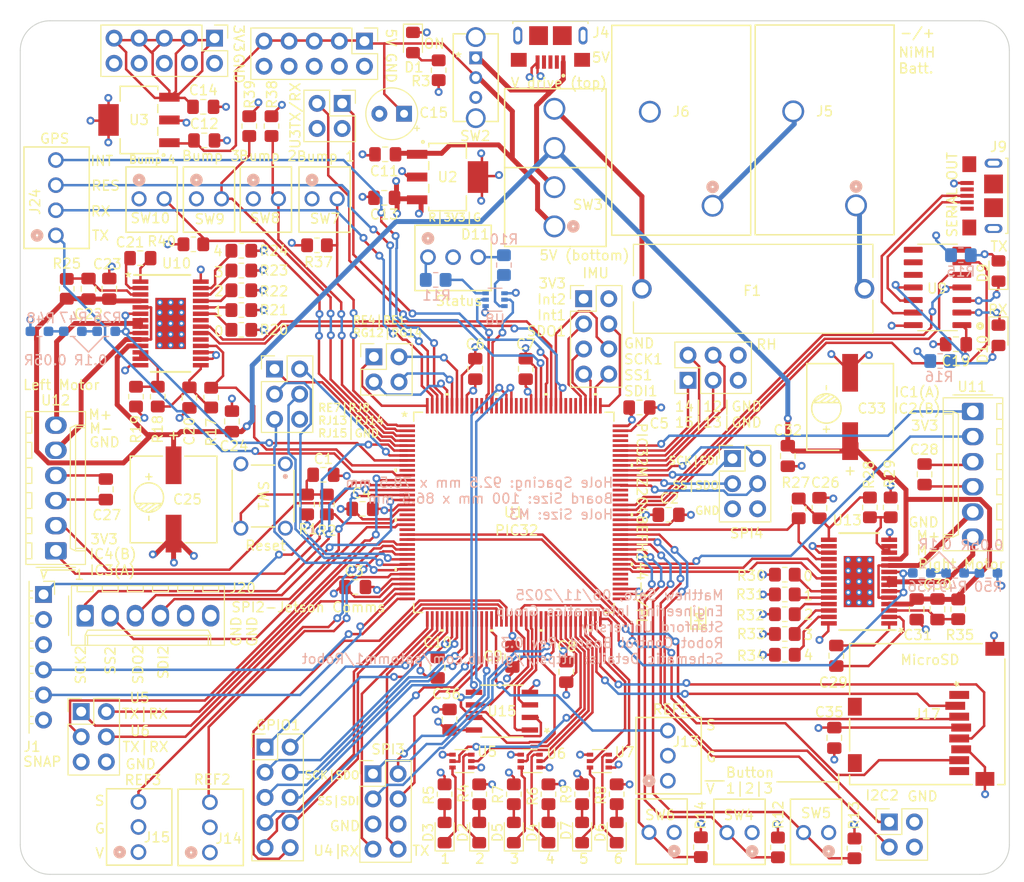
<source format=kicad_pcb>
(kicad_pcb (version 20241229) (generator "pcbnew") (generator_version "9.0")
  (title_block (title "Main Robot Board") (date "2025-06-11") (rev "0.3") (company "satomm@stanford.edu") (comment 1 "Department of Civil and Environmental Engineering") (comment 2 "Engineering Informatics Group") (comment 3 "Stanford University") (comment 4 "Matthew Sato"))
  (layers (0 "F.Cu" signal) (4 "In1.Cu" power) (6 "In2.Cu" power) (2 "B.Cu" signal) (13 "F.Paste" user) (15 "B.Paste" user) (5 "F.SilkS" user "F.Silkscreen") (7 "B.SilkS" user "B.Silkscreen") (1 "F.Mask" user) (3 "B.Mask" user) (25 "Edge.Cuts" user))
  (net 0 "")
  (net 1 "GND")
  (net 2 "+3.3V")
  (net 3 "Net-(J1-Pin_1)")
  (net 4 "Net-(J1-Pin_4)")
  (net 5 "Net-(J1-Pin_5)")
  (net 7 "+5V")
  (net 8 "/RB8")
  (net 9 "Net-(D2-K)")
  (net 10 "/Refl1")
  (net 11 "/Refl2")
  (net 12 "/Refl3")
  (net 15 "/SDA2")
  (net 16 "/SCL2")
  (net 17 "/RH0")
  (net 18 "/RH1")
  (net 19 "/RJ13")
  (net 20 "/RH2")
  (net 21 "/RJ14")
  (net 22 "/RH3")
  (net 23 "/RJ15")
  (net 24 "/RH12")
  (net 25 "/RK1")
  (net 26 "/RH13")
  (net 27 "Net-(D2-A)")
  (net 28 "Net-(D3-K)")
  (net 29 "Net-(D3-A)")
  (net 30 "Net-(D4-K)")
  (net 31 "Net-(D4-A)")
  (net 32 "Net-(D5-K)")
  (net 34 "/RK2")
  (net 35 "/U1RX")
  (net 39 "Net-(D11-K2)")
  (net 40 "Net-(D11-K1)")
  (net 41 "/RH14")
  (net 42 "/RK3")
  (net 43 "/RH15")
  (net 45 "/U1TX")
  (net 46 "/U2TX")
  (net 47 "Net-(D9-K)")
  (net 50 "/U2RX")
  (net 51 "/U3TX")
  (net 52 "/U3RX")
  (net 53 "/U4TX")
  (net 54 "/U4RX")
  (net 55 "/RA9")
  (net 56 "/RA10")
  (net 57 "/U5TX")
  (net 60 "/U5RX")
  (net 61 "/U6TX")
  (net 62 "/U6RX")
  (net 63 "/Write Protect*")
  (net 64 "/Switch1")
  (net 65 "/RE4")
  (net 66 "/RG12")
  (net 67 "/RG14")
  (net 68 "/SCK3")
  (net 69 "/SDO3")
  (net 70 "/SS3*")
  (net 71 "/SDI3")
  (net 72 "/RE1")
  (net 73 "/SCK4")
  (net 74 "/SDO4")
  (net 75 "/Switch2")
  (net 76 "/Switch3")
  (net 77 "/SS4*")
  (net 78 "/SDI4")
  (net 79 "/SCK5")
  (net 80 "/SDO5")
  (net 81 "/SS5*")
  (net 82 "/SDI5")
  (net 83 "/SCK6")
  (net 84 "/SDO6")
  (net 85 "/SS6*")
  (net 86 "/SDI6")
  (net 87 "/IC4")
  (net 88 "/SCK2")
  (net 89 "/SDI2")
  (net 90 "/SDO2")
  (net 91 "/SS2*")
  (net 92 "/OC1")
  (net 93 "/IC2")
  (net 94 "/IC3")
  (net 95 "/IC1")
  (net 96 "/SCK1")
  (net 97 "/SDI1")
  (net 98 "/SDO1")
  (net 99 "/SS1*")
  (net 100 "/OC2")
  (net 101 "Net-(D5-A)")
  (net 102 "Net-(D6-A)")
  (net 103 "Net-(D7-A)")
  (net 104 "/Bump1")
  (net 105 "/Bump2")
  (net 106 "/Bump3")
  (net 107 "/Bump4")
  (net 108 "/LED1")
  (net 109 "/LED2")
  (net 110 "/LED3")
  (net 111 "/LED4")
  (net 112 "/LED5")
  (net 113 "/LED6")
  (net 114 "Net-(U8-D1)")
  (net 115 "Net-(U8-D2)")
  (net 116 "/IMU_INT1")
  (net 117 "/IMU_INT2")
  (net 118 "/GPS_INT")
  (net 119 "/GPS_Reset")
  (net 120 "/Status_Yellow")
  (net 121 "/Status_Green")
  (net 122 "Vdrive")
  (net 123 "Net-(D9-A)")
  (net 124 "Net-(D10-K)")
  (net 125 "Net-(D10-A)")
  (net 126 "/Hold*")
  (net 127 "/USB_RST")
  (net 128 "Net-(U12-M+)")
  (net 129 "Net-(U12-M-)")
  (net 130 "Net-(U11-M+)")
  (net 131 "Net-(U11-M-)")
  (net 132 "/Fault1")
  (net 133 "Net-(R28-Pad2)")
  (net 134 "/MotorCurrent1")
  (net 135 "/Fault2")
  (net 136 "/MotorCurrent2")
  (net 137 "/Dir1")
  (net 138 "/Dir2")
  (net 139 "Net-(C1-Pad1)")
  (net 140 "Net-(U10-V3P3OUT)")
  (net 141 "Net-(U10-CP1)")
  (net 142 "Net-(U10-CP2)")
  (net 143 "Net-(U10-VCP)")
  (net 144 "Net-(U13-V3P3OUT)")
  (net 145 "Net-(U13-CP1)")
  (net 146 "Net-(U13-CP2)")
  (net 147 "Net-(U13-VCP)")
  (net 148 "Net-(D6-K)")
  (net 150 "Net-(J9-D-)")
  (net 151 "Net-(J9-D+)")
  (net 157 "Net-(R18-Pad2)")
  (net 158 "Net-(U10-I0)")
  (net 159 "Net-(U10-I1)")
  (net 160 "Net-(U10-I2)")
  (net 161 "Net-(U10-I3)")
  (net 162 "Net-(U10-I4)")
  (net 163 "Net-(U13-I0)")
  (net 164 "Net-(U13-I1)")
  (net 165 "Net-(U13-I2)")
  (net 166 "Net-(U13-I3)")
  (net 167 "Net-(U13-I4)")
  (net 176 "Net-(D7-K)")
  (net 178 "/RE7")
  (net 179 "/RJ8")
  (net 191 "Net-(R26-Pad1)")
  (net 192 "Net-(R36-Pad1)")
  (net 193 "Net-(R47-Pad1)")
  (net 194 "Net-(R49-Pad1)")
  (net 195 "Net-(J5-Pin_2)")
  (net 199 "Net-(J4-VBUS)")
  (net 200 "Net-(J2-Pin_1)")
  (net 201 "Net-(J5-Pin_1)")
  (net 203 "Net-(F1-Pad1)")
  (net 204 "Net-(D1-A)")
  (footprint "LED_SMD:LED_0805_2012Metric_Pad1.15x1.40mm_HandSolder" (layer "F.Cu") (at 215.4 164.375 90)
    (property "Reference" "D5")
    (property "Value" "LED" (hide yes))
  )
  (footprint "RobotLibrary:CONN_22232021_MOL" (layer "F.Cu") (at 189.06 100.3)
    (property "Reference" "SW8")
    (property "Value" "SW_SPST" (hide yes))
  )
  (footprint "Capacitor_SMD:C_0805_2012Metric_Pad1.18x1.45mm_HandSolder" (layer "F.Cu") (at 207.7 147.7 -90)
    (property "Reference" "C10")
    (property "Value" "0.1 uF" (hide yes))
  )
  (footprint "Resistor_SMD:R_0805_2012Metric_Pad1.20x1.40mm_HandSolder" (layer "F.Cu") (at 253.5 131.5 90)
    (property "Reference" "R29")
    (property "Value" "51k" (hide yes))
  )
  (footprint "Capacitor_SMD:C_0805_2012Metric_Pad1.18x1.45mm_HandSolder" (layer "F.Cu") (at 202.3 100.2 180)
    (property "Reference" "C13")
    (property "Value" "4.7 uF" (hide yes))
  )
  (footprint "Capacitor_SMD:C_0805_2012Metric_Pad1.18x1.45mm_HandSolder" (layer "F.Cu") (at 199.3625 139.55 180)
    (property "Reference" "C3")
    (property "Value" "0.1 uF" (hide yes))
  )
  (footprint "Capacitor_SMD:C_0805_2012Metric_Pad1.18x1.45mm_HandSolder" (layer "F.Cu") (at 208.9 152.9625 -90)
    (property "Reference" "C36")
    (property "Value" "0.1 uF" (hide yes))
  )
  (footprint "Capacitor_SMD:C_0805_2012Metric_Pad1.18x1.45mm_HandSolder" (layer "F.Cu") (at 256.925 128.155 -90)
    (property "Reference" "C28")
    (property "Value" "0.1 uF" (hide yes))
  )
  (footprint "Capacitor_SMD:C_0805_2012Metric_Pad1.18x1.45mm_HandSolder" (layer "F.Cu") (at 216.6 117.5 90)
    (property "Reference" "C7")
    (property "Value" "0.1 uF" (hide yes))
  )
  (footprint "Capacitor_SMD:C_0805_2012Metric_Pad1.18x1.45mm_HandSolder" (layer "F.Cu") (at 211.5 117.5 -90)
    (property "Reference" "C6")
    (property "Value" "0.1 uF" (hide yes))
  )
  (footprint "Resistor_SMD:R_0805_2012Metric_Pad1.20x1.40mm_HandSolder" (layer "F.Cu") (at 242.8 144.3)
    (property "Reference" "R33")
    (property "Value" "0R" (hide yes))
  )
  (footprint "Connector_Molex:Molex_KK-254_AE-6410-06A_1x06_P2.54mm_Vertical" (layer "F.Cu") (at 261.8 121.8 -90)
    (property "Reference" "U11")
    (property "Value" "Quad_Encoder_Motor" (hide yes))
  )
  (footprint "RobotLibrary:CONN3_22232031_MOL" (layer "F.Cu") (at 177.45 166.35 90)
    (property "Reference" "J15")
    (property "Value" "Refl_PCB_Connect" (hide yes))
  )
  (footprint "MountingHole:MountingHole_3.2mm_M3" (layer "F.Cu") (at 261.7 86)
    (property "Reference" "H2" (hide yes))
    (property "Value" "MountingHole" (hide yes))
  )
  (footprint "Connector_Molex:Molex_KK-254_AE-6410-06A_1x06_P2.54mm_Vertical" (layer "F.Cu") (at 169.1 135.89 90)
    (property "Reference" "U12")
    (property "Value" "Quad_Encoder_Motor" (hide yes))
  )
  (footprint "Connector_PinSocket_2.54mm:PinSocket_1x06_P2.54mm_Horizontal" (layer "F.Cu") (at 167.85 140.3)
    (property "Reference" "J1")
    (property "Value" "SNAP Program" (hide yes))
  )
  (footprint "Capacitor_SMD:C_0805_2012Metric_Pad1.18x1.45mm_HandSolder" (layer "F.Cu") (at 243.1 126.3 -90)
    (property "Reference" "C32")
    (property "Value" "0.1 uF" (hide yes))
  )
  (footprint "Connector_PinHeader_2.54mm:PinHeader_2x02_P2.54mm_Vertical" (layer "F.Cu") (at 253.36 163.3)
    (property "Reference" "J18" (hide yes))
    (property "Value" "Conn_02x02_Odd_Even" (hide yes))
  )
  (footprint "Package_TO_SOT_SMD:SOT-363_SC-70-6" (layer "F.Cu") (at 217.05 157.15 180)
    (property "Reference" "U6")
    (property "Value" "GSF7002DW" (hide yes))
  )
  (footprint "Resistor_SMD:R_0805_2012Metric_Pad1.20x1.40mm_HandSolder" (layer "F.Cu") (at 242.100128 165.875 90)
    (property "Reference" "R12")
    (property "Value" "1k" (hide yes))
  )
  (footprint "RobotLibrary:CONN3_22232031_MOL" (layer "F.Cu") (at 184.6738 166.39 90)
    (property "Reference" "J14")
    (property "Value" "Refl_PCB_Connect" (hide yes))
  )
  (footprint "Connector_PinHeader_2.54mm:PinHeader_2x05_P2.54mm_Vertical" (layer "F.Cu") (at 200.3 84.36 -90)
    (property "Reference" "J3" (hide yes))
    (property "Value" "5V Supply" (hide yes))
  )
  (footprint "Capacitor_SMD:C_0805_2012Metric_Pad1.18x1.45mm_HandSolder" (layer "F.Cu") (at 256.13125 141.8 -90)
    (property "Reference" "C31")
    (property "Value" "0.1 uF" (hide yes))
  )
  (footprint "Capacitor_SMD:C_0805_2012Metric_Pad1.18x1.45mm_HandSolder" (layer "F.Cu") (at 174.5 109.4 90)
    (property "Reference" "C23")
    (property "Value" "0.1 uF" (hide yes))
  )
  (footprint "Resistor_SMD:R_0805_2012Metric_Pad1.20x1.40mm_HandSolder" (layer "F.Cu") (at 251.4 131.5 -90)
    (property "Reference" "R28")
    (property "Value" "16k" (hide yes))
  )
  (footprint "Capacitor_SMD:C_0805_2012Metric_Pad1.18x1.45mm_HandSolder" (layer "F.Cu") (at 215.25 146.6 90)
    (property "Reference" "C9")
    (property "Value" "0.1 uF" (hide yes))
  )
  (footprint "Resistor_SMD:R_0805_2012Metric_Pad1.20x1.40mm_HandSolder" (layer "F.Cu") (at 183 104.9 180)
    (property "Reference" "R40")
    (property "Value" "1k" (hide yes))
  )
  (footprint "RobotLibrary:PWP0028C_M" (layer "F.Cu") (at 180.7 112.899999)
    (property "Reference" "U10")
    (property "Value" "DRV8842PWPR" (hide yes))
  )
  (footprint "Resistor_SMD:R_0805_2012Metric_Pad1.20x1.40mm_HandSolder" (layer "F.Cu") (at 208.4 160.5 -90)
    (property "Reference" "R5")
    (property "Value" "130R" (hide yes))
  )
  (footprint "Connector_PinHeader_2.54mm:PinHeader_2x03_P2.54mm_Vertical" (layer "F.Cu") (at 233.01 118.65 90)
    (property "Reference" "J21" (hide yes))
    (property "Value" "Conn_02x03_Odd_Even" (hide yes))
  )
  (footprint "LED_SMD:LED_0805_2012Metric_Pad1.15x1.40mm_HandSolder" (layer "F.Cu") (at 211.9 164.375 90)
    (property "Reference" "D2")
    (property "Value" "LED" (hide yes))
  )
  (footprint "RobotLibrary:SOIC127P600X175-14N" (layer "F.Cu") (at 258.24 109.26 180)
    (property "Reference" "U9")
    (property "Value" "MCP2221A-I_SL" (hide yes))
  )
  (footprint "Capacitor_SMD:C_0805_2012Metric_Pad1.18x1.45mm_HandSolder" (layer "F.Cu") (at 220.7 148.13125 90)
    (property "Reference" "C8")
    (property "Value" "0.1 uF" (hide yes))
  )
  (footprint "Resistor_SMD:R_0805_2012Metric_Pad1.20x1.40mm_HandSolder" (layer "F.Cu") (at 260.33125 141.8 -90)
    (property "Reference" "R35")
    (property "Value" "1M" (hide yes))
  )
  (footprint "Resistor_SMD:R_0805_2012Metric_Pad1.20x1.40mm_HandSolder" (layer "F.Cu") (at 187.85 109.55 180)
    (property "Reference" "R22")
    (property "Value" "0R" (hide yes))
  )
  (footprint "Connector_PinHeader_2.54mm:PinHeader_2x03_P2.54mm_Vertical" (layer "F.Cu") (at 237.51 126.56)
    (property "Reference" "J19" (hide yes))
    (property "Value" "Conn_02x03_Odd_Even" (hide yes))
  )
  (footprint "RobotLibrary:SPDT_OS102011_CNK" (layer "F.Cu") (at 211.55 86.05)
    (property "Reference" "SW2")
    (property "Value" "5V Bypass" (hide yes))
  )
  (footprint "LED_SMD:LED_0805_2012Metric_Pad1.15x1.40mm_HandSolder" (layer "F.Cu") (at 208.4 164.375 90)
    (property "Reference" "D3")
    (property "Value" "LED" (hide yes))
  )
  (footprint "Resistor_SMD:R_0805_2012Metric_Pad1.20x1.40mm_HandSolder" (layer "F.Cu") (at 218.9 160.5 -90)
    (property "Reference" "R6")
    (property "Value" "130R" (hide yes))
  )
  (footprint "RobotLibrary:PWP0028C_M" (layer "F.Cu") (at 250.3 138.999999 180)
    (property "Reference" "U13")
    (property "Value" "DRV8842PWPR" (hide yes))
  )
  (footprint "LED_SMD:LED_0805_2012Metric_Pad1.15x1.40mm_HandSolder" (layer "F.Cu") (at 205.2 84.5 -90)
    (property "Reference" "D1")
    (property "Value" "LED" (hide yes))
  )
  (footprint "Capacitor_SMD:C_0805_2012Metric_Pad1.18x1.45mm_HandSolder" (layer "F.Cu") (at 248 146.5 -90)
    (property "Reference" "C29")
    (property "Value" "0.01 uF" (hide yes))
  )
  (footprint "Package_TO_SOT_SMD:SOT-363_SC-70-6" (layer "F.Cu") (at 224.05 157.15 180)
    (property "Reference" "U7")
    (property "Value" "GSF7002DW" (hide yes))
  )
  (footprint "Resistor_SMD:R_0805_2012Metric_Pad1.20x1.40mm_HandSolder" (layer "F.Cu") (at 242.8 138.3)
    (property "Reference" "R30")
    (property "Value" "0R" (hide yes))
  )
  (footprint "Resistor_SMD:R_0805_2012Metric_Pad1.20x1.40mm_HandSolder" (layer "F.Cu") (at 194.5 131.2 -90)
    (property "Reference" "R1")
    (property "Value" "10k" (hide yes))
  )
  (footprint "Resistor_SMD:R_0805_2012Metric_Pad1.20x1.40mm_HandSolder" (layer "F.Cu") (at 170.2 109.4 90)
    (property "Reference" "R25")
    (property "Value" "1M" (hide yes))
  )
  (footprint "Connector_Molex:Molex_KK-254_AE-6410-06A_1x06_P2.54mm_Vertical" (layer "F.Cu") (at 172.055 142.45)
    (property "Reference" "J20")
    (property "Value" "Conn_01x06" (hide yes))
  )
  (footprint "Connector_PinHeader_2.54mm:PinHeader_2x04_P2.54mm_Vertical" (layer "F.Cu") (at 201.16 158.43)
    (property "Reference" "J8" (hide yes))
    (property "Value" "Conn_02x04_Odd_Even" (hide yes))
  )
  (footprint "Connector_PinHeader_2.54mm:PinHeader_2x05_P2.54mm_Vertical" (layer "F.Cu") (at 185.14 84.06 -90)
    (property "Reference" "J2" (hide yes))
    (property "Value" "3.3V Supply" (hide yes))
  )
  (footprint "Resistor_SMD:R_0805_2012Metric_Pad1.20x1.40mm_HandSolder" (layer "F.Cu") (at 242.8 142.3)
    (property "Reference" "R32")
    (property "Value" "0R" (hide yes))
  )
  (footprint "Resistor_SMD:R_0805_2012Metric_Pad1.20x1.40mm_HandSolder" (layer "F.Cu") (at 215.4 160.5 -90)
    (property "Reference" "R7")
    (property "Value" "130R" (hide yes))
  )
  (footprint "RobotLibrary:CONN3_22232031_MOL" (layer "F.Cu") (at 206.72 106.2)
    (property "Reference" "D11")
    (property "Value" "Status_LED")
  )
  (footprint "Connector_PinHeader_2.54mm:PinHeader_2x03_P2.54mm_Vertical" (layer "F.Cu") (at 171.66 152.15)
    (property "Reference" "J23" (hide yes))
    (property "Value" "Conn_02x03_Odd_Even" (hide yes))
  )
  (footprint "LED_SMD:LED_0805_2012Metric_Pad1.15x1.40mm_HandSolder" (layer "F.Cu") (at 264.4 114.1 -90)
    (property "Reference" "D10")
    (property "Value" "LED" (hide yes))
  )
  (footprint "RobotLibrary:CONN_22232021_MOL" (layer "F.Cu") (at 231.610128 164.3512 180)
    (property "Reference" "SW6")
    (property "Value" "User_Button" (hide yes))
  )
  (footprint "RobotLibrary:LQFP144_PL_MCH-M" (layer "F.Cu") (at 215.4 132)
    (property "Reference" "U1")
    (property "Value" "PIC32MZ2048EFH144-I/PL" (hide yes))
  )
  (footprint "Resistor_SMD:R_0805_2012Metric_Pad1.20x1.40mm_HandSolder" (layer "F.Cu") (at 242.8 140.3)
    (property "Reference" "R31")
    (property "Value" "0R" (hide yes))
  )
  (footprint "Resistor_SMD:R_0805_2012Metric_Pad1.20x1.40mm_HandSolder" (layer "F.Cu") (at 184.8 120.4 -90)
    (property "Reference" "R17")
    (property "Value" "10k" (hide yes))
  )
  (footprint "Package_TO_SOT_SMD:SOT-363_SC-70-6" (layer "F.Cu") (at 210.15 157.15 180)
    (property "Reference" "U5")
    (property "Value" "GSF7002DW" (hide yes))
  )
  (footprint "RobotLibrary:PCAP_8x10-ELECT_NCA-M" (layer "F.Cu") (at 249.4 121.3456 90)
    (property "Reference" "C33")
    (property "Value" "100 uF" (hide yes))
  )
  (footprint "Resistor_SMD:R_0805_2012Metric_Pad1.20x1.40mm_HandSolder" (layer "F.Cu") (at 195.5 105 180)
    (property "Reference" "R37")
    (property "Value" "1k" (hide yes))
  )
  (footprint "RobotLibrary:SOT-223_DIO-M" (layer "F.Cu") (at 208.7 98.1 -90)
    (property "Reference" "U2")
    (property "Value" "AP2114HA-3.3TRG1" (hide yes))
  )
  (footprint "RobotLibrary:SO8N_4X5X1P27_STM-M" (layer "F.Cu") (at 214.2 152.1 180)
    (property "Reference" "U15")
    (property "Value" "M95M01-DFMN6TP" (hide yes))
  )
  (footprint "RobotLibrary:AMPHENOL_10118193-0001LF" (layer "F.Cu") (at 263.9 100 90)
    (property "Reference" "J9")
    (property "Value" "USB_B_Micro" (hide yes))
  )
  (footprint "Capacitor_SMD:C_0805_2012Metric_Pad1.18x1.45mm_HandSolder" (layer "F.Cu") (at 200.1 131.65 180)
    (property "Reference" "C4")
    (property "Value" "0.1 uF" (hide yes))
  )
  (footprint "Resistor_SMD:R_0805_2012Metric_Pad1.20x1.40mm_HandSolder" (layer "F.Cu") (at 188.65 92.95 90)
    (property "Reference" "R39")
    (property "Value" "1k" (hide yes))
  )
  (footprint "Resistor_SMD:R_0805_2012Metric_Pad1.20x1.40mm_HandSolder" (layer "F.Cu") (at 249.840128 165.975 90)
    (property "Reference" "R13")
    (property "Value" "1k" (hide yes))
  )
  (footprint "Resistor_SMD:R_0805_2012Metric_Pad1.20x1.40mm_HandSolder" (layer "F.Cu") (at 190.9 92.95 90)
    (property "Reference" "R38")
    (property "Value" "1k" (hide yes))
  )
  (footprint "Capacitor_SMD:C_0805_2012Metric_Pad1.18x1.45mm_HandSolder" (layer "F.Cu") (at 172.4 109.4 90)
    (property "Reference" "C22")
    (property "Value" "0.1 uF" (hide yes))
  )
  (footprint "LED_SMD:LED_0805_2012Metric_Pad1.15x1.40mm_HandSolder" (layer "F.Cu") (at 218.9 164.375 90)
    (property "Reference" "D4")
    (property "Value" "LED" (hide yes))
  )
  (footprint "RobotLibrary:CONN_22232021_MOL" (layer "F.Cu") (at 177.51 100.3)
    (property "Reference" "SW10")
    (property "Value" "SW_SPST" (hide yes))
  )
  (footprint "RobotLibrary:CONN_22232021_MOL" (layer "F.Cu") (at 239.490128 164.375 180)
    (property "Reference" "SW4")
    (property "Value" "User_Button" (hide yes))
  )
  (footprint "RobotLibrary:CONN_22232021_MOL" (layer "F.Cu") (at 247.230128 164.375 180)
    (property "Reference" "SW5")
    (property "Value" "User_Button" (hide yes))
  )
  (footprint "Connector_PinHeader_2.54mm:PinHeader_2x02_P2.54mm_Vertical" (layer "F.Cu") (at 201.25 116.275)
    (property "Reference" "J25" (hide yes))
    (property "Value" "Conn_02x02_Odd_Even" (hide yes))
  )
  (footprint "Resistor_SMD:R_0805_2012Metric_Pad1.20x1.40mm_HandSolder" (layer "F.Cu") (at 234.310128 165.8512 90)
    (property "Reference" "R14")
    (property "Value" "1k" (hide yes))
  )
  (footprint "Capacitor_SMD:C_0805_2012Metric_Pad1.18x1.45mm_HandSolder" (layer "F.Cu") (at 182.6 120.4 -90)
    (property "Reference" "C20")
    (property "Value" "0.47 uF" (hide yes))
  )
  (footprint "RobotLibrary:SW_B3F-1000_OMR" (layer "F.Cu") (at 192.300001 127.099998 -90)
    (property "Reference" "SW1")
    (property "Value" "Reset")
  )
  (footprint "Connector_PinHeader_2.54mm:PinHeader_2x04_P2.54mm_Vertical" (layer "F.Cu") (at 222.46 110.4)
    (property "Reference" "J26" (hide yes))
    (property "Value" "Conn_02x04_Odd_Even" (hide yes))
  )
  (footprint "Resistor_SMD:R_0805_2012Metric_Pad1.20x1.40mm_HandSolder" (layer "F.Cu") (at 207.8 87.3 90)
    (property "Reference" "R3")
    (property "Value" "130R" (hide yes))
  )
  (footprint "Capacitor_SMD:C_0805_2012Metric_Pad1.18x1.45mm_HandSolder" (layer "F.Cu") (at 186.9 122.8 90)
    (property "Reference" "C24")
    (property "Value" "0.1 uF" (hide yes))
  )
  (footprint "Resistor_SMD:R_0805_2012Metric_Pad1.20x1.40mm_HandSolder" (layer "F.Cu") (at 187.85 113.55 180)
    (property "Reference" "R20")
    (property "Value" "0R" (hide yes))
  )
  (footprint "Capacitor_SMD:C_0805_2012Metric_Pad1.18x1.45mm_HandSolder" (layer "F.Cu") (at 228.1 121.4 180)
    (property "Reference" "C5")
    (property "Value" "0.1 uF" (hide yes))
  )
  (footprint "Resistor_SMD:R_0805_2012Metric_Pad1.20x1.40mm_HandSolder" (layer "F.Cu") (at 244.2 131.6 90)
    (property "Reference" "R27")
    (property "Value" "10k" (hide yes))
  )
  (footprint "RobotLibrary:26-60-4040_MOL" (layer "F.Cu") (at 219.5 103.0872 90)
    (property "Reference" "SW3")
    (property "Value" "All Power Switch" (hide yes))
  )
  (footprint "Resistor_SMD:R_0805_2012Metric_Pad1.20x1.40mm_HandSolder" (layer "F.Cu") (at 179.4 120.3 90)
    (property "Reference" "R18")
    (property "Value" "16k" (hide yes))
  )
  (footprint "LED_SMD:LED_0805_2012Metric_Pad1.15x1.40mm_HandSolder" (layer "F.Cu") (at 225.8 164.375 90)
    (property "Reference" "D6")
    (property "Value" "LED" (hide yes))
  )
  (footprint "Capacitor_SMD:C_0805_2012Metric_Pad1.18x1.45mm_HandSolder" (layer "F.Cu") (at 196.146463 128.2)
    (property "Reference" "C1")
    (property "Value" "0.1 uF" (hide yes))
  )
  (footprint "Capacitor_THT:CP_Radial_Tantal_D5.0mm_P2.50mm" (layer "F.Cu") (at 204.305113 91.7 180)
    (property "Reference" "C15")
    (property "Value" "10 uF" (hide yes))
  )
  (footprint "Capacitor_SMD:C_0805_2012Metric_Pad1.18x1.45mm_HandSolder" (layer "F.Cu") (at 184 91)
    (property "Reference" "C14")
    (property "Value" "4.7 uF" (hide yes))
  )
  (footprint "LED_SMD:LED_0805_2012Metric_Pad1.15x1.40mm_HandSolder" (layer "F.Cu") (at 222.3 164.375 90)
    (property "Reference" "D7")
    (property "Value" "LED" (hide yes))
  )
  (footprint "Resistor_SMD:R_0805_2012Metric_Pad1.20x1.40mm_HandSolder" (layer "F.Cu") (at 211.9 160.5 -90)
    (property "Reference" "R4")
    (property "Value" "130R" (hide yes))
  )
  (footprint "Capacitor_SMD:C_0805_2012Metric_Pad1.18x1.45mm_HandSolder" (layer "F.Cu") (at 258.23125 141.8 90)
    (property "Reference" "C30")
    (property "Value" "0.1 uF" (hide yes))
  )
  (footprint "Resistor_SMD:R_0805_2012Metric_Pad1.20x1.40mm_HandSolder" (layer "F.Cu") (at 196.5 131.2 90)
    (property "Reference" "R2")
    (property "Value" "1k" (hide yes))
  )
  (footprint "RobotLibrary:AMPHENOL_10118193-0001LF" (layer "F.Cu") (at 219.1 83.8 180)
    (property "Reference" "J4")
    (property "Value" "USB_B_Micro" (hide yes))
  )
  (footprint "RobotLibrary:SOT-223_DIO-M" (layer "F.Cu") (at 177.5 92.3285 90)
    (property "Reference" "U3")
    (property "Value" "AP2114HA-3.3TRG1" (hide yes))
  )
  (footprint "Capacitor_SMD:C_0805_2012Metric_Pad1.18x1.45mm_HandSolder" (layer "F.Cu") (at 184.1 94.4)
    (property "Reference" "C12")
    (property "Value" "4.7 uF" (hide yes))
  )
  (footprint "RobotLibrary:FUSE_4628" (layer "F.Cu") (at 239.6 109.4)
    (property "Reference" "F1")
    (property "Value" "5A Fuse" (hide yes))
  )
  (footprint "Resistor_SMD:R_0805_2012Metric_Pad1.20x1.40mm_HandSolder" (layer "F.Cu") (at 242.8 146.4)
    (property "Reference" "R34")
    (property "Value" "0R" (hide yes))
  )
  (footprint "Resistor_SMD:R_0805_2012Metric_Pad1.20x1.40mm_HandSolder" (layer "F.Cu") (at 225.8 160.5 -90)
    (property "Reference" "R8")
    (property "Value" "130R" (hide yes))
  )
  (footprint "RobotLibrary:CONN3_22232031_MOL" (layer "F.Cu") (at 230.9738 159.14 90)
    (property "Reference" "J13")
    (property "Value" "Refl_PCB_Connect" (hide yes))
  )
  (footprint "RobotLibrary:CONN_22232021_MOL" (layer "F.Cu") (at 183.31 100.3)
    (property "Reference" "SW9")
    (property "Value" "SW_SPST" (hide yes))
  )
  (footprint "Capacitor_SMD:C_0805_2012Metric_Pad1.18x1.45mm_HandSolder" (layer "F.Cu") (at 247.8 154.8 90)
    (property "Reference" "C35")
    (property "Value" "0.1 uF" (hide yes))
  )
  (footprint "Capacitor_SMD:C_0805_2012Metric_Pad1.18x1.45mm_HandSolder" (layer "F.Cu") (at 260.1 115 180)
    (property "Reference" "C19")
    (property "Value" "0.1 uF" (hide yes))
  )
  (footprint "RobotLibrary:CONN_1017514" (layer "F.Cu") (at 235.5 101 180)
    (property "Reference" "J6")
    (property "Value" "Battery1" (hide yes))
  )
  (footprint "RobotLibrary:CONN_22232021_MOL" (layer "F.Cu") (at 195 100.3)
    (property "Reference" "SW7")
    (property "Value" "SW_SPST" (hide yes))
  )
  (footprint "Capacitor_SMD:C_0805_2012Metric_Pad1.18x1.45mm_HandSolder" (layer "F.Cu") (at 174.15 129.67 90)
    (property "Reference" "C27")
    (property "Value" "0.1 uF" (hide yes))
  )
  (footprint "Capacitor_SMD:C_0805_2012Metric_Pad1.18x1.45mm_HandSolder" (layer "F.Cu") (at 177.6375 106.3 180)
    (property "Reference" "C21")
    (property "Value" "0.01 uF" (hide yes))
  )
  (footprint "LED_SMD:LED_0805_2012Metric_Pad1.15x1.40mm_HandSolder" (layer "F.Cu") (at 264.4 107.6 90)
    (property "Reference" "D9")
    (property "Value" "LED" (hide yes))
  )
  (footprint "Resistor_SMD:R_0805_2012Metric_Pad1.20x1.40mm_HandSolder" (layer "F.Cu") (at 187.85 107.55 180)
    (property "Reference" "R23")
    (property "Value" "0R" (hide yes))
  )
  (footprint "RobotLibrary:CONN_22-23-2041_MOL" (layer "F.Cu") (at 169.1 104 90)
    (property "Reference" "J24")
    (property "Value" "Conn_01x04" (hide yes))
  )
  (footprint "Capacitor_SMD:C_0805_2012Metric_Pad1.18x1.45mm_HandSolder" (layer "F.Cu") (at 231.05 132.25 180)
    (property "Reference" "C2")
    (property "Value" "0.1 uF" (hide yes))
  )
  (footprint "Resistor_SMD:R_0805_2012Metric_Pad1.20x1.40mm_HandSolder" (layer "F.Cu") (at 187.85 105.55 180)
    (property "Reference" "R24")
    (property "Value" "0R" (hide yes))
  )
  (footprint "Resistor_SMD:R_0805_2012Metric_Pad1.20x1.40mm_HandSolder" (layer "F.Cu") (at 222.3 160.5 -90)
    (property "Reference" "R9")
    (property "Value" "130R" (hide yes))
  )
  (footprint "Resistor_SMD:R_0805_2012Metric_Pad1.20x1.40mm_HandSolder" (layer "F.Cu") (at 187.85 111.55 180)
    (property "Reference" "R21")
    (property "Value" "0R" (hide yes))
  )
  (footprint "Resistor_SMD:R_0805_2012Metric_Pad1.20x1.40mm_HandSolder" (layer "F.Cu") (at 177.2 120.3 -90)
    (property "Reference" "R19")
    (property "Value" "51k" (hide yes))
  )
  (footprint "Connector_PinHeader_2.54mm:PinHeader_2x05_P2.54mm_Vertical" (layer "F.Cu") (at 190.25 155.74)
    (property "Reference" "J7" (hide yes))
    (property "Value" "GPIO1" (hide yes))
  )
  (footprint "MountingHole:MountingHole_3.2mm_M3" (layer "F.Cu") (at 261.7 164.5)
    (property "Reference" "H4" (hide yes))
    (property "Value" "MountingHole" (hide yes))
  )
  (footprint "RobotLibrary:PCAP_8x10-ELECT_NCA-M" (layer "F.Cu") (at 181 130.6953 -90)
    (property "Reference" "C25")
    (property "Value" "100 uF" (hide yes))
  )
  (footprint "RobotLibrary:MEM2061-01-188-00-A_GCT" (layer "F.Cu") (at 257.2 152.4 90)
    (property "Reference" "J17")
    (property "Value" "MEM2061-01-188-00-A" (hide yes))
  )
  (footprint "MountingHole:MountingHole_3.2mm_M3" (layer "F.Cu") (at 169.2 86)
    (property "Reference" "H1" (hide yes))
    (property "Value" "MountingHole" (hide yes))
  )
  (footprint "Capacitor_SMD:C_0805_2012Metric_Pad1.18x1.45mm_HandSolder" (layer "F.Cu") (at 202.4 95.8 180)
    (property "Reference" "C11")
    (property "Value" "4.7 uF" (hide yes))
  )
  (footprint "Connector_PinHeader_2.54mm:PinHeader_2x03_P2.54mm_Vertical" (layer "F.Cu") (at 191.21 117.51)
    (property "Reference" "J16" (hide yes))
    (property "Value" "Conn_02x03_Odd_Even" (hide yes))
  )
  (footprint "MountingHole:MountingHole_3.2mm_M3" (layer "F.Cu") (at 169.3 164.5)
    (property "Reference" "H3" (hide yes))
    (property "Value" "MountingHole" (hide yes))
  )
  (footprint "Capacitor_SMD:C_0805_2012Metric_Pad1.18x1.45mm_HandSolder" (layer "F.Cu") (at 246.3 131.5625 90)
    (property "Reference" "C26")
    (property "Value" "0.47 uF" (hide yes))
  )
  (footprint "RobotLibrary:CONN_1017514" (layer "F.Cu") (at 250 100.959999 180)
    (property "Reference" "J5")
    (property "Value" "Battery1" (hide yes))
  )
  (footprint "Connector_PinHeader_2.54mm:PinHeader_2x02_P2.54mm_Vertical" (layer "F.Cu") (at 198.05 90.65 -90)
    (property "Reference" "J22" (hide yes))
    (property "Value" "Conn_02x02_Odd_Even" (hide yes))
  )
  (footprint "Resistor_SMD:R_0603_1608Metric_Pad0.98x0.95mm_HandSolder" (layer "B.Cu") (at 260.0125 138.125 180)
    (property "Reference" "R49")
    (property "Value" "0.1R" (hide yes))
  )
  (footprint "Resistor_SMD:R_0603_1608Metric_Pad0.98x0.95mm_HandSolder" (layer "B.Cu") (at 174.1875 113.7)
    (property "Reference" "R26")
    (property "Value" "0.1R" (hide yes))
  )
  (footprint "Resistor_SMD:R_0805_2012Metric_Pad1.20x1.40mm_HandSolder" (layer "B.Cu") (at 258.5 116.7)
    (property "Reference" "R16")
    (property "Value" "130R" (hide yes))
  )
  (footprint "Resistor_SMD:R_0603_1608Metric_Pad0.98x0.95mm_HandSolder" (layer "B.Cu") (at 256.65 138.125 180)
    (property "Reference" "R36")
    (property "Value" "0.1R" (hide yes))
  )
  (footprint "Package_TO_SOT_SMD:SOT-363_SC-70-6" (layer "B.Cu") (at 213.5 110.5)
    (property "Reference" "U8")
    (property "Value" "GSF7002DW" (hide yes))
  )
  (footprint "Resistor_SMD:R_0805_2012Metric_Pad1.20x1.40mm_HandSolder" (layer "B.Cu") (at 207.5 108.5 180)
    (property "Reference" "R11")
    (property "Value" "130R" (hide yes))
  )
  (footprint "Resistor_SMD:R_0603_1608Metric_Pad0.98x0.95mm_HandSolder" (layer "B.Cu") (at 170.8125 113.7)
    (property "Reference" "R47")
    (property "Value" "0.1R" (hide yes))
  )
  (footprint "Resistor_SMD:R_0805_2012Metric_Pad1.20x1.40mm_HandSolder" (layer "B.Cu") (at 260.6 106)
    (property "Reference" "R15")
    (property "Value" "130R" (hide yes))
  )
  (footprint "Resistor_SMD:R_0603_1608Metric_Pad0.98x0.95mm_HandSolder" (layer "B.Cu") (at 167.4375 113.7)
    (property "Reference" "R48")
    (property "Value" "0.05 R" (hide yes))
  )
  (footprint "Resistor_SMD:R_0603_1608Metric_Pad0.98x0.95mm_HandSolder" (layer "B.Cu") (at 263.3875 138.125 180)
    (property "Reference" "R50")
    (property "Value" "0.05 R" (hide yes))
  )
  (footprint "Resistor_SMD:R_0805_2012Metric_Pad1.20x1.40mm_HandSolder" (layer "B.Cu") (at 214.4 107 90)
    (property "Reference" "R10")
    (property "Value" "130R" (hide yes))
  )
  (gr_line (start 234.6 143.6) (end 234.6 143.3) (stroke (width 0.15)) (layer "F.SilkS"))
  (gr_line (start 234.2 143.2) (end 234.6 143.6) (stroke (width 0.15)) (layer "F.SilkS"))
  (gr_line (start 179.860147 131.1) (end 177.139853 131.1) (stroke (width 0.15)) (layer "F.SilkS"))
  (gr_line (start 178.5 132.4) (end 178.5 132.8) (stroke (width 0.15)) (layer "F.SilkS"))
  (gr_line (start 247 123.3) (end 247 123.9) (stroke (width 0.15)) (layer "F.SilkS"))
  (gr_line (start 178.5 128.7) (end 178.5 128.1) (stroke (width 0.15)) (layer "F.SilkS"))
  (gr_line (start 248.25 159.25) (end 248.25 160) (stroke (width 0.15)) (layer "F.SilkS"))
  (gr_line (start 171.05 137.83) (end 168.2 137.83) (stroke (width 0.15)) (layer "F.SilkS"))
  (gr_line (start 248.25 159.25) (end 248.25 158.5) (stroke (width 0.15)) (layer "F.SilkS"))
  (gr_line (start 179.180073 131.1) (end 178.1 131.9) (stroke (width 0.15)) (layer "F.SilkS"))
  (gr_line (start 247.3 123.6) (end 246.7 123.6) (stroke (width 0.15)) (layer "F.SilkS"))
  (gr_line (start 234.8 143.8) (end 234.8 141.6) (stroke (width 0.15)) (layer "F.SilkS"))
  (gr_line (start 168.2 137.83) (end 167.6 137.83) (stroke (width 0.15)) (layer "F.SilkS"))
  (gr_line (start 178.2 128.4) (end 178.8 128.4) (stroke (width 0.15)) (layer "F.SilkS"))
  (gr_line (start 246.319927 120.9) (end 247.4 120.1) (stroke (width 0.15)) (layer "F.SilkS"))
  (gr_line (start 233.7 142.95) (end 234.5 142.95) (stroke (width 0.15)) (layer "F.SilkS"))
  (gr_circle (center 247 121.5) (end 248 120.4) (stroke (width 0.15)) (fill no) (layer "F.SilkS"))
  (gr_line (start 233.3 141.6) (end 233.3 143.8) (stroke (width 0.15)) (layer "F.SilkS"))
  (gr_line (start 178.5 131.1) (end 177.7 131.7) (stroke (width 0.15)) (layer "F.SilkS"))
  (gr_line (start 233.3 143.8) (end 234.8 143.8) (stroke (width 0.15)) (layer "F.SilkS"))
  (gr_line (start 234.5 142.25) (end 234.1 142.95) (stroke (width 0.15)) (layer "F.SilkS"))
  (gr_line (start 233.7 142.25) (end 234.5 142.25) (stroke (width 0.15)) (layer "F.SilkS"))
  (gr_line (start 214.4708 97.1436) (end 224.7324 97.1436) (stroke (width 0.15)) (layer "F.SilkS"))
  (gr_line (start 234.3 143.6) (end 234.6 143.6) (stroke (width 0.15)) (layer "F.SilkS"))
  (gr_line (start 242 159.25) (end 248.25 159.25) (stroke (width 0.15)) (layer "F.SilkS"))
  (gr_line (start 247.6 120.9) (end 248.1 120.5) (stroke (width 0.15)) (layer "F.SilkS"))
  (gr_line (start 234.6 143.3) (end 234.6 143.6) (stroke (width 0.15)) (layer "F.SilkS"))
  (gr_circle (center 178.5 130.5) (end 177.5 131.6) (stroke (width 0.15)) (fill no) (layer "F.SilkS"))
  (gr_line (start 167.85 138.7) (end 168.2 137.83) (stroke (width 0.15)) (layer "F.SilkS"))
  (gr_line (start 236.65 159.15) (end 234.75 159.15) (stroke (width 0.15)) (layer "F.SilkS"))
  (gr_line (start 247 119.6) (end 247 119.2) (stroke (width 0.15)) (layer "F.SilkS"))
  (gr_line (start 234.1 141.6) (end 234.1 143.8) (stroke (width 0.15)) (layer "F.SilkS"))
  (gr_line (start 179.860147 131.1) (end 178.5 131.986607) (stroke (width 0.15)) (layer "F.SilkS"))
  (gr_line (start 245.639853 120.9) (end 247 120.013393) (stroke (width 0.15)) (layer "F.SilkS"))
  (gr_line (start 167.6 137.83) (end 167.85 138.7) (stroke (width 0.15)) (layer "F.SilkS"))
  (gr_line (start 177.9 131.1) (end 177.4 131.5) (stroke (width 0.15)) (layer "F.SilkS"))
  (gr_line (start 247 120.9) (end 247.8 120.3) (stroke (width 0.15)) (layer "F.SilkS"))
  (gr_line (start 245.639853 120.9) (end 248.360147 120.9) (stroke (width 0.15)) (layer "F.SilkS"))
  (gr_line (start 234.1 142.95) (end 233.7 142.25) (stroke (width 0.15)) (layer "F.SilkS"))
  (gr_line (start 167.4375 114.2225) (end 167.4375 115.8) (stroke (width 0.15)) (layer "B.SilkS"))
  (gr_line (start 263.3875 136.01125) (end 263.3875 137.58875) (stroke (width 0.15)) (layer "B.SilkS"))
  (gr_line (start 170.8125 114.2225) (end 172.4 115.8) (stroke (width 0.15)) (layer "B.SilkS"))
  (gr_line (start 258.40625 136.01125) (end 259.99375 137.58875) (stroke (width 0.15)) (layer "B.SilkS"))
  (gr_line (start 172.4 115.8) (end 173.932776 114.2225) (stroke (width 0.15)) (layer "B.SilkS"))
  (gr_line (start 256.65 137.6025) (end 258.40625 136.01125) (stroke (width 0.15)) (layer "B.SilkS"))
  (gr_arc (start 165.5 85.3) (mid 166.37868 83.17868) (end 168.5 82.3) (stroke (width 0.1)) (layer "Edge.Cuts"))
  (gr_line (start 265.5 85.3) (end 265.5 165.6) (stroke (width 0.1)) (layer "Edge.Cuts"))
  (gr_arc (start 265.5 165.6) (mid 264.62132 167.72132) (end 262.5 168.6) (stroke (width 0.1)) (layer "Edge.Cuts"))
  (gr_arc (start 168.5 168.6) (mid 166.37868 167.72132) (end 165.5 165.6) (stroke (width 0.1)) (layer "Edge.Cuts"))
  (gr_line (start 262.5 168.6) (end 168.5 168.6) (stroke (width 0.1)) (layer "Edge.Cuts"))
  (gr_line (start 168.5 82.3) (end 262.5 82.3) (stroke (width 0.1)) (layer "Edge.Cuts"))
  (gr_arc (start 262.5 82.3) (mid 264.62132 83.17868) (end 265.5 85.3) (stroke (width 0.1)) (layer "Edge.Cuts"))
  (gr_line (start 165.5 165.6) (end 165.5 85.3) (stroke (width 0.1)) (layer "Edge.Cuts"))
  (gr_text "SERIAL OUT" (at 260.3 104.3 90) (layer "F.SilkS") (effects (font (size 1 1)) (justify left bottom)))
  (gr_text "GND" (at 176.05 158.05 0) (layer "F.SilkS") (effects (font (size 1 1)) (justify left bottom)))
  (gr_text "REF3" (at 175.95 159.65 0) (layer "F.SilkS") (effects (font (size 1 1)) (justify left bottom)))
  (gr_text "3V3\nInt2\nInt1\nSDO1" (at 220.77 114.27 0) (layer "F.SilkS") (effects (font (size 1 1)) (justify right bottom)))
  (gr_text "5V" (at 202.4 83 -90) (layer "F.SilkS") (effects (font (size 1 1)) (justify left bottom)))
  (gr_text " U5 \nTX|RX" (at 175.7 152.95 0) (layer "F.SilkS") (effects (font (size 1 1)) (justify left bottom)))
  (gr_text "GND" (at 255.2 133.6 0) (layer "F.SilkS") (effects (font (size 1 1)) (justify left bottom)))
  (gr_text "Bump 4" (at 176.4 96.8 0) (layer "F.SilkS") (effects (font (size 0.8 0.8)) (justify left bottom)))
  (gr_text "1" (at 170.9 138.9 0) (layer "F.SilkS") (effects (font (size 1 1)) (justify left bottom)))
  (gr_text "M+" (at 172.3 122.7 0) (layer "F.SilkS") (effects (font (size 1 1)) (justify left bottom)))
  (gr_text "IC4(B)" (at 172.4 136.8 0) (layer "F.SilkS") (effects (font (size 1 1)) (justify left bottom)))
  (gr_text "Bump 3" (at 181.75 96.55 0) (layer "F.SilkS") (effects (font (size 1 1)) (justify left bottom)))
  (gr_text "0" (at 244.575 139.025 0) (layer "F.SilkS") (effects (font (size 1 1)) (justify left bottom)))
  (gr_text "REF2" (at 182.95 159.6 0) (layer "F.SilkS") (effects (font (size 1 1)) (justify left bottom)))
  (gr_text "5V" (at 223.2 86.6 0) (layer "F.SilkS") (effects (font (size 1 1)) (justify left bottom)))
  (gr_text "Reset" (at 188.15 135.949999 0) (layer "F.SilkS") (effects (font (size 1 1)) (justify left bottom)))
  (gr_text "GND\nGND" (at 189.525 145.675 90) (layer "F.SilkS") (effects (font (size 1 1)) (justify left bottom)))
  (gr_text "SPI4" (at 237.15 134.7 0) (layer "F.SilkS") (effects (font (size 1 1)) (justify left bottom)))
  (gr_text "SPI2-Jetson Comms" (at 186.75 142.175 0) (layer "F.SilkS") (effects (font (size 1 1)) (justify left bottom)))
  (gr_text "RX" (at 197.7 166.85 0) (layer "F.SilkS") (effects (font (size 1 1)) (justify left bottom)))
  (gr_text "2" (at 185.025 110.225 0) (layer "F.SilkS") (effects (font (size 1 1)) (justify left bottom)))
  (gr_text "INT" (at 172.5 97.05 0) (layer "F.SilkS") (effects (font (size 1 1)) (justify left bottom)))
  (gr_text "RX" (at 172.55 102.15 0) (layer "F.SilkS") (effects (font (size 1 1)) (justify left bottom)))
  (gr_text "V" (at 173 167.05 0) (layer "F.SilkS") (effects (font (size 1 1)) (justify left bottom)))
  (gr_text "IC2(B)" (at 253.7 122.1 0) (layer "F.SilkS") (effects (font (size 1 1)) (justify left bottom)))
  (gr_text "SS|SDI" (at 195.45 161.65 0) (layer "F.SilkS") (effects (font (size 0.8 0.8)) (justify left bottom)))
  (gr_text "Button\n1|2|3" (at 236.75 160.5 0) (layer "F.SilkS") (effects (font (size 1 1)) (justify left bottom)))
  (gr_text "-/+" (at 254.35 84.1 0) (layer "F.SilkS") (effects (font (size 1 1)) (justify left bottom)))
  (gr_text "0" (at 185 114.275 0) (layer "F.SilkS") (effects (font (size 1 1)) (justify left bottom)))
  (gr_text "M-" (at 172.4 124.1 0) (layer "F.SilkS") (effects (font (size 1 1)) (justify left bottom)))
  (gr_text "M+" (at 256.025 134.98 0) (layer "F.SilkS") (effects (font (size 1 1)) (justify left bottom)))
  (gr_text "14|12|GND\n15|13|GND" (at 231.6 123.5 0) (layer "F.SilkS") (effects (font (size 1 1)) (justify left bottom)))
  (gr_text "Status" (at 207.4 111.2 0) (layer "F.SilkS") (effects (font (size 1 1)) (justify left bottom)))
  (gr_text "3V3" (at 187 82.6 270) (layer "F.SilkS") (effects (font (size 1 1)) (justify left bottom)))
  (gr_text "4" (at 244.6 147.025 0) (layer "F.SilkS") (effects (font (size 1 1)) (justify left bottom)))
  (gr_text "S\n\nG\n\nV" (at 234.75 160.55 0) (layer "F.SilkS") (effects (font (size 1 1)) (justify left bottom)))
  (gr_text "3" (at 214.9 167.6 0) (layer "F.SilkS") (effects (font (size 1 1)) (justify left bottom)))
  (gr_text "GND" (at 202.4 85.44 -90) (layer "F.SilkS") (effects (font (size 1 1)) (justify left bottom)))
  (gr_text "RH" (at 239.83 115.61 0) (layer "F.SilkS") (effects (font (size 1 1)) (justify left bottom)))
  (gr_text "SCK|SDI" (at 230.95 127.25 0) (layer "F.SilkS") (effects (font (size 0.8 0.8)) (justify left bottom)))
  (gr_text "5" (at 221.9 167.6 0) (layer "F.SilkS") (effects (font (size 1 1)) (justify left bottom)))
  (gr_text "RE7|RJ8\nRJ13|RJ14\nRJ15|GND" (at 195.525 124.475 0) (layer "F.SilkS") (effects (font (size 0.8 0.8)) (justify left bottom)))
  (gr_text "ON" (at 206.2 85.2 0) (layer "F.SilkS") (effects (font (size 1 1)) (justify left bottom)))
  (gr_text "GND" (at 233.65 132.3 0) (layer "F.SilkS") (effects (font (size 0.8 0.8)) (justify left bottom)))
  (gr_text "3V3" (at 255.475 123.83 0) (layer "F.SilkS") (effects (font (size 1 1)) (justify left bottom)))
  (gr_text "REF1" (at 229.35 152.5 0) (layer "F.SilkS") (effects (font (size 1 1)) (justify left bottom)))
  (gr_text "TX" (at 172.65 104.6 0) (layer "F.SilkS") (effects (font (size 1 1)) (justify left bottom)))
  (gr_text "PIC32MZ2048EFH144-I/PL" (at 227.75 122.85 -90) (layer "F.SilkS") (effects (font (size 1 1)) (justify left bottom)))
  (gr_text "IC1(A)" (at 253.8 120.43 0) (layer "F.SilkS") (effects (font (size 1 1)) (justify left bottom)))
  (gr_text "4" (at 184.9 106.175 0) (layer "F.SilkS") (effects (font (size 1 1)) (justify left bottom)))
  (gr_text "V_drive (top)" (at 215 89.168 0) (layer "F.SilkS") (effects (font (size 1 1)) (justify left bottom)))
  (gr_text "SS|SDO" (at 231.35 129.75 0) (layer "F.SilkS") (effects (font (size 0.8 0.8)) (justify left bottom)))
  (gr_text "U4|" (at 195.05 166.8 0) (layer "F.SilkS") (effects (font (size 1 1)) (justify left bottom)))
  (gr_text "Left Motor" (at 165.7 119.7 0) (layer "F.SilkS") (effects (font (size 1 1)) (justify left bottom)))
  (gr_text "RE4|RE1\nRG12|RG14" (at 199.025 114.325 0) (layer "F.SilkS") (effects (font (size 0.8 0.8)) (justify left bottom)))
  (gr_text "Bump 2" (at 187.5 96.55 0) (layer "F.SilkS") (effects (font (size 1 1)) (justify left bottom)))
  (gr_text "R|3V3|G" (at 206.65 102.65 0) (layer "F.SilkS") (effects (font (size 0.8 0.8)) (justify left bottom)))
  (gr_text "5V (bottom)" (at 217.9 106.6 0) (layer "F.SilkS") (effects (font (size 1 1)) (justify left bottom)))
  (gr_text "GPIO1" (at 189.25 154.1 0) (layer "F.SilkS") (effects (font (size 1 1)) (justify left bottom)))
  (gr_text "GND" (at 196.7 164.3 0) (layer "F.SilkS") (effects (font (size 1 1)) (justify left bottom)))
  (gr_text "2" (at 244.625 142.925 0) (layer "F.SilkS") (effects (font (size 1 1)) (justify left bottom)))
  (gr_text "IC3(A)" (at 172.425 138.45 0) (layer "F.SilkS") (effects (font (size 1 1)) (justify left bottom)))
  (gr_text "M-" (at 256 136.405 0) (layer "F.SilkS") (effects (font (size 1 1)) (justify left bottom)))
  (gr_text "GND" (at 172.4 125.5 0) (layer "F.SilkS") (effects (font (size 1 1)) (justify left bottom)))
  (gr_text "GPS" (at 167.4 94.8 0) (layer "F.SilkS") (effects (font (size 1 1)) (justify left bottom)))
  (gr_text "4" (at 218.5 167.6 0) (layer "F.SilkS") (effects (font (size 1 1)) (justify left bottom)))
  (gr_text "MicroSD" (at 254.4 147.5 0) (layer "F.SilkS") (effects (font (size 1 1)) (justify left bottom)))
  (gr_text "PIC32" (at 213.4 134.4 0) (layer "F.SilkS") (effects (font (size 1 1)) (justify left bottom)))
  (gr_text "NiMH\nBatt." (at 254.2 87.7 0) (layer "F.SilkS") (effects (font (size 1 1)) (justify left bottom)))
  (gr_text "SNAP" (at 165.7 157.8 0) (layer "F.SilkS") (effects (font (size 1 1)) (justify left bottom)))
  (gr_text "G" (at 172.95 164.55 0) (layer "F.SilkS") (effects (font (size 1 1)) (justify left bottom)))
  (gr_text "TX" (at 205.05 166.8 0) (layer "F.SilkS") (effects (font (size 1 1)) (justify left bottom)))
  (gr_text "6" (at 225.4 167.6 0) (layer "F.SilkS") (effects (font (size 1 1)) (justify left bottom)))
  (gr_text "GND\nSCK1\nSS1\nSDI1" (at 226.45 120.33 0) (layer "F.SilkS") (effects (font (size 1 1)) (justify left bottom)))
  (gr_text "1" (at 244.6 140.95 0) (layer "F.SilkS") (effects (font (size 1 1)) (justify left bottom)))
  (gr_text "1" (at 184.95 112.25 0) (layer "F.SilkS") (effects (font (size 1 1)) (justify left bottom)))
  (gr_text "RES" (at 172.6 99.55 0) (layer "F.SilkS") (effects (font (size 1 1)) (justify left bottom)))
  (gr_text "SCK|SDO" (at 194.15 159.05 0) (layer "F.SilkS") (effects (font (size 0.8 0.8)) (justify left bottom)))
  (gr_text "Bump 1" (at 193.35 96.6 0) (layer "F.SilkS") (effects (font (size 1 1)) (justify left bottom)))
  (gr_text "Right Motor" (at 256.175 137.83 0) (layer "F.SilkS") (effects (font (size 1 1)) (justify left bottom)))
  (gr_text "SPI3" (at 200.9 156.55 0) (layer "F.SilkS") (effects (font (size 1 1)) (justify left bottom)))
  (gr_text "S" (at 172.95 161.75 0) (layer "F.SilkS") (effects (font (size 1 1)) (justify left bottom)))
  (gr_text " U6\nTX|RX" (at 175.75 156.3 0) (layer "F.SilkS") (effects (font (size 1 1)) (justify left bottom)))
  (gr_text "RX" (at 263.25 112.1 0) (layer "F.SilkS") (effects (font (size 1 1)) (justify left bottom)))
  (gr_text "TX" (at 263.5 105.7 0) (layer "F.SilkS") (effects (font (size 1 1)) (justify left bottom)))
  (gr_text "I2C2" (at 250.85 161.2 0) (layer "F.SilkS") (effects (font (size 1 1)) (justify left bottom)))
  (gr_text "3V3" (at 172.5 135.3 0) (layer "F.SilkS") (effects (font (size 1 1)) (justify left bottom)))
  (gr_text "SDI2" (at 180.55 148.95 90) (layer "F.SilkS") (effects (font (size 1 1)) (justify left bottom)))
  (gr_text "3" (at 244.6 144.975 0) (layer "F.SilkS") (effects (font (size 1 1)) (justify left bottom)))
  (gr_text "GND" (at 187 85.5 -90) (layer "F.SilkS") (effects (font (size 1 1)) (justify left bottom)))
  (gr_text "3" (at 185 108.3 0) (layer "F.SilkS") (effects (font (size 1 1)) (justify left bottom)))
  (gr_text "SDO2" (at 178 149.475 90) (layer "F.SilkS") (effects (font (size 1 1)) (justify left bottom)))
  (gr_text "SCK2" (at 172.2 149.475 90) (layer "F.SilkS") (effects (font (size 1 1)) (justify left bottom)))
  (gr_text "GND" (at 255.1 161.3 0) (layer "F.SilkS") (effects (font (size 1 1)) (justify left bottom)))
  (gr_text "1" (at 207.9 167.6 0) (layer "F.SilkS") (effects (font (size 1 1)) (justify left bottom)))
  (gr_text "IMU" (at 223.675 108.4 0) (layer "F.SilkS") (effects (font (size 1 1)) (justify bottom)))
  (gr_text "U3TX/RX" (at 193.9 95.35 90) (layer "F.SilkS") (effects (font (size 1 1)) (justify left bottom)))
  (gr_text "SS2" (at 175.2 148.5 90) (layer "F.SilkS") (effects (font (size 1 1)) (justify left bottom)))
  (gr_text "2" (at 211.4 167.6 0) (layer "F.SilkS") (effects (font (size 1 1)) (justify left bottom)))
  (gr_text "Matthew Sato, 06/11/2025\nEngineering Informatics Group\nStanford University\nRobot Control Board, Rev 0.3\nSchematic Details: https://github.com/satomm1/Robot\n" (at 236.7 147.4 0) (layer "B.SilkS") (effects (font (size 1 1)) (justify left bottom mirror)))
  (gr_text "0.1R" (at 174.4 117.2 0) (layer "B.SilkS") (effects (font (size 1 1)) (justify left bottom mirror)))
  (gr_text "0.1R" (at 259.8 135.8 0) (layer "B.SilkS") (effects (font (size 1 1)) (justify left bottom mirror)))
  (gr_text "Hole Spacing: 92.5 mm x 78.5 mm\nBoard Size: 100 mm x 86.5 mm\nHole Size: M3" (at 225.55 132.8 0) (layer "B.SilkS") (effects (font (size 1 1)) (justify left bottom mirror)))
  (gr_text "0.05R" (at 265 135.9 0) (layer "B.SilkS") (effects (font (size 1 1)) (justify left bottom mirror)))
  (gr_text "0.05R" (at 170.3 117.2 0) (layer "B.SilkS") (effects (font (size 1 1)) (justify left bottom mirror)))
  (segment (start 227.8 139.75) (end 228.05 140) (width 0.25) (layer "F.Cu") (net 1))
  (segment (start 234.310128 164.8512) (end 234.310128 163.505) (width 0.25) (layer "F.Cu") (net 1))
  (segment (start 174.0125 128.77) (end 173.5125 128.27) (width 0.25) (layer "F.Cu") (net 1))
  (segment (start 253.5 130.5) (end 253.5 129.3) (width 0.25) (layer "F.Cu") (net 1))
  (segment (start 206.0242 98) (end 204.6 98) (width 0.25) (layer "F.Cu") (net 1))
  (segment (start 244.4625 127.3375) (end 243.4 127.3375) (width 0.25) (layer "F.Cu") (net 1))
  (segment (start 217.7 149.25) (end 217.02575 149.92425) (width 0.25) (layer "F.Cu") (net 1))
  (segment (start 177.2 121.6) (end 178.05 122.45) (width 0.25) (layer "F.Cu") (net 1))
  (segment (start 211.5 118.4375) (end 211.5 119.5) (width 0.25) (layer "F.Cu") (net 1))
  (segment (start 216.6 119.274499) (end 216.6 118.4375) (width 0.25) (layer "F.Cu") (net 1))
  (segment (start 189.575 90.975) (end 189.575 90.55) (width 0.25) (layer "F.Cu") (net 1))
  (segment (start 200.4 139.55) (end 201.2625 139.55) (width 0.25) (layer "F.Cu") (net 1))
  (segment (start 179.151654 136.25) (end 178.9 136.25) (width 0.5) (layer "F.Cu") (net 1))
  (segment (start 212.1758 98) (end 212.1758 100.4242) (width 0.25) (layer "F.Cu") (net 1))
  (segment (start 249.840128 164.975) (end 249.840128 163.625) (width 0.25) (layer "F.Cu") (net 1))
  (segment (start 198.50625 128.309787) (end 197.29375 128.309787) (width 0.25) (layer "F.Cu") (net 1))
  (segment (start 203.734315 131.249999) (end 204.62405 131.249999) (width 0.25) (layer "F.Cu") (net 1))
  (segment (start 211.5 119.5) (end 211.3 119.7) (width 0.25) (layer "F.Cu") (net 1))
  (segment (start 174.4242 92.4) (end 174.4242 90.1242) (width 0.25) (layer "F.Cu") (net 1))
  (segment (start 201.4625 95.9) (end 200.2 95.9) (width 0.25) (layer "F.Cu") (net 1))
  (segment (start 174.4242 94.5758) (end 174.4 94.6) (width 0.25) (layer "F.Cu") (net 1))
  (segment (start 194.5 105) (end 193.2 105) (width 0.25) (layer "F.Cu") (net 1))
  (segment (start 263.95 144.45) (end 263.95 145.721597) (width 0.25) (layer "F.Cu") (net 1))
  (segment (start 227.336051 122.236051) (end 227.336051 122.636051) (width 0.25) (layer "F.Cu") (net 1))
  (segment (start 249.4 117.6) (end 250.9 116.1) (width 0.25) (layer "F.Cu") (net 1))
  (segment (start 226.17595 123.25) (end 226.95 123.25) (width 0.25) (layer "F.Cu") (net 1))
  (segment (start 190.9 91.85) (end 191.95 90.8) (width 0.25) (layer "F.Cu") (net 1))
  (segment (start 261.625 129.38) (end 257.1125 129.38) (width 0.25) (layer "F.Cu") (net 1))
  (segment (start 247.2 144) (end 247.2 143.274997) (width 0.25) (layer "F.Cu") (net 1))
  (segment (start 183.75 107.45) (end 183.750002 107.450002) (width 0.25) (layer "F.Cu") (net 1))
  (segment (start 174.4242 90.1242) (end 174.4 90.1) (width 0.25) (layer "F.Cu") (net 1))
  (segment (start 216.1 156.5) (end 215.1 156.5) (width 0.25) (layer "F.Cu") (net 1))
  (segment (start 174.4242 92.4) (end 172.6 92.4) (width 0.25) (layer "F.Cu") (net 1))
  (segment (start 211.1 157.8) (end 212.1 157.8) (width 0.25) (layer "F.Cu") (net 1))
  (segment (start 228.05 140) (end 227.799999 140.250001) (width 0.25) (layer "F.Cu") (net 1))
  (segment (start 181 134.1497) (end 181 137.05) (width 0.5) (layer "F.Cu") (net 1))
  (segment (start 228.803888 132.25) (end 230.0125 132.25) (width 0.25) (layer "F.Cu") (net 1))
  (segment (start 217.8 86.525) (end 217.8 87.6) (width 0.25) (layer "F.Cu") (net 1))
  (segment (start 220.7 145.911132) (end 219.649999 144.861131) (width 0.25) (layer "F.Cu") (net 1))
  (segment (start 202.310556 131.798056) (end 203.186258 131.798056) (width 0.25) (layer "F.Cu") (net 1))
  (segment (start 208.9 151.925) (end 207.525 151.925) (width 0.25) (layer "F.Cu") (net 1))
  (segment (start 185.1 91) (end 186.3 91) (width 0.25) (layer "F.Cu") (net 1))
  (segment (start 246.3 144.9) (end 247.2 144) (width 0.25) (layer "F.Cu") (net 1))
  (segment (start 217.2 87.075) (end 217.775 86.5) (width 0.25) (layer "F.Cu") (net 1))
  (segment (start 204.6 98) (end 204.1 97.5) (width 0.25) (layer "F.Cu") (net 1))
  (segment (start 203.186258 131.798056) (end 203.734315 131.249999) (width 0.25) (layer "F.Cu") (net 1))
  (segment (start 242.100128 164.875) (end 242.100128 163.635) (width 0.25) (layer "F.Cu") (net 1))
  (segment (start 215.3 144.532946) (end 215.258526 144.491472) (width 0.25) (layer "F.Cu") (net 1))
  (segment (start 249.4 117.816022) (end 247.583978 116) (width 0.25) (layer "F.Cu") (net 1))
  (segment (start 207.7 146.053888) (end 207.7 146.6625) (width 0.25) (layer "F.Cu") (net 1))
  (segment (start 186.9 121.7625) (end 186.9 120.5) (width 0.25) (layer "F.Cu") (net 1))
  (segment (start 201.5625 139.85) (end 201.951409 139.85) (width 0.25) (layer "F.Cu") (net 1))
  (segment (start 177.650001 117.124999) (end 176.625001 117.124999) (width 0.25) (layer "F.Cu") (net 1))
  (segment (start 202.310556 131.798056) (end 202.1625 131.65) (width 0.25) (layer "F.Cu") (net 1))
  (segment (start 218 157.8) (end 219 157.8) (width 0.25) (layer "F.Cu") (net 1))
  (segment (start 182.1 92.4) (end 182.3 92.6) (width 0.25) (layer "F.Cu") (net 1))
  (segment (start 225 157.8) (end 225.680706 157.8) (width 0.25) (layer "F.Cu") (net 1))
  (segment (start 212.1758 95.7758) (end 212.1 95.7) (width 0.25) (layer "F.Cu") (net 1))
  (segment (start 182 104.9) (end 180.4 104.9) (width 0.25) (layer "F.Cu") (net 1))
  (segment (start 212.1758 98) (end 213.8 98) (width 0.25) (layer "F.Cu") (net 1))
  (segment (start 181 137.05) (end 181.034787 137.084787) (width 0.25) (layer "F.Cu") (net 1))
  (segment (start 255.7 113.13) (end 253.6 113.13) (width 0.25) (layer "F.Cu") (net 1))
  (segment (start 202.1625 131.65) (end 201.1375 131.65) (width 0.25) (layer "F.Cu") (net 1))
  (segment (start 228.303887 132.750001) (end 226.17595 132.750001) (width 0.25) (layer "F.Cu") (net 1))
  (segment (start 256.13125 142.90675) (end 257.05 143.8255) (width 0.25) (layer "F.Cu") (net 1))
  (segment (start 210.649999 120.153302) (end 211.103301 119.7) (width 0.25) (layer "F.Cu") (net 1))
  (segment (start 209.2 156.5) (end 208.2 156.5) (width 0.25) (layer "F.Cu") (net 1))
  (segment (start 211.103301 119.7) (end 211.3 119.7) (width 0.25) (layer "F.Cu") (net 1))
  (segment (start 216.8 119.8) (end 217.149999 120.149999) (width 0.25) (layer "F.Cu") (net 1))
  (segment (start 203.05141 138.749999) (end 204.62405 138.749999) (width 0.25) (layer "F.Cu") (net 1))
  (segment (start 201.4625 100.1) (end 200.1 100.1) (width 0.25) (layer "F.Cu") (net 1))
  (segment (start 173.5125 128.27) (end 169.75 128.27) (width 0.25) (layer "F.Cu") (net 1))
  (segment (start 227.336051 122.863949) (end 227.336051 122.636051) (width 0.25) (layer "F.Cu") (net 1))
  (segment (start 227.799999 140.250001) (end 226.17595 140.250001) (width 0.25) (layer "F.Cu") (net 1))
  (segment (start 217.2 87.8) (end 217.2 87.075) (width 0.25) (layer "F.Cu") (net 1))
  (segment (start 210.649999 121.22405) (end 210.649999 120.153302) (width 0.25) (layer "F.Cu") (net 1))
  (segment (start 174.5 107.4) (end 174.75 107.15) (width 0.25) (layer "F.Cu") (net 1))
  (segment (start 263.028401 158.95) (end 263.028401 160.478401) (width 0.25) (layer "F.Cu") (net 1))
  (segment (start 188.65 91.9) (end 189.575 90.975) (width 0.25) (layer "F.Cu") (net 1))
  (segment (start 246.3 130.525) (end 247.625 130.525) (width 0.25) (layer "F.Cu") (net 1))
  (segment (start 182.6 121.45) (end 181.6 122.45) (width 0.25) (layer "F.Cu") (net 1))
  (segment (start 185.1 94.4) (end 186.4 94.4) (width 0.25) (layer "F.Cu") (net 1))
  (segment (start 226.95 123.25) (end 227.336051 122.863949) (width 0.25) (layer "F.Cu") (net 1))
  (segment (start 250.9 116.1) (end 251.3 116.1) (width 0.25) (layer "F.Cu") (net 1))
  (segment (start 207.525 151.925) (end 207.5 151.95) (width 0.25) (layer "F.Cu") (net 1))
  (segment (start 215.15 144.382946) (end 215.258526 144.491472) (width 0.25) (layer "F.Cu") (net 1))
  (segment (start 217.8 87.6) (end 218.1 87.9) (width 0.25) (layer "F.Cu") (net 1))
  (segment (start 217.02575 149.92425) (end 217.02575 150.195) (width 0.25) (layer "F.Cu") (net 1))
  (segment (start 247.583978 116) (end 247.5 116) (width 0.25) (layer "F.Cu") (net 1))
  (segment (start 244.5 127.3) (end 244.4625 127.3375) (width 0.25) (layer "F.Cu") (net 1))
  (segment (start 200.2 95.9) (end 200.1 95.8) (width 0.25) (layer "F.Cu") (net 1))
  (segment (start 227.0625 121.9625) (end 227.336051 122.236051) (width 0.25) (layer "F.Cu") (net 1))
  (segment (start 176.625001 117.124999) (end 176.1 117.65) (width 0.25) (layer "F.Cu") (net 1))
  (segment (start 249.840128 163.625) (end 249.790128 163.575) (width 0.25) (layer "F.Cu") (net 1))
  (segment (start 216.8 119.8) (end 216.8 119.474499) (width 0.25) (layer "F.Cu") (net 1))
  (segment (start 193.2 105) (end 192.95 104.75) (width 0.25) (layer "F.Cu") (net 1))
  (segment (start 225.680706 157.8) (end 225.994063 157.486643) (width 0.25) (layer "F.Cu") (net 1))
  (segment (start 208.426944 145.326944) (end 209.15 144.603888) (width 0.25) (layer "F.Cu") (net 1))
  (segment (start 259.95 98.7) (end 259.9 98.75) (width 0.25) (layer "F.Cu") (net 1))
  (segment (start 220.7 147.09375) (end 220.7 145.911132) (width 0.25) (layer "F.Cu") (net 1))
  (segment (start 234.310128 163.505) (end 234.340128 163.475) (width 0.25) (layer "F.Cu") (net 1))
  (segment (start 215.3 145.5625) (end 215.3 144.532946) (width 0.25) (layer "F.Cu") (net 1))
  (segment (start 247.8 155.8375) (end 247.8 157) (width 0.25) (layer "F.Cu") (net 1))
  (segment (start 219.649999 144.861131) (end 219.649999 142.77595) (width 0.25) (layer "F.Cu") (net 1))
  (segment (start 212.1758 100.4242) (end 212.1 100.5) (width 0.25) (layer "F.Cu") (net 1))
  (segment (start 181 134.401654) (end 182.998346 136.4) (width 0.5) (layer "F.Cu") (net 1))
  (segment (start 261.225301 155.96) (end 263.028401 157.7631) (width 0.25) (layer "F.Cu") (net 1))
  (segment (start 216.8 119.474499) (end 216.6 119.274499) (width 0.25) (layer "F.Cu") (net 1))
  (segment (start 263.028401 157.7631) (end 263.028401 158.95) (width 0.25) (layer "F.Cu") (net 1))
  (segment (start 213.8 98) (end 213.9 97.9) (width 0.25) (layer "F.Cu") (net 1))
  (segment (start 259.0625 115) (end 257.8 115) (width 0.25) (layer "F.Cu") (net 1))
  (segment (start 183.750002 107.450002) (end 183.750002 108.674999) (width 0.25) (layer "F.Cu") (net 1))
  (segment (start 223.1 156.5) (end 222.1 156.5) (width 0.25) (layer "F.Cu") (net 1))
  (segment (start 212.1758 98) (end 212.1758 95.7758) (width 0.25) (layer "F.Cu") (net 1))
  (segment (start 174.5 108.3625) (end 174.5 107.4) (width 0.25) (layer "F.Cu") (net 1))
  (segment (start 228.776944 132.276944) (end 228.803888 132.25) (width 0.25) (layer "F.Cu") (net 1))
  (segment (start 253.4 134) (end 253.4 134.724998) (width 0.25) (layer "F.Cu") (net 1))
  (segment (start 180.5758 92.4) (end 182.1 92.4) (width 0.25) (layer "F.Cu") (net 1))
  (segment (start 182.998346 136.4) (end 183.05 136.4) (width 0.5) (layer "F.Cu") (net 1))
  (segment (start 261.225 98.7) (end 259.95 98.7) (width 0.25) (layer "F.Cu") (net 1))
  (segment (start 209.15 144.603888) (end 209.15 142.77595) (width 0.25) (layer "F.Cu") (net 1))
  (segment (start 215.15 142.77595) (end 215.15 144.382946) (width 0.25) (layer "F.Cu") (net 1))
  (segment (start 174.4242 92.4) (end 174.4242 94.5758) (width 0.25) (layer "F.Cu") (net 1))
  (segment (start 207.7 146.053888) (end 208.426944 145.326944) (width 0.25) (layer "F.Cu") (net 1))
  (segment (start 263.028401 160.478401) (end 263.05 160.5) (width 0.25) (layer "F.Cu") (net 1))
  (segment (start 181 134.401654) (end 179.151654 136.25) (width 0.5) (layer "F.Cu") (net 1))
  (segment (start 201.951409 139.85) (end 203.05141 138.749999) (width 0.25) (layer "F.Cu") (net 1))
  (segment (start 206.6 83.475) (end 205.3 83.475) (width 0.25) (layer "F.Cu") (net 1))
  (segment (start 217 88) (end 217.2 87.8) (width 0.25) (layer "F.Cu") (net 1))
  (segment (start 242.100128 163.635) (end 241.990128 163.525) (width 0.25) (layer "F.Cu") (net 1))
  (segment (start 226.17595 139.75) (end 227.8 139.75) (width 0.25) (layer "F.Cu") (net 1))
  (segment (start 247.625 130.525) (end 247.7 130.6) (width 0.25) (layer "F.Cu") (net 1))
  (segment (start 217.149999 120.149999) (end 217.149999 121.22405) (width 0.25) (layer "F.Cu") (net 1))
  (segment (start 228.776944 132.276944) (end 228.303887 132.750001) (width 0.25) (layer "F.Cu") (net 1))
  (via (at 247.5 116) (size 0.8) (drill 0.4) (layers "F.Cu" "B.Cu") (net 1))
  (via (at 183.05 136.4) (size 0.8) (drill 0.4) (layers "F.Cu" "B.Cu") (net 1))
  (via (at 208.2 156.5) (size 0.8) (drill 0.4) (layers "F.Cu" "B.Cu") (net 1))
  (via (at 202.310556 131.798056) (size 0.8) (drill 0.4) (layers "F.Cu" "B.Cu") (net 1))
  (via (at 216.8 119.8) (size 0.8) (drill 0.4) (layers "F.Cu" "B.Cu") (net 1))
  (via (at 259.9 98.75) (size 0.8) (drill 0.4) (layers "F.Cu" "B.Cu") (net 1))
  (via (at 215.1 156.5) (size 0.8) (drill 0.4) (layers "F.Cu" "B.Cu") (net 1))
  (via (at 176.1 117.65) (size 0.8) (drill 0.4) (layers "F.Cu" "B.Cu") (net 1))
  (via (at 215.258526 144.491472) (size 0.8) (drill 0.4) (layers "F.Cu" "B.Cu") (net 1))
  (via (at 220.400333 145.999667) (size 0.8) (drill 0.4) (layers "F.Cu" "B.Cu") (net 1))
  (via (at 212.1 100.5) (size 0.8) (drill 0.4) (layers "F.Cu" "B.Cu") (net 1))
  (via (at 213.9 97.9) (size 0.8) (drill 0.4) (layers "F.Cu" "B.Cu") (net 1))
  (via (at 198.50625 128.309787) (size 0.8) (drill 0.4) (layers "F.Cu" "B.Cu") (net 1))
  (via (at 212.5 111.8) (size 0.8) (drill 0.4) (layers "F.Cu" "B.Cu") (net 1))
  (via (at 247.8 157) (size 0.8) (drill 0.4) (layers "F.Cu" "B.Cu") (net 1))
  (via (at 225.994063 157.486643) (size 0.8) (drill 0.4) (layers "F.Cu" "B.Cu") (net 1))
  (via (at 222.1 156.5) (size 0.8) (drill 0.4) (layers "F.Cu" "B.Cu") (net 1))
  (via (at 217.7 149.25) (size 0.8) (drill 0.4) (layers "F.Cu" "B.Cu") (net 1))
  (via (at 253.5 129.3) (size 0.8) (drill 0.4) (layers "F.Cu" "B.Cu") (net 1))
  (via (at 192.95 104.75) (size 0.8) (drill 0.4) (layers "F.Cu" "B.Cu") (net 1))
  (via (at 257.05 143.8255) (size 0.8) (drill 0.4) (layers "F.Cu" "B.Cu") (net 1))
  (via (at 251.3 116.1) (size 0.8) (drill 0.4) (layers "F.Cu" "B.Cu") (net 1))
  (via (at 247.7 130.6) (size 0.8) (drill 0.4) (layers "F.Cu" "B.Cu") (net 1))
  (via (at 180.4 104.9) (size 0.8) (drill 0.4) (layers "F.Cu" "B.Cu") (net 1))
  (via (at 244.5 127.3) (size 0.8) (drill 0.4) (layers "F.Cu" "B.Cu") (net 1))
  (via (at 186.4 94.4) (size 0.8) (drill 0.4) (layers "F.Cu" "B.Cu") (net 1))
  (via (at 181.034787 137.084787) (size 0.8) (drill 0.4) (layers "F.Cu" "B.Cu") (net 1))
  (via (at 172.6 92.4) (size 0.8) (drill 0.4) (layers "F.Cu" "B.Cu") (net 1))
  (via (at 186.9 120.5) (size 0.8) (drill 0.4) (layers "F.Cu" "B.Cu") (net 1))
  (via (at 249.790128 163.575) (size 0.8) (drill 0.4) (layers "F.Cu" "B.Cu") (net 1))
  (via (at 166.525 112.5) (size 0.8) (drill 0.4) (layers "F.Cu" "B.Cu") (net 1))
  (via (at 189.575 90.55) (size 0.8) (drill 0.4) (layers "F.Cu" "B.Cu") (net 1))
  (via (at 174.75 107.15) (size 0.8) (drill 0.4) (layers "F.Cu" "B.Cu") (net 1))
  (via (at 218.1 87.9) (size 0.8) (drill 0.4) (layers "F.Cu" "B.Cu") (net 1))
  (via (at 191.95 90.8) (size 0.8) (drill 0.4) (layers "F.Cu" "B.Cu") (net 1))
  (via (at 246.3 144.9) (size 0.8) (drill 0.4) (layers "F.Cu" "B.Cu") (net 1))
  (via (at 215.6 109.8) (size 0.8) (drill 0.4) (layers "F.Cu" "B.Cu") (net 1))
  (via (at 263.95 144.45) (size 0.8) (drill 0.4) (layers "F.Cu" "B.Cu") (net 1))
  (via (at 201.5625 139.85) (size 0.8) (drill 0.4) (layers "F.Cu" "B.Cu") (net 1))
  (via (at 241.990128 163.525) (size 0.8) (drill 0.4) (layers "F.Cu" "B.Cu") (net 1))
  (via (at 217 88) (size 0.8) (drill 0.4) (layers "F.Cu" "B.Cu") (net 1))
  (via (at 263.05 160.5) (size 0.8) (drill 0.4) (layers "F.Cu" "B.Cu") (net 1))
  (via (at 253.4 134) (size 0.8) (drill 0.4) (layers "F.Cu" "B.Cu") (net 1))
  (via (at 183.75 107.45) (size 0.8) (drill 0.4) (layers "F.Cu" "B.Cu") (net 1))
  (via (at 204.1 97.5) (size 0.8) (drill 0.4) (layers "F.Cu" "B.Cu") (net 1))
  (via (at 178.05 122.45) (size 0.8) (drill 0.4) (layers "F.Cu" "B.Cu") (net 1))
  (via (at 206.6 83.475) (size 0.8) (drill 0.4) (layers "F.Cu" "B.Cu") (net 1))
  (via (at 174.4 90.1) (size 0.8) (drill 0.4) (layers "F.Cu" "B.Cu") (net 1))
  (via (at 181.6 122.45) (size 0.8) (drill 0.4) (layers "F.Cu" "B.Cu") (net 1))
  (via (at 207.5 151.95) (size 0.8) (drill 0.4) (layers "F.Cu" "B.Cu") (net 1))
  (via (at 174.4 94.6) (size 0.8) (drill 0.4) (layers "F.Cu" "B.Cu") (net 1))
  (via (at 257.8 115) (size 0.8) (drill 0.4) (layers "F.Cu" "B.Cu") (net 1))
  (via (at 186.3 91) (size 0.8) (drill 0.4) (layers "F.Cu" "B.Cu") (net 1))
  (via (at 219 157.8) (size 0.8) (drill 0.4) (layers "F.Cu" "B.Cu") (net 1))
  (via (at 211.3 119.7) (size 0.8) (drill 0.4) (layers "F.Cu" "B.Cu") (net 1))
  (via (at 178.9 136.25) (size 0.8) (drill 0.4) (layers "F.Cu" "B.Cu") (net 1))
  (via (at 264.7 139.425) (size 0.8) (drill 0.4) (layers "F.Cu" "B.Cu") (net 1))
  (via (at 182.3 92.6) (size 0.8) (drill 0.4) (layers "F.Cu" "B.Cu") (net 1))
  (via (at 228.776944 132.276944) (size 0.8) (drill 0.4) (layers "F.Cu" "B.Cu") (net 1))
  (via (at 253.6 113.13) (size 0.8) (drill 0.4) (layers "F.Cu" "B.Cu") (net 1))
  (via (at 200.1 95.8) (size 0.8) (drill 0.4) (layers "F.Cu" "B.Cu") (net 1))
  (via (at 200.1 100.1) (size 0.8) (drill 0.4) (layers "F.Cu" "B.Cu") (net 1))
  (via (at 212.1 95.7) (size 0.8) (drill 0.4) (layers "F.Cu" "B.Cu") (net 1))
  (via (at 228.05 140) (size 0.8) (drill 0.4) (layers "F.Cu" "B.Cu") (net 1))
  (via (at 208.426944 145.326944) (size 0.8) (drill 0.4) (layers "F.Cu" "B.Cu") (net 1))
  (via (at 212.1 157.8) (size 0.8) (drill 0.4) (layers "F.Cu" "B.Cu") (net 1))
  (via (at 234.340128 163.475) (size 0.8) (drill 0.4) (layers "F.Cu" "B.Cu") (net 1))
  (via (at 227.336051 122.636051) (size 0.8) (drill 0.4) (layers "F.Cu" "B.Cu") (net 1))
  (segment (start 166.525 112.5) (end 166.525 113.7) (width 0.25) (layer "B.Cu") (net 1))
  (segment (start 212.55 111.15) (end 212.55 111.75) (width 0.25) (layer "B.Cu") (net 1))
  (segment (start 264.3 138.125) (end 264.3 139.025) (width 0.25) (layer "B.Cu") (net 1))
  (segment (start 215.55 109.85) (end 215.6 109.8) (width 0.25) (layer "B.Cu") (net 1))
  (segment (start 264.3 139.025) (end 264.7 139.425) (width 0.25) (layer "B.Cu") (net 1))
  (segment (start 214.45 109.85) (end 215.55 109.85) (width 0.25) (layer "B.Cu") (net 1))
  (segment (start 212.55 111.75) (end 212.5 111.8) (width 0.25) (layer "B.Cu") (net 1))
  (segment (start 211.5 115.3) (end 211.5 116.811827) (width 0.25) (layer "F.Cu") (net 2))
  (segment (start 210.15 118.161827) (end 210.15 121.22405) (width 0.25) (layer "F.Cu") (net 2))
  (segment (start 197.86342 139.55) (end 197.2 140.21342) (width 0.25) (layer "F.Cu") (net 2))
  (segment (start 241.8 146.4) (end 240.6 146.4) (width 0.25) (layer "F.Cu") (net 2))
  (segment (start 203.8 131.75) (end 202.85 132.7) (width 0.25) (layer "F.Cu") (net 2))
  (segment (start 203.5375 98.5375) (end 203.5 98.5) (width 0.5) (layer "F.Cu") (net 2))
  (segment (start 216.450001 146.487499) (end 215.3 147.6375) (width 0.25) (layer "F.Cu") (net 2))
  (segment (start 206.4875 148.5375) (end 207.55 148.5375) (width 0.25) (layer "F.Cu") (net 2))
  (segment (start 241.8 140.3) (end 240.6 140.3) (width 0.25) (layer "F.Cu") (net 2))
  (segment (start 241.8 138.3) (end 240.6 138.3) (width 0.25) (layer "F.Cu") (net 2))
  (segment (start 227.246701 123.749999) (end 229.1375 121.8592) (width 0.25) (layer "F.Cu") (net 2))
  (segment (start 203.6 100.1625) (end 203.6 101.8) (width 0.5) (layer "F.Cu") (net 2))
  (segment (start 198.325 139.55) (end 199.325 140.55) (width 0.25) (layer "F.Cu") (net 2))
  (segment (start 214.700531 148.800175) (end 215.25 148.250707) (width 0.25) (layer "F.Cu") (net 2))
  (segment (start 246.2375 153.7625) (end 246.2 153.8) (width 0.25) (layer "F.Cu") (net 2))
  (segment (start 203.117094 139.250001) (end 204.62405 139.250001) (width 0.25) (layer "F.Cu") (net 2))
  (segment (start 194.5 132.2) (end 194.5 133.3) (width 0.25) (layer "F.Cu") (net 2))
  (segment (start 204.62405 131.75) (end 203.8 131.75) (width 0.25) (layer "F.Cu") (net 2))
  (segment (start 215.4 158.8) (end 214.9 158.3) (width 0.25) (layer "F.Cu") (net 2))
  (segment (start 208.4 158.7) (end 208 158.3) (width 0.25) (layer "F.Cu") (net 2))
  (segment (start 208.650001 144.149999) (end 208.650001 142.77595) (width 0.25) (layer "F.Cu") (net 2))
  (segment (start 229.1375 121.4) (end 230.3 121.4) (width 0.25) (layer "F.Cu") (net 2))
  (segment (start 221.7 146.345446) (end 221.7 148.16875) (width 0.25) (layer "F.Cu") (net 2))
  (segment (start 188.85 105.55) (end 190.05 105.55) (width 0.25) (layer "F.Cu") (net 2))
  (segment (start 184.925002 116.474998) (end 185.3 116.1) (width 0.25) (layer "F.Cu") (net 2))
  (segment (start 218.9 159.475) (end 220.225 159.475) (width 0.25) (layer "F.Cu") (net 2))
  (segment (start 215.65 142.77595) (end 215.65 143.929057) (width 0.25) (layer "F.Cu") (net 2))
  (segment (start 183.750002 115.824999) (end 185.024999 115.824999) (width 0.25) (layer "F.Cu") (net 2))
  (segment (start 261.1375 115) (end 261.1375 113.5075) (width 0.25) (layer "F.Cu") (net 2))
  (segment (start 220.150001 142.77595) (end 220.150001 144.795447) (width 0.25) (layer "F.Cu") (net 2))
  (segment (start 217.650001 117.412501) (end 217.650001 121.22405) (width 0.25) (layer "F.Cu") (net 2))
  (segment (start 190 107.55) (end 190.05 107.5) (width 0.25) (layer "F.Cu") (net 2))
  (segment (start 233.3 132.25) (end 232.0875 132.25) (width 0.25) (layer "F.Cu") (net 2))
  (segment (start 261.050354 116.250353) (end 261.050354 115.087146) (width 0.25) (layer "F.Cu") (net 2))
  (segment (start 247.249998 135.425) (end 245.625 135.425) (width 0.25) (layer "F.Cu") (net 2))
  (segment (start 188.85 111.55) (end 190.1 111.55) (width 0.25) (layer "F.Cu") (net 2))
  (segment (start 226.17595 123.749999) (end 227.246701 123.749999) (width 0.25) (layer "F.Cu") (net 2))
  (segment (start 207.8 89.5) (end 207.8 88.6) (width 0.25) (layer "F.Cu") (net 2))
  (segment (start 232.0875 132.25) (end 231.0875 133.25) (width 0.25) (layer "F.Cu") (net 2))
  (segment (start 231.0875 133.25) (end 226.17595 133.25) (width 0.25) (layer "F.Cu") (net 2))
  (segment (start 247.249998 136.074999) (end 246.274999 136.074999) (width 0.25) (layer "F.Cu") (net 2))
  (segment (start 222.3 158.9) (end 221.8 158.4) (width 0.25) (layer "F.Cu") (net 2))
  (segment (start 211.5 116.811827) (end 210.15 118.161827) (width 0.25) (layer "F.Cu") (net 2))
  (segment (start 220.225 159.475) (end 220.3 159.4) (width 0.25) (layer "F.Cu") (net 2))
  (segment (start 215.4 159.375) (end 215.4 158.8) (width 0.25) (layer "F.Cu") (net 2))
  (segment (start 215.65 143.929057) (end 216.450001 144.729058) (width 0.25) (layer "F.Cu") (net 2))
  (segment (start 206.0242 100.3) (end 203.7375 100.3) (width 0.5) (layer "F.Cu") (net 2))
  (segment (start 202.85 132.7) (end 200.1125 132.7) (width 0.25) (layer "F.Cu") (net 2))
  (segment (start 246.274999 136.074999) (end 245.6 135.4) (width 0.25) (layer "F.Cu") (net 2))
  (segment (start 260.628401 153.76) (end 247.8025 153.76) (width 0.25) (layer "F.Cu") (net 2))
  (segment (start 199.325 140.55) (end 201.817095 140.55) (width 0.25) (layer "F.Cu") (net 2))
  (segment (start 216.6 115.4) (end 216.6 116.3625) (width 0.25) (layer "F.Cu") (net 2))
  (segment (start 205.95 148) (end 205.95 146.85) (width 0.25) (layer "F.Cu") (net 2))
  (segment (start 203.5375 100.1) (end 203.5375 98.5375) (width 0.5) (layer "F.Cu") (net 2))
  (segment (start 215.25 148.250707) (end 215.25 147.6375) (width 0.25) (layer "F.Cu") (net 2))
  (segment (start 222.3 159.475) (end 222.3 158.9) (width 0.25) (layer "F.Cu") (net 2))
  (segment (start 205.95 148) (end 206.4875 148.5375) (width 0.25) (layer "F.Cu") (net 2))
  (segment (start 261.1375 113.5075) (end 260.7 113.07) (width 0.25) (layer "F.Cu") (net 2))
  (segment (start 255.78 109.26) (end 254.26 109.26) (width 0.25) (layer "F.Cu") (net 2))
  (segment (start 241.8 142.3) (end 240.6 142.3) (width 0.25) (layer "F.Cu") (net 2))
  (segment (start 206.0242 101.5758) (end 205.8 101.8) (width 0.5) (layer "F.Cu") (net 2))
  (segment (start 206.0242 100.3) (end 206.0242 101.5758) (width 0.5) (layer "F.Cu") (net 2))
  (segment (start 188.85 107.55) (end 190 107.55) (width 0.25) (layer "F.Cu") (net 2))
  (segment (start 174.15 130.7075) (end 169.8525 130.7075) (width 0.25) (layer "F.Cu") (net 2))
  (segment (start 205.95 146.85) (end 208.650001 144.149999) (width 0.25) (layer "F.Cu") (net 2))
  (segment (start 257.0125 127.205) (end 261.26 127.205) (width 0.25) (layer "F.Cu") (net 2))
  (segment (start 207.75 153.1625) (end 208.5875 154) (width 0.25) (layer "F.Cu") (net 2))
  (segment (start 220.150001 144.795447) (end 221.7 146.345446) (width 0.25) (layer "F.Cu") (net 2))
  (segment (start 185.024999 115.824999) (end 185.3 116.1) (width 0.25) (layer "F.Cu") (net 2))
  (segment (start 241.8 144.3) (end 240.6 144.3) (width 0.25) (layer "F.Cu") (net 2))
  (segment (start 211.37425 154.005) (end 208.905 154.005) (width 0.25) (layer "F.Cu") (net 2))
  (segment (start 247.8 153.7625) (end 246.2375 153.7625) (width 0.25) (layer "F.Cu") (net 2))
  (segment (start 200.1125 132.7) (end 199.0625 131.65) (width 0.25) (layer "F.Cu") (net 2))
  (segment (start 220.7 150.45) (end 220.7 149.16875) (width 0.25) (layer "F.Cu") (net 2))
  (segment (start 190.05 105.55) (end 190.1 105.5) (width 0.25) (layer "F.Cu") (net 2))
  (segment (start 188.85 109.55) (end 190.05 109.55) (width 0.25) (layer "F.Cu") (net 2))
  (segment (start 208.4 159.5) (end 208.4 158.7) (width 0.25) (layer "F.Cu") (net 2))
  (segment (start 254.26 109.26) (end 254 109) (width 0.25) (layer "F.Cu") (net 2))
  (segment (start 199.0625 131.65) (end 197.9 131.65) (width 0.25) (layer "F.Cu") (net 2))
  (segment (start 227.1 159.5) (end 225.825 159.5) (width 0.25) (layer "F.Cu") (net 2))
  (segment (start 221.7 148.16875) (end 220.7 149.16875) (width 0.25) (layer "F.Cu") (net 2))
  (segment (start 183.750002 116.474998) (end 184.925002 116.474998) (width 0.25) (layer "F.Cu") (net 2))
  (segment (start 216.450001 144.729058) (end 216.450001 146.487499) (width 0.25) (layer "F.Cu") (net 2))
  (segment (start 216.6 116.3625) (end 217.650001 117.412501) (width 0.25) (layer "F.Cu") (net 2))
  (segment (start 201.817095 140.55) (end 203.117094 139.250001) (width 0.25) (layer "F.Cu") (net 2))
  (segment (start 188.85 113.55) (end 190.1 113.55) (width 0.25) (layer "F.Cu") (net 2))
  (segment (start 245.625 135.425) (end 245.6 135.4) (width 0.25) (layer "F.Cu") (net 2))
  (segment (start 211.9 159.5) (end 213.2 159.5) (width 0.25) (layer "F.Cu") (net 2))
  (via (at 194.5 133.3) (size 0.8) (drill 0.4) (layers "F.Cu" "B.Cu") (net 2))
  (via (at 245.6 135.4) (size 0.8) (drill 0.4) (layers "F.Cu" "B.Cu") (net 2))
  (via (at 216.6 115.4) (size 0.8) (drill 0.4) (layers "F.Cu" "B.Cu") (net 2))
  (via (at 213.2 159.5) (size 0.8) (drill 0.4) (layers "F.Cu" "B.Cu") (net 2))
  (via (at 240.6 146.4) (size 0.8) (drill 0.4) (layers "F.Cu" "B.Cu") (net 2))
  (via (at 240.6 142.3) (size 0.8) (drill 0.4) (layers "F.Cu" "B.Cu") (net 2))
  (via (at 240.6 144.3) (size 0.8) (drill 0.4) (layers "F.Cu" "B.Cu") (net 2))
  (via (at 190.1 111.55) (size 0.8) (drill 0.4) (layers "F.Cu" "B.Cu") (net 2))
  (via (at 214.9 158.3) (size 0.8) (drill 0.4) (layers "F.Cu" "B.Cu") (net 2))
  (via (at 240.6 138.3) (size 0.8) (drill 0.4) (layers "F.Cu" "B.Cu") (net 2))
  (via (at 207.8 89.5) (size 0.8) (drill 0.4) (layers "F.Cu" "B.Cu") (net 2))
  (via (at 190.05 107.5) (size 0.8) (drill 0.4) (layers "F.Cu" "B.Cu") (net 2))
  (via (at 230.3 121.4) (size 0.8) (drill 0.4) (layers "F.Cu" "B.Cu") (net 2))
  (via (at 203.5 98.5) (size 0.8) (drill 0.4) (layers "F.Cu" "B.Cu") (net 2))
  (via (at 190.1 113.55) (size 0.8) (drill 0.4) (layers "F.Cu" "B.Cu") (net 2))
  (via (at 205.95 148) (size 0.8) (drill 0.4) (layers "F.Cu" "B.Cu") (net 2))
  (via (at 205.8 101.8) (size 0.8) (drill 0.4) (layers "F.Cu" "B.Cu") (net 2))
  (via (at 208 158.3) (size 0.8) (drill 0.4) (layers "F.Cu" "B.Cu") (net 2))
  (via (at 185.3 116.1) (size 0.8) (drill 0.4) (layers "F.Cu" "B.Cu") (net 2))
  (via (at 240.6 140.3) (size 0.8) (drill 0.4) (layers "F.Cu" "B.Cu") (net 2))
  (via (at 214.700531 148.800175) (size 0.8) (drill 0.4) (layers "F.Cu" "B.Cu") (net 2))
  (via (at 256.2 115.7) (size 0.8) (drill 0.4) (layers "F.Cu" "B.Cu") (net 2))
  (via (at 190.05 109.55) (size 0.8) (drill 0.4) (layers "F.Cu" "B.Cu") (net 2))
  (via (at 220.3 159.4) (size 0.8) (drill 0.4) (layers "F.Cu" "B.Cu") (net 2))
  (via (at 190.1 105.5) (size 0.8) (drill 0.4) (layers "F.Cu" "B.Cu") (net 2))
  (via (at 197.2 140.21342) (size 0.8) (drill 0.4) (layers "F.Cu" "B.Cu") (net 2))
  (via (at 254 109) (size 0.8) (drill 0.4) (layers "F.Cu" "B.Cu") (net 2))
  (via (at 203.6 101.8) (size 0.8) (drill 0.4) (layers "F.Cu" "B.Cu") (net 2))
  (via (at 246.2 153.8) (size 0.8) (drill 0.4) (layers "F.Cu" "B.Cu") (net 2))
  (via (at 227.1 159.5) (size 0.8) (drill 0.4) (layers "F.Cu" "B.Cu") (net 2))
  (via (at 220.7 150.45) (size 0.8) (drill 0.4) (layers "F.Cu" "B.Cu") (net 2))
  (via (at 258.1 104) (size 0.8) (drill 0.4) (layers "F.Cu" "B.Cu") (net 2))
  (via (at 261.050354 116.250353) (size 0.8) (drill 0.4) (layers "F.Cu" "B.Cu") (net 2))
  (via (at 207.75 153.1625) (size 0.8) (drill 0.4) (layers "F.Cu" "B.Cu") (net 2))
  (via (at 197.9 131.65) (size 0.8) (drill 0.4) (layers "F.Cu" "B.Cu") (net 2))
  (via (at 211.5 115.3) (size 0.8) (drill 0.4) (layers "F.Cu" "B.Cu") (net 2))
  (via (at 221.8 158.4) (size 0.8) (drill 0.4) (layers "F.Cu" "B.Cu") (net 2))
  (via (at 233.3 132.25) (size 0.8) (drill 0.4) (layers "F.Cu" "B.Cu") (net 2))
  (segment (start 259.6 106) (end 258.1 104.5) (width 0.25) (layer "B.Cu") (net 2))
  (segment (start 261.050354 116.250353) (end 254 109.199999) (width 0.25) (layer "B.Cu") (net 2))
  (segment (start 258.1 104.5) (end 258.1 104) (width 0.25) (layer "B.Cu") (net 2))
  (segment (start 257.5 116.7) (end 257.2 116.7) (width 0.25) (layer "B.Cu") (net 2))
  (segment (start 254 109.199999) (end 254 109) (width 0.25) (layer "B.Cu") (net 2))
  (segment (start 257.2 116.7) (end 256.2 115.7) (width 0.25) (layer "B.Cu") (net 2))
  (segment (start 198.2 133.1) (end 197.3 132.2) (width 0.25) (layer "F.Cu") (net 3))
  (segment (start 192.95 136.275) (end 195.092244 134.132756) (width 0.25) (layer "F.Cu") (net 3))
  (segment (start 203.015686 133.1) (end 198.2 133.1) (width 0.25) (layer "F.Cu") (net 3))
  (segment (start 203.365688 132.749998) (end 203.015686 133.1) (width 0.25) (layer "F.Cu") (net 3))
  (segment (start 195.092244 134.132756) (end 195.092244 133.636021) (width 0.25) (layer "F.Cu") (net 3))
  (segment (start 191.65 136.275) (end 192.95 136.275) (width 0.25) (layer "F.Cu") (net 3))
  (segment (start 195.092244 133.636021) (end 196.5 132.228265) (width 0.25) (layer "F.Cu") (net 3))
  (segment (start 197.3 132.2) (end 196.5 132.2) (width 0.25) (layer "F.Cu") (net 3))
  (segment (start 204.62405 132.749998) (end 203.365688 132.749998) (width 0.25) (layer "F.Cu") (net 3))
  (via (at 191.65 136.275) (size 0.8) (drill 0.4) (layers "F.Cu" "B.Cu") (net 3))
  (segment (start 167.85 140.3) (end 168.905 139.245) (width 0.25) (layer "B.Cu") (net 3))
  (segment (start 168.905 139.245) (end 188.68 139.245) (width 0.25) (layer "B.Cu") (net 3))
  (segment (start 188.68 139.245) (end 191.65 136.275) (width 0.25) (layer "B.Cu") (net 3))
  (segment (start 200.090186 144.309814) (end 203.65 140.75) (width 0.25) (layer "F.Cu") (net 4))
  (segment (start 198.7 144.309814) (end 200.090186 144.309814) (width 0.25) (layer "F.Cu") (net 4))
  (segment (start 203.65 140.75) (end 204.62405 140.75) (width 0.25) (layer "F.Cu") (net 4))
  (via (at 198.7 144.309814) (size 0.8) (drill 0.4) (layers "F.Cu" "B.Cu") (net 4))
  (segment (start 167.85 147.92) (end 195.089814 147.92) (width 0.25) (layer "B.Cu") (net 4))
  (segment (start 195.089814 147.92) (end 198.7 144.309814) (width 0.25) (layer "B.Cu") (net 4))
  (segment (start 199.875 143.525) (end 200.175 143.525) (width 0.25) (layer "F.Cu") (net 5))
  (segment (start 200.175 143.525) (end 203.450001 140.249999) (width 0.25) (layer "F.Cu") (net 5))
  (segment (start 203.450001 140.249999) (end 204.62405 140.249999) (width 0.25) (layer "F.Cu") (net 5))
  (via (at 199.875 143.525) (size 0.8) (drill 0.4) (layers "F.Cu" "B.Cu") (net 5))
  (segment (start 199.875 144.375) (end 193.79 150.46) (width 0.25) (layer "B.Cu") (net 5))
  (segment (start 193.79 150.46) (end 167.85 150.46) (width 0.25) (layer "B.Cu") (net 5))
  (segment (start 199.875 143.525) (end 199.875 144.375) (width 0.25) (layer "B.Cu") (net 5))
  (segment (start 200.5 84.3) (end 197.96 84.3) (width 0.25) (layer "F.Cu") (net 7))
  (segment (start 184.075 95.45) (end 183.025 94.4) (width 0.25) (layer "F.Cu") (net 7))
  (segment (start 187.3 87.34) (end 187.3 94.9) (width 0.25) (layer "F.Cu") (net 7))
  (segment (start 208.1 95.7) (end 208.95 94.85) (width 0.5) (layer "F.Cu") (net 7))
  (segment (start 211.55 87.95) (end 208.2 84.6) (width 0.25) (layer "F.Cu") (net 7))
  (segment (start 217.8 98.8) (end 217.8 101.3872) (width 0.5) (layer "F.Cu") (net 7))
  (segment (start 182.725 94.7) (end 180.5758 94.7) (width 0.25) (layer "F.Cu") (net 7))
  (segment (start 208.2 84.6) (end 202.3 84.6) (width 0.25) (layer "F.Cu") (net 7))
  (segment (start 208.95 94.85) (end 213.85 94.85) (width 0.5) (layer "F.Cu") (net 7))
  (segment (start 206.0242 95.7) (end 203.7375 95.7) (width 0.5) (layer "F.Cu") (net 7))
  (segment (start 215.25 96.25) (end 215.25 91.45) (width 0.5) (layer "F.Cu") (net 7))
  (segment (start 217 98) (end 215.25 96.25) (width 0.5) (layer "F.Cu") (net 7))
  (segment (start 217.8 101.3872) (end 219.5 103.0872) (width 0.5) (layer "F.Cu") (net 7))
  (segment (start 202.3 84.6) (end 202.3 89.694887) (width 0.25) (layer "F.Cu") (net 7))
  (segment (start 192.88 84.3) (end 190.34 84.3) (width 0.25) (layer "F.Cu") (net 7))
  (segment (start 213.85 94.85) (end 217 98) (width 0.5) (layer "F.Cu") (net 7))
  (segment (start 217 98) (end 217.8 98.8) (width 0.5) (layer "F.Cu") (net 7))
  (segment (start 202.3 84.6) (end 200.8 84.6) (width 0.25) (layer "F.Cu") (net 7))
  (segment (start 202.3 89.694887) (end 204.305113 91.7) (width 0.25) (layer "F.Cu") (net 7))
  (segment (start 187.3 94.9) (end 186.75 95.45) (width 0.25) (layer "F.Cu") (net 7))
  (segment (start 206.0242 95.7) (end 208.1 95.7) (width 0.5) (layer "F.Cu") (net 7))
  (segment (start 190.34 84.3) (end 187.3 87.34) (width 0.25) (layer "F.Cu") (net 7))
  (segment (start 195.42 84.3) (end 197.96 84.3) (width 0.25) (layer "F.Cu") (net 7))
  (segment (start 195.42 84.3) (end 192.88 84.3) (width 0.25) (layer "F.Cu") (net 7))
  (segment (start 186.75 95.45) (end 184.075 95.45) (width 0.25) (layer "F.Cu") (net 7))
  (segment (start 215.25 91.45) (end 211.85 88.05) (width 0.5) (layer "F.Cu") (net 7))
  (segment (start 211.65 147.356009) (end 211.65 142.77595) (width 0.25) (layer "F.Cu") (net 8))
  (segment (start 209.307009 149.699) (end 211.65 147.356009) (width 0.25) (layer "F.Cu") (net 8))
  (segment (start 205.5 150.5) (end 206.301 149.699) (width 0.25) (layer "F.Cu") (net 8))
  (segment (start 206.301 149.699) (end 209.307009 149.699) (width 0.25) (layer "F.Cu") (net 8))
  (via (at 205.5 150.5) (size 0.8) (drill 0.4) (layers "F.Cu" "B.Cu") (net 8))
  (segment (start 193.766 162.234) (end 205.5 150.5) (width 0.25) (layer "B.Cu") (net 8))
  (segment (start 191.376 162.234) (end 193.766 162.234) (width 0.25) (layer "B.Cu") (net 8))
  (segment (start 190.25 163.36) (end 191.376 162.234) (width 0.25) (layer "B.Cu") (net 8))
  (segment (start 211.1 156.5) (end 210.525 156.5) (width 0.25) (layer "F.Cu") (net 9))
  (segment (start 210.3 156.725) (end 210.3 163.725) (width 0.25) (layer "F.Cu") (net 9))
  (segment (start 210.3 163.725) (end 211.9 165.325) (width 0.25) (layer "F.Cu") (net 9))
  (segment (start 210.525 156.5) (end 210.3 156.725) (width 0.25) (layer "F.Cu") (net 9))
  (segment (start 213.6 144.510432) (end 213.149999 144.060431) (width 0.25) (layer "F.Cu") (net 10))
  (segment (start 213.6 149.05) (end 213.6 144.510432) (width 0.25) (layer "F.Cu") (net 10))
  (segment (start 214 149.45) (end 213.6 149.05) (width 0.25) (layer "F.Cu") (net 10))
  (segment (start 213.149999 144.060431) (end 213.149999 142.77595) (width 0.25) (layer "F.Cu") (net 10))
  (via (at 214 149.45) (size 0.8) (drill 0.4) (layers "F.Cu" "B.Cu") (net 10))
  (segment (start 215.05 150.5) (end 219.795405 150.5) (width 0.25) (layer "B.Cu") (net 10))
  (segment (start 223.355405 154.06) (end 230.9738 154.06) (width 0.25) (layer "B.Cu") (net 10))
  (segment (start 214 149.45) (end 215.05 150.5) (width 0.25) (layer "B.Cu") (net 10))
  (segment (start 219.795405 150.5) (end 223.355405 154.06) (width 0.25) (layer "B.Cu") (net 10))
  (segment (start 184.55 153.699486) (end 194.249486 144) (width 0.25) (layer "F.Cu") (net 11))
  (segment (start 202.181871 135.9495) (end 203.118128 135.9495) (width 0.25) (layer "F.Cu") (net 11))
  (segment (start 200.2 137.743125) (end 201.893126 136.049999) (width 0.25) (layer "F.Cu") (net 11))
  (segment (start 198.499503 142.705092) (end 198.499503 142.7) (width 0.25) (layer "F.Cu") (net 11))
  (segment (start 200.2 137.775) (end 200.2 137.743125) (width 0.25) (layer "F.Cu") (net 11))
  (segment (start 202.081372 136.049999) (end 202.181871 135.9495) (width 0.25) (layer "F.Cu") (net 11))
  (segment (start 203.118128 135.9495) (end 203.418627 136.249999) (width 0.25) (layer "F.Cu") (net 11))
  (segment (start 194.249486 144) (end 197.204595 144) (width 0.25) (layer "F.Cu") (net 11))
  (segment (start 197.204595 144) (end 198.499503 142.705092) (width 0.25) (layer "F.Cu") (net 11))
  (segment (start 201.893126 136.049999) (end 202.081372 136.049999) (width 0.25) (layer "F.Cu") (net 11))
  (segment (start 184.55 161.1862) (end 184.55 153.699486) (width 0.25) (layer "F.Cu") (net 11))
  (segment (start 203.418627 136.249999) (end 204.62405 136.249999) (width 0.25) (layer "F.Cu") (net 11))
  (via (at 198.499503 142.7) (size 0.8) (drill 0.4) (layers "F.Cu" "B.Cu") (net 11))
  (via (at 200.2 137.775) (size 0.8) (drill 0.4) (layers "F.Cu" "B.Cu") (net 11))
  (segment (start 198.499503 139.500497) (end 198.499503 142.7) (width 0.25) (layer "B.Cu") (net 11))
  (segment (start 200.2 137.8) (end 198.499503 139.500497) (width 0.25) (layer "B.Cu") (net 11))
  (segment (start 200.2 137.775) (end 200.2 137.8) (width 0.25) (layer "B.Cu") (net 11))
  (segment (start 201.915687 135.649999) (end 202.165686 135.4) (width 0.25) (layer "F.Cu") (net 12))
  (segment (start 203.134314 135.4) (end 203.484314 135.75) (width 0.25) (layer "F.Cu") (net 12))
  (segment (start 203.484314 135.75) (end 204.62405 135.75) (width 0.25) (layer "F.Cu") (net 12))
  (segment (start 177.45 160.2338) (end 177.45 161.27) (width 0.25) (layer "F.Cu") (net 12))
  (segment (start 196.65 143.6) (end 194.0838 143.6) (width 0.25) (layer "F.Cu") (net 12))
  (segment (start 194.0838 143.6) (end 177.45 160.2338) (width 0.25) (layer "F.Cu") (net 12))
  (segment (start 199.1 137.775) (end 199.125 137.775) (width 0.25) (layer "F.Cu") (net 12))
  (segment (start 197.55 142.7) (end 196.65 143.6) (width 0.25) (layer "F.Cu") (net 12))
  (segment (start 199.125 137.775) (end 201.250001 135.649999) (width 0.25) (layer "F.Cu") (net 12))
  (segment (start 202.165686 135.4) (end 203.134314 135.4) (width 0.25) (layer "F.Cu") (net 12))
  (segment (start 201.250001 135.649999) (end 201.915687 135.649999) (width 0.25) (layer "F.Cu") (net 12))
  (via (at 197.55 142.7) (size 0.8) (drill 0.4) (layers "F.Cu" "B.Cu") (net 12))
  (via (at 199.1 137.775) (size 0.8) (drill 0.4) (layers "F.Cu" "B.Cu") (net 12))
  (segment (start 198.099503 142.145405) (end 197.824503 142.420405) (width 0.25) (layer "B.Cu") (net 12))
  (segment (start 197.824503 142.420405) (end 197.824503 142.425497) (width 0.25) (layer "B.Cu") (net 12))
  (segment (start 197.824503 142.425497) (end 197.55 142.7) (width 0.25) (layer "B.Cu") (net 12))
  (segment (start 199.025 137.775) (end 198.099503 138.700497) (width 0.25) (layer "B.Cu") (net 12))
  (segment (start 199.1 137.775) (end 199.025 137.775) (width 0.25) (layer "B.Cu") (net 12))
  (segment (start 198.099503 138.700497) (end 198.099503 142.145405) (width 0.25) (layer "B.Cu") (net 12))
  (segment (start 226.17595 134.250001) (end 230.107777 134.250001) (width 0.25) (layer "F.Cu") (net 15))
  (segment (start 232.389694 140.018292) (end 230.65 141.757986) (width 0.25) (layer "F.Cu") (net 15))
  (segment (start 235.45 156.1) (end 245.06 156.1) (width 0.25) (layer "F.Cu") (net 15))
  (segment (start 230.65 151.3) (end 235.45 156.1) (width 0.25) (layer "F.Cu") (net 15))
  (segment (start 245.06 156.1) (end 252.26 163.3) (width 0.25) (layer "F.Cu") (net 15))
  (segment (start 230.65 141.757986) (end 230.65 151.3) (width 0.25) (layer "F.Cu") (net 15))
  (segment (start 252.26 163.3) (end 253.36 163.3) (width 0.25) (layer "F.Cu") (net 15))
  (segment (start 230.107777 134.250001) (end 231.653888 135.796112) (width 0.25) (layer "F.Cu") (net 15))
  (via (at 232.389694 140.018292) (size 0.8) (drill 0.4) (layers "F.Cu" "B.Cu") (net 15))
  (via (at 231.653888 135.796112) (size 0.8) (drill 0.4) (layers "F.Cu" "B.Cu") (net 15))
  (segment (start 232.925 139.482986) (end 232.389694 140.018292) (width 0.25) (layer "B.Cu") (net 15))
  (segment (start 231.653888 135.796112) (end 232.925 137.067224) (width 0.25) (layer "B.Cu") (net 15))
  (segment (start 232.925 137.067224) (end 232.925 139.482986) (width 0.25) (layer "B.Cu") (net 15))
  (segment (start 230.25 141.204098) (end 232.25 139.204098) (width 0.25) (layer "F.Cu") (net 16))
  (segment (start 253.36 165.84) (end 244.22 156.7) (width 0.25) (layer "F.Cu") (net 16))
  (segment (start 229.653888 134.75) (end 226.17595 134.75) (width 0.25) (layer "F.Cu") (net 16))
  (segment (start 230.25 151.465685) (end 230.25 141.204098) (width 0.25) (layer "F.Cu") (net 16))
  (segment (start 229.926944 135.023056) (end 229.653888 134.75) (width 0.25) (layer "F.Cu") (net 16))
  (segment (start 244.22 156.7) (end 235.484314 156.7) (width 0.25) (layer "F.Cu") (net 16))
  (segment (start 232.25 139.204098) (end 232.25 138.7) (width 0.25) (layer "F.Cu") (net 16))
  (segment (start 235.484314 156.7) (end 230.25 151.465685) (width 0.25) (layer "F.Cu") (net 16))
  (via (at 229.926944 135.023056) (size 0.8) (drill 0.4) (layers "F.Cu" "B.Cu") (net 16))
  (via (at 232.25 138.7) (size 0.8) (drill 0.4) (layers "F.Cu" "B.Cu") (net 16))
  (segment (start 232.25 137.346112) (end 229.926944 135.023056) (width 0.25) (layer "B.Cu") (net 16))
  (segment (start 232.25 138.7) (end 232.25 137.346112) (width 0.25) (layer "B.Cu") (net 16))
  (segment (start 209.649999 144.669575) (end 209.649999 142.77595) (width 0.25) (layer "F.Cu") (net 17))
  (segment (start 209.401731 144.917843) (end 209.649999 144.669575) (width 0.25) (layer "F.Cu") (net 17))
  (segment (start 209.401731 145.306046) (end 209.401731 144.917843) (width 0.25) (layer "F.Cu") (net 17))
  (via (at 209.401731 145.306046) (size 0.8) (drill 0.4) (layers "F.Cu" "B.Cu") (net 17))
  (segment (start 208.548196 146.159581) (end 206.740419 146.159581) (width 0.25) (layer "B.Cu") (net 17))
  (segment (start 191.48 157.05) (end 190.72 157.81) (width 0.25) (layer "B.Cu") (net 17))
  (segment (start 195.85 157.05) (end 191.48 157.05) (width 0.25) (layer "B.Cu") (net 17))
  (segment (start 206.740419 146.159581) (end 195.85 157.05) (width 0.25) (layer "B.Cu") (net 17))
  (segment (start 209.401731 145.306046) (end 208.548196 146.159581) (width 0.25) (layer "B.Cu") (net 17))
  (segment (start 209.439127 146.514762) (end 210.15 145.803889) (width 0.25) (layer "F.Cu") (net 18))
  (segment (start 210.15 145.803889) (end 210.15 142.77595) (width 0.25) (layer "F.Cu") (net 18))
  (via (at 209.439127 146.514762) (size 0.8) (drill 0.4) (layers "F.Cu" "B.Cu") (net 18))
  (segment (start 195.185686 158.28) (end 193.22 158.28) (width 0.25) (layer "B.Cu") (net 18))
  (segment (start 204.790686 148.675) (end 195.185686 158.28) (width 0.25) (layer "B.Cu") (net 18))
  (segment (start 208.758701 146.514762) (end 206.598463 148.675) (width 0.25) (layer "B.Cu") (net 18))
  (segment (start 209.439127 146.514762) (end 208.758701 146.514762) (width 0.25) (layer "B.Cu") (net 18))
  (segment (start 206.598463 148.675) (end 204.790686 148.675) (width 0.25) (layer "B.Cu") (net 18))
  (segment (start 202.65737 136.6245) (end 202.782871 136.750001) (width 0.25) (layer "F.Cu") (net 19))
  (segment (start 202.782871 136.750001) (end 204.62405 136.750001) (width 0.25) (layer "F.Cu") (net 19))
  (via (at 202.65737 136.6245) (size 0.8) (drill 0.4) (layers "F.Cu" "B.Cu") (net 19))
  (segment (start 196.407616 136.207616) (end 193.825 133.625) (width 0.25) (layer "B.Cu") (net 19))
  (segment (start 202.23287 136.2) (end 197.063079 136.2) (width 0.25) (layer "B.Cu") (net 19))
  (segment (start 193.825 133.625) (end 193.825 124.105991) (width 0.25) (layer "B.Cu") (net 19))
  (segment (start 192.335 118.925) (end 191.21 120.05) (width 0.25) (layer "B.Cu") (net 19))
  (segment (start 202.65737 136.6245) (end 202.23287 136.2) (width 0.25) (layer "B.Cu") (net 19))
  (segment (start 197.055463 136.207616) (end 196.407616 136.207616) (width 0.25) (layer "B.Cu") (net 19))
  (segment (start 194.215991 118.925) (end 192.335 118.925) (width 0.25) (layer "B.Cu") (net 19))
  (segment (start 194.875 119.584009) (end 194.215991 118.925) (width 0.25) (layer "B.Cu") (net 19))
  (segment (start 193.825 124.105991) (end 194.875 123.055991) (width 0.25) (layer "B.Cu") (net 19))
  (segment (start 197.063079 136.2) (end 197.055463 136.207616) (width 0.25) (layer "B.Cu") (net 19))
  (segment (start 194.875 123.055991) (end 194.875 119.584009) (width 0.25) (layer "B.Cu") (net 19))
  (segment (start 209.358484 147.55) (end 210.649999 146.258485) (width 0.25) (layer "F.Cu") (net 20))
  (segment (start 209.2 147.55) (end 209.358484 147.55) (width 0.25) (layer "F.Cu") (net 20))
  (segment (start 210.649999 146.258485) (end 210.649999 142.77595) (width 0.25) (layer "F.Cu") (net 20))
  (via (at 209.2 147.55) (size 0.8) (drill 0.4) (layers "F.Cu" "B.Cu") (net 20))
  (segment (start 191.52 159.55) (end 190.25 160.82) (width 0.25) (layer "B.Cu") (net 20))
  (segment (start 208.289149 147.55) (end 206.764148 149.075) (width 0.25) (layer "B.Cu") (net 20))
  (segment (start 194.481372 159.55) (end 191.52 159.55) (width 0.25) (layer "B.Cu") (net 20))
  (segment (start 204.956372 149.075) (end 194.481372 159.55) (width 0.25) (layer "B.Cu") (net 20))
  (segment (start 206.764148 149.075) (end 204.956372 149.075) (width 0.25) (layer "B.Cu") (net 20))
  (segment (start 209.2 147.55) (end 208.289149 147.55) (width 0.25) (layer "B.Cu") (net 20))
  (segment (start 202.220406 137.2995) (end 204.57455 137.2995) (width 0.25) (layer "F.Cu") (net 21))
  (segment (start 202.020906 137.1) (end 202.220406 137.2995) (width 0.25) (layer "F.Cu") (net 21))
  (segment (start 204.57455 137.2995) (end 204.62405 137.25) (width 0.25) (layer "F.Cu") (net 21))
  (segment (start 201.846192 137.1) (end 202.020906 137.1) (width 0.25) (layer "F.Cu") (net 21))
  (segment (start 201.821956 137.075764) (end 201.846192 137.1) (width 0.25) (layer "F.Cu") (net 21))
  (via (at 201.821956 137.075764) (size 0.8) (drill 0.4) (layers "F.Cu" "B.Cu") (net 21))
  (segment (start 197.221148 136.607616) (end 196.241931 136.607616) (width 0.25) (layer "B.Cu") (net 21))
  (segment (start 196.241931 136.607616) (end 193.329 133.694685) (width 0.25) (layer "B.Cu") (net 21))
  (segment (start 193.329 133.694685) (end 193.329 126.673772) (width 0.25) (layer "B.Cu") (net 21))
  (segment (start 193.329 126.673772) (end 192.625 125.969772) (width 0.25) (layer "B.Cu") (net 21))
  (segment (start 197.228764 136.6) (end 197.221148 136.607616) (width 0.25) (layer "B.Cu") (net 21))
  (segment (start 201.821956 137.075764) (end 201.346192 136.6) (width 0.25) (layer "B.Cu") (net 21))
  (segment (start 192.625 125.969772) (end 192.625 121.175) (width 0.25) (layer "B.Cu") (net 21))
  (segment (start 192.625 121.175) (end 193.75 120.05) (width 0.25) (layer "B.Cu") (net 21))
  (segment (start 201.346192 136.6) (end 197.228764 136.6) (width 0.25) (layer "B.Cu") (net 21))
  (segment (start 211.150001 146.899999) (end 211.150001 142.77595) (width 0.25) (layer "F.Cu") (net 22))
  (segment (start 210.45 147.6) (end 211.150001 146.899999) (width 0.25) (layer "F.Cu") (net 22))
  (via (at 210.45 147.6) (size 0.8) (drill 0.4) (layers "F.Cu" "B.Cu") (net 22))
  (segment (start 208.575 149.475) (end 210.45 147.6) (width 0.25) (layer "B.Cu") (net 22))
  (segment (start 193.777058 160.82) (end 205.122058 149.475) (width 0.25) (layer "B.Cu") (net 22))
  (segment (start 205.122058 149.475) (end 208.575 149.475) (width 0.25) (layer "B.Cu") (net 22))
  (segment (start 193.22 160.82) (end 193.777058 160.82) (width 0.25) (layer "B.Cu") (net 22))
  (segment (start 203.668001 137.749999) (end 204.62405 137.749999) (width 0.25) (layer "F.Cu") (net 23))
  (segment (start 203.568 137.85) (end 203.668001 137.749999) (width 0.25) (layer "F.Cu") (net 23))
  (segment (start 201.26397 137.85) (end 203.568 137.85) (width 0.25) (layer "F.Cu") (net 23))
  (segment (start 201.23995 137.82598) (end 201.26397 137.85) (width 0.25) (layer "F.Cu") (net 23))
  (via (at 201.23995 137.82598) (size 0.8) (drill 0.4) (layers "F.Cu" "B.Cu") (net 23))
  (segment (start 191.200354 125.400353) (end 191.348056 125.252651) (width 0.25) (layer "B.Cu") (net 23))
  (segment (start 200.51447 137.1005) (end 194.345276 137.1005) (width 0.25) (layer "B.Cu") (net 23))
  (segment (start 201.23995 137.82598) (end 200.51447 137.1005) (width 0.25) (layer "B.Cu") (net 23))
  (segment (start 194.345276 137.1005) (end 191.200354 133.955578) (width 0.25) (layer "B.Cu") (net 23))
  (segment (start 191.200354 133.955578) (end 191.200354 125.400353) (width 0.25) (layer "B.Cu") (net 23))
  (segment (start 191.348056 125.252651) (end 191.348056 122.728056) (width 0.25) (layer "B.Cu") (net 23))
  (segment (start 236.7 121.4) (end 236.7 117.26) (width 0.25) (layer "F.Cu") (net 24))
  (segment (start 236.7 117.26) (end 235.55 116.11) (width 0.25) (layer "F.Cu") (net 24))
  (segment (start 230.850001 127.249999) (end 236.7 121.4) (width 0.25) (layer "F.Cu") (net 24))
  (segment (start 226.17595 127.249999) (end 230.850001 127.249999) (width 0.25) (layer "F.Cu") (net 24))
  (segment (start 199.635 148.3202) (end 199.635 156.915) (width 0.25) (layer "F.Cu") (net 25))
  (segment (start 213.650001 142.77595) (end 213.650001 141.7449) (width 0.25) (layer "F.Cu") (net 25))
  (segment (start 213.625001 141.7199) (end 206.2353 141.7199) (width 0.25) (layer "F.Cu") (net 25))
  (segment (start 199.635 156.915) (end 193.19 163.36) (width 0.25) (layer "F.Cu") (net 25))
  (segment (start 206.2353 141.7199) (end 199.635 148.3202) (width 0.25) (layer "F.Cu") (net 25))
  (segment (start 213.650001 141.7449) (end 213.625001 141.7199) (width 0.25) (layer "F.Cu") (net 25))
  (segment (start 235.55 121.984314) (end 230.784314 126.75) (width 0.25) (layer "F.Cu") (net 26))
  (segment (start 230.784314 126.75) (end 226.17595 126.75) (width 0.25) (layer "F.Cu") (net 26))
  (segment (start 235.55 118.65) (end 235.55 121.984314) (width 0.25) (layer "F.Cu") (net 26))
  (segment (start 211.9 161.5) (end 211.9 163.275) (width 0.25) (layer "F.Cu") (net 27))
  (segment (start 209.5 158.8) (end 209.5 164.225) (width 0.25) (layer "F.Cu") (net 28))
  (segment (start 209.2 158.5) (end 209.5 158.8) (width 0.25) (layer "F.Cu") (net 28))
  (segment (start 209.2 157.8) (end 209.2 158.5) (width 0.25) (layer "F.Cu") (net 28))
  (segment (start 209.5 164.225) (end 208.4 165.325) (width 0.25) (layer "F.Cu") (net 28))
  (segment (start 208.4 161.5) (end 208.4 163.275) (width 0.25) (layer "F.Cu") (net 29))
  (segment (start 217.425 156.5) (end 217.2 156.725) (width 0.25) (layer "F.Cu") (net 30))
  (segment (start 217.2 163.6) (end 218.9 165.3) (width 0.25) (layer "F.Cu") (net 30))
  (segment (start 217.2 156.725) (end 217.2 163.6) (width 0.25) (layer "F.Cu") (net 30))
  (segment (start 218 156.5) (end 217.425 156.5) (width 0.25) (layer "F.Cu") (net 30))
  (segment (start 218.9 161.475) (end 218.9 163.25) (width 0.25) (layer "F.Cu") (net 31))
  (segment (start 216.2 157.9) (end 216.1 157.8) (width 0.25) (layer "F.Cu") (net 32))
  (segment (start 216.2 158.6) (end 216.2 157.9) (width 0.25) (layer "F.Cu") (net 32))
  (segment (start 216.5 164.2) (end 216.5 158.9) (width 0.25) (layer "F.Cu") (net 32))
  (segment (start 216.5 158.9) (end 216.2 158.6) (width 0.25) (layer "F.Cu") (net 32))
  (segment (start 215.4 165.3) (end 216.5 164.2) (width 0.25) (layer "F.Cu") (net 32))
  (segment (start 214.15 142.77595) (end 214.15 141.679213) (width 0.25) (layer "F.Cu") (net 34))
  (segment (start 193.465 162.235) (end 192.265 162.235) (width 0.25) (layer "F.Cu") (net 34))
  (segment (start 199.235 148.115) (end 199.235 156.465) (width 0.25) (layer "F.Cu") (net 34))
  (segment (start 206.0301 141.3199) (end 199.235 148.115) (width 0.25) (layer "F.Cu") (net 34))
  (segment (start 190.21 165.43) (end 191.445 164.195) (width 0.25) (layer "F.Cu") (net 34))
  (segment (start 192.265 162.235) (end 191.445 163.055) (width 0.25) (layer "F.Cu") (net 34))
  (segment (start 214.15 141.679213) (end 213.790687 141.3199) (width 0.25) (layer "F.Cu") (net 34))
  (segment (start 213.790687 141.3199) (end 206.0301 141.3199) (width 0.25) (layer "F.Cu") (net 34))
  (segment (start 191.445 163.055) (end 191.445 164.195) (width 0.25) (layer "F.Cu") (net 34))
  (segment (start 199.235 156.465) (end 193.465 162.235) (width 0.25) (layer "F.Cu") (net 34))
  (segment (start 228.849293 131.25) (end 227.849293 132.25) (width 0.25) (layer "F.Cu") (net 35))
  (segment (start 230.6 131.25) (end 228.849293 131.25) (width 0.25) (layer "F.Cu") (net 35))
  (segment (start 227.849293 132.25) (end 226.17595 132.25) (width 0.25) (layer "F.Cu") (net 35))
  (segment (start 262.42 106.72) (end 263.2 107.5) (width 0.25) (layer "F.Cu") (net 35))
  (segment (start 253.625686 114.86) (end 246.99 114.86) (width 0.25) (layer "F.Cu") (net 35))
  (segment (start 260.7 106.72) (end 262.42 106.72) (width 0.25) (layer "F.Cu") (net 35))
  (segment (start 261.329242 116.925353) (end 255.691039 116.925353) (width 0.25) (layer "F.Cu") (net 35))
  (segment (start 255.691039 116.925353) (end 253.625686 114.86) (width 0.25) (layer "F.Cu") (net 35))
  (segment (start 246.99 114.86) (end 230.6 131.25) (width 0.25) (layer "F.Cu") (net 35))
  (segment (start 263.2 115.054595) (end 261.329242 116.925353) (width 0.25) (layer "F.Cu") (net 35))
  (segment (start 263.2 107.5) (end 263.2 115.054595) (width 0.25) (layer "F.Cu") (net 35))
  (segment (start 212.2 106.6) (end 211.8 106.2) (width 0.25) (layer "B.Cu") (net 39))
  (segment (start 214.4 106) (end 214.4 106.4) (width 0.25) (layer "B.Cu") (net 39))
  (segment (start 211.8 106.2) (end 214.2 106.2) (width 0.25) (layer "B.Cu") (net 39))
  (segment (start 214.2 106.2) (end 214.4 106) (width 0.25) (layer "B.Cu") (net 39))
  (segment (start 206.41 106.51) (end 206.72 106.2) (width 0.25) (layer "F.Cu") (net 40))
  (segment (start 206.5 106.42) (end 206.72 106.2) (width 0.25) (layer "B.Cu") (net 40))
  (segment (start 206.5 108.5) (end 206.5 106.42) (width 0.25) (layer "B.Cu") (net 40))
  (segment (start 230.718629 126.249999) (end 226.17595 126.249999) (width 0.25) (layer "F.Cu") (net 41))
  (segment (start 233.01 116.11) (end 234.135 117.235) (width 0.25) (layer "F.Cu") (net 41))
  (segment (start 234.135 122.833628) (end 230.718629 126.249999) (width 0.25) (layer "F.Cu") (net 41))
  (segment (start 234.135 117.235) (end 234.135 122.833628) (width 0.25) (layer "F.Cu") (net 41))
  (segment (start 198.245686 144.984314) (end 189.085 154.145) (width 0.25) (layer "F.Cu") (net 42))
  (segment (start 214.649999 142.77595) (end 214.649999 141.613527) (width 0.25) (layer "F.Cu") (net 42))
  (segment (start 189.555 167.025) (end 191.665 167.025) (width 0.25) (layer "F.Cu") (net 42))
  (segment (start 213.956372 140.9199) (end 205.864414 140.9199) (width 0.25) (layer "F.Cu") (net 42))
  (segment (start 191.665 167.025) (end 192.79 165.9) (width 0.25) (layer "F.Cu") (net 42))
  (segment (start 214.649999 141.613527) (end 213.956372 140.9199) (width 0.25) (layer "F.Cu") (net 42))
  (segment (start 189.085 154.145) (end 189.085 166.555) (width 0.25) (layer "F.Cu") (net 42))
  (segment (start 205.864414 140.9199) (end 201.8 144.984314) (width 0.25) (layer "F.Cu") (net 42))
  (segment (start 201.8 144.984314) (end 198.245686 144.984314) (width 0.25) (layer "F.Cu") (net 42))
  (segment (start 189.085 166.555) (end 189.555 167.025) (width 0.25) (layer "F.Cu") (net 42))
  (segment (start 233.01 123.392942) (end 233.01 118.65) (width 0.25) (layer "F.Cu") (net 43))
  (segment (start 230.652942 125.75) (end 233.01 123.392942) (width 0.25) (layer "F.Cu") (net 43))
  (segment (start 226.17595 125.75) (end 230.652942 125.75) (width 0.25) (layer "F.Cu") (net 43))
  (segment (start 230.434314 130.85) (end 228.683608 130.85) (width 0.25) (layer "F.Cu") (net 45))
  (segment (start 257.34 114.46) (end 246.824314 114.46) (width 0.25) (layer "F.Cu") (net 45))
  (segment (start 259.31 107.99) (end 258.4 108.9) (width 0.25) (layer "F.Cu") (net 45))
  (segment (start 228.683608 130.85) (end 228.109314 131.424294) (width 0.25) (layer "F.Cu") (net 45))
  (segment (start 258.4 113.4) (end 257.34 114.46) (width 0.25) (layer "F.Cu") (net 45))
  (segment (start 228.109314 131.425) (end 228.104719 131.425) (width 0.25) (layer "F.Cu") (net 45))
  (segment (start 227.779719 131.75) (end 226.17595 131.75) (width 0.25) (layer "F.Cu") (net 45))
  (segment (start 258.4 108.9) (end 258.4 113.4) (width 0.25) (layer "F.Cu") (net 45))
  (segment (start 228.109314 131.424294) (end 228.109314 131.425) (width 0.25) (layer "F.Cu") (net 45))
  (segment (start 228.104719 131.425) (end 227.779719 131.75) (width 0.25) (layer "F.Cu") (net 45))
  (segment (start 260.7 107.99) (end 259.31 107.99) (width 0.25) (layer "F.Cu") (net 45))
  (segment (start 246.824314 114.46) (end 230.434314 130.85) (width 0.25) (layer "F.Cu") (net 45))
  (segment (start 189.25 125.8) (end 189.498056 126.048056) (width 0.25) (layer "F.Cu") (net 46))
  (segment (start 199.1005 127.9005) (end 203.133201 127.9005) (width 0.25) (layer "F.Cu") (net 46))
  (segment (start 203.133201 127.9005) (end 203.482701 128.25) (width 0.25) (layer "F.Cu") (net 46))
  (segment (start 197.248056 126.048056) (end 199.1005 127.9005) (width 0.25) (layer "F.Cu") (net 46))
  (segment (start 189.498056 126.048056) (end 197.248056 126.048056) (width 0.25) (layer "F.Cu") (net 46))
  (segment (start 203.482701 128.25) (end 204.62405 128.25) (width 0.25) (layer "F.Cu") (net 46))
  (via (at 189.25 125.8) (size 0.8) (drill 0.4) (layers "F.Cu" "B.Cu") (net 46))
  (segment (start 169.95 104.85) (end 169.95 109.125) (width 0.25) (layer "B.Cu") (net 46))
  (segment (start 174.075 114.5) (end 181.35 121.775) (width 0.25) (layer "B.Cu") (net 46))
  (segment (start 181.879595 121.775) (end 185.904595 125.8) (width 0.25) (layer "B.Cu") (net 46))
  (segment (start 174.075 113.25) (end 174.075 114.5) (width 0.25) (layer "B.Cu") (net 46))
  (segment (start 181.35 121.775) (end 181.879595 121.775) (width 0.25) (layer "B.Cu") (net 46))
  (segment (start 185.904595 125.8) (end 189.25 125.8) (width 0.25) (layer "B.Cu") (net 46))
  (segment (start 169.1 104) (end 169.95 104.85) (width 0.25) (layer "B.Cu") (net 46))
  (segment (start 169.95 109.125) (end 174.075 113.25) (width 0.25) (layer "B.Cu") (net 46))
  (segment (start 262.4 110.6) (end 260.77 110.6) (width 0.25) (layer "F.Cu") (net 47))
  (segment (start 264.2 109.6) (end 264.4 109.4) (width 0.25) (layer "F.Cu") (net 47))
  (segment (start 264.2 110) (end 264.2 109.6) (width 0.25) (layer "F.Cu") (net 47))
  (segment (start 264.4 109.4) (end 264.4 108.625) (width 0.25) (layer "F.Cu") (net 47))
  (via (at 262.4 110.6) (size 0.8) (drill 0.4) (layers "F.Cu" "B.Cu") (net 47))
  (via (at 264.2 110) (size 0.8) (drill 0.4) (layers "F.Cu" "B.Cu") (net 47))
  (segment (start 263.6 110.6) (end 264.2 110) (width 0.25) (layer "B.Cu") (net 47))
  (segment (start 262.4 110.6) (end 263.6 110.6) (width 0.25) (layer "B.Cu") (net 47))
  (segment (start 200.2 104.45) (end 201.8 106.05) (width 0.25) (layer "F.Cu") (net 50))
  (segment (start 206.1 119.2033) (end 207.149999 120.253299) (width 0.25) (layer "F.Cu") (net 50))
  (segment (start 203.166055 113.933945) (end 203.558945 113.933945) (width 0.25) (layer "F.Cu") (net 50))
  (segment (start 200.2 104.25) (end 200.2 104.45) (width 0.25) (layer "F.Cu") (net 50))
  (segment (start 207.149999 120.253299) (end 207.149999 121.22405) (width 0.25) (layer "F.Cu") (net 50))
  (segment (start 203.558945 113.933945) (end 204.175 114.55) (width 0.25) (layer "F.Cu") (net 50))
  (segment (start 206.1 116.1) (end 206.1 119.2033) (width 0.25) (layer "F.Cu") (net 50))
  (segment (start 204.175 114.55) (end 204.55 114.55) (width 0.25) (layer "F.Cu") (net 50))
  (segment (start 204.55 114.55) (end 206.1 116.1) (width 0.25) (layer "F.Cu") (net 50))
  (via (at 203.166055 113.933945) (size 0.8) (drill 0.4) (layers "F.Cu" "B.Cu") (net 50))
  (via (at 200.2 104.25) (size 0.8) (drill 0.4) (layers "F.Cu" "B.Cu") (net 50))
  (via (at 201.8 106.05) (size 0.8) (drill 0.4) (layers "F.Cu" "B.Cu") (net 50))
  (segment (start 169.1 101.46) (end 197.41 101.46) (width 0.25) (layer "B.Cu") (net 50))
  (segment (start 197.41 101.46) (end 200.2 104.25) (width 0.25) (layer "B.Cu") (net 50))
  (segment (start 202.25 113.01789) (end 202.25 106.5) (width 0.25) (layer "B.Cu") (net 50))
  (segment (start 202.25 106.5) (end 201.8 106.05) (width 0.25) (layer "B.Cu") (net 50))
  (segment (start 203.166055 113.933945) (end 202.25 113.01789) (width 0.25) (layer "B.Cu") (net 50))
  (segment (start 218.775 116.475) (end 218.775 118.893628) (width 0.25) (layer "F.Cu") (net 51))
  (segment (start 218.775 118.893628) (end 218.650001 119.018627) (width 0.25) (layer "F.Cu") (net 51))
  (segment (start 199.175 105.925) (end 205.15 111.9) (width 0.25) (layer "F.Cu") (net 51))
  (segment (start 198.05 90.65) (end 199.175 91.775) (width 0.25) (layer "F.Cu") (net 51))
  (segment (start 218.650001 119.018627) (end 218.650001 121.22405) (width 0.25) (layer "F.Cu") (net 51))
  (segment (start 218.1 115.8) (end 218.775 116.475) (width 0.25) (layer "F.Cu") (net 51))
  (segment (start 199.175 91.775) (end 199.175 105.925) (width 0.25) (layer "F.Cu") (net 51))
  (via (at 205.15 111.9) (size 0.8) (drill 0.4) (layers "F.Cu" "B.Cu") (net 51))
  (via (at 218.1 115.8) (size 0.8) (drill 0.4) (layers "F.Cu" "B.Cu") (net 51))
  (segment (start 217.25 114.55) (end 212.55 114.55) (width 0.25) (layer "B.Cu") (net 51))
  (segment (start 218.1 115.8) (end 218.1 115.4) (width 0.25) (layer "B.Cu") (net 51))
  (segment (start 212.55 114.55) (end 209.9 111.9) (width 0.25) (layer "B.Cu") (net 51))
  (segment (start 209.9 111.9) (end 205.15 111.9) (width 0.25) (layer "B.Cu") (net 51))
  (segment (start 218.1 115.4) (end 217.25 114.55) (width 0.25) (layer "B.Cu") (net 51))
  (segment (start 198.775 106.539739) (end 204.20291 111.967649) (width 0.25) (layer "F.Cu") (net 52))
  (segment (start 196.635 91.775) (end 196.635 97.92846) (width 0.25) (layer "F.Cu") (net 52))
  (segment (start 196.635 97.92846) (end 198.775 100.06846) (width 0.25) (layer "F.Cu") (net 52))
  (segment (start 218.1 116.9) (end 218.15 116.95) (width 0.25) (layer "F.Cu") (net 52))
  (segment (start 195.51 90.65) (end 196.635 91.775) (width 0.25) (layer "F.Cu") (net 52))
  (segment (start 218.15 116.95) (end 218.15 121.22405) (width 0.25) (layer "F.Cu") (net 52))
  (segment (start 198.775 100.06846) (end 198.775 106.539739) (width 0.25) (layer "F.Cu") (net 52))
  (via (at 218.1 116.9) (size 0.8) (drill 0.4) (layers "F.Cu" "B.Cu") (net 52))
  (via (at 204.20291 111.967649) (size 0.8) (drill 0.4) (layers "F.Cu" "B.Cu") (net 52))
  (segment (start 204.810261 112.575) (end 204.20291 111.967649) (width 0.25) (layer "B.Cu") (net 52))
  (segment (start 217.35 116.15) (end 213.304595 116.15) (width 0.25) (layer "B.Cu") (net 52))
  (segment (start 213.304595 116.15) (end 209.729595 112.575) (width 0.25) (layer "B.Cu") (net 52))
  (segment (start 209.729595 112.575) (end 204.810261 112.575) (width 0.25) (layer "B.Cu") (net 52))
  (segment (start 218.1 116.9) (end 217.35 116.15) (width 0.25) (layer "B.Cu") (net 52))
  (segment (start 202.575 164.925) (end 202.575 148.381999) (width 0.25) (layer "F.Cu") (net 53))
  (segment (start 202.575 148.381999) (end 207.149999 143.807) (width 0.25) (layer "F.Cu") (net 53))
  (segment (start 203.7 166.05) (end 202.575 164.925) (width 0.25) (layer "F.Cu") (net 53))
  (segment (start 207.149999 143.807) (end 207.149999 142.77595) (width 0.25) (layer "F.Cu") (net 53))
  (segment (start 206.65 143.741314) (end 206.65 142.77595) (width 0.25) (layer "F.Cu") (net 54))
  (segment (start 201.16 166.05) (end 200.035 164.925) (width 0.25) (layer "F.Cu") (net 54))
  (segment (start 200.035 164.925) (end 200.035 150.356314) (width 0.25) (layer "F.Cu") (net 54))
  (segment (start 200.035 150.356314) (end 206.65 143.741314) (width 0.25) (layer "F.Cu") (net 54))
  (segment (start 204.430444 147.169556) (end 204.430444 147.480444) (width 0.25) (layer "F.Cu") (net 55))
  (segment (start 207.65 142.77595) (end 207.65 143.95) (width 0.25) (layer "F.Cu") (net 55))
  (segment (start 207.65 143.95) (end 204.430444 147.169556) (width 0.25) (layer "F.Cu") (net 55))
  (via (at 204.430444 147.480444) (size 0.8) (drill 0.4) (layers "F.Cu" "B.Cu") (net 55))
  (segment (start 204.430444 147.480444) (end 204.310888 147.6) (width 0.25) (layer "B.Cu") (net 55))
  (segment (start 198.39 147.6) (end 190.72 155.27) (width 0.25) (layer "B.Cu") (net 55))
  (segment (start 204.310888 147.6) (end 198.39 147.6) (width 0.25) (layer "B.Cu") (net 55))
  (segment (start 205.15 147.715483) (end 204.235039 148.630444) (width 0.25) (layer "F.Cu") (net 56))
  (segment (start 204.235039 148.630444) (end 203.280444 148.630444) (width 0.25) (layer "F.Cu") (net 56))
  (segment (start 208.149999 142.77595) (end 208.149999 144.015687) (width 0.25) (layer "F.Cu") (net 56))
  (segment (start 208.149999 144.015687) (end 205.15 147.015686) (width 0.25) (layer "F.Cu") (net 56))
  (segment (start 205.15 147.015686) (end 205.15 147.715483) (width 0.25) (layer "F.Cu") (net 56))
  (via (at 203.280444 148.630444) (size 0.8) (drill 0.4) (layers "F.Cu" "B.Cu") (net 56))
  (segment (start 199.88 148.65) (end 193.26 155.27) (width 0.25) (layer "B.Cu") (net 56))
  (segment (start 203.260888 148.65) (end 199.88 148.65) (width 0.25) (layer "B.Cu") (net 56))
  (segment (start 203.280444 148.630444) (end 203.260888 148.65) (width 0.25) (layer "B.Cu") (net 56))
  (segment (start 182.755038 153.565) (end 173.075 153.565) (width 0.25) (layer "F.Cu") (net 57))
  (segment (start 173.075 153.565) (end 171.66 152.15) (width 0.25) (layer "F.Cu") (net 57))
  (segment (start 202.985724 138.25) (end 202.685724 138.55) (width 0.25) (layer "F.Cu") (net 57))
  (segment (start 204.62405 138.25) (end 202.985724 138.25) (width 0.25) (layer "F.Cu") (net 57))
  (segment (start 202.685724 138.55) (end 197.770038 138.55) (width 0.25) (layer "F.Cu") (net 57))
  (segment (start 197.770038 138.55) (end 182.755038 153.565) (width 0.25) (layer "F.Cu") (net 57))
  (segment (start 183.604352 152.15) (end 174.2 152.15) (width 0.25) (layer "F.Cu") (net 60))
  (segment (start 201.750001 135.249999) (end 200.504353 135.249999) (width 0.25) (layer "F.Cu") (net 60))
  (segment (start 202.05 134.95) (end 201.750001 135.249999) (width 0.25) (layer "F.Cu") (net 60))
  (segment (start 200.504353 135.249999) (end 183.604352 152.15) (width 0.25) (layer "F.Cu") (net 60))
  (segment (start 203.25 134.95) (end 202.05 134.95) (width 0.25) (layer "F.Cu") (net 60))
  (segment (start 204.62405 135.249999) (end 203.549999 135.249999) (width 0.25) (layer "F.Cu") (net 60))
  (segment (start 203.549999 135.249999) (end 203.25 134.95) (width 0.25) (layer "F.Cu") (net 60))
  (segment (start 201.684839 128.749999) (end 204.62405 128.749999) (width 0.25) (layer "F.Cu") (net 61))
  (segment (start 170.535 153.565) (end 171.66 154.69) (width 0.25) (layer "F.Cu") (net 61))
  (segment (start 184.163666 151.025) (end 170.535 151.025) (width 0.25) (layer "F.Cu") (net 61))
  (segment (start 170.535 151.025) (end 170.535 153.565) (width 0.25) (layer "F.Cu") (net 61))
  (segment (start 200.850001 134.849999) (end 200.338667 134.849999) (width 0.25) (layer "F.Cu") (net 61))
  (segment (start 200.338667 134.849999) (end 184.163666 151.025) (width 0.25) (layer "F.Cu") (net 61))
  (segment (start 201.51034 128.5755) (end 201.684839 128.749999) (width 0.25) (layer "F.Cu") (net 61))
  (segment (start 201.45 134.25) (end 200.850001 134.849999) (width 0.25) (layer "F.Cu") (net 61))
  (via (at 201.45 134.25) (size 0.8) (drill 0.4) (layers "F.Cu" "B.Cu") (net 61))
  (via (at 201.51034 128.5755) (size 0.8) (drill 0.4) (layers "F.Cu" "B.Cu") (net 61))
  (segment (start 201.51034 128.5755) (end 201.5 128.58584) (width 0.25) (layer "B.Cu") (net 61))
  (segment (start 201.5 134.2) (end 201.45 134.25) (width 0.25) (layer "B.Cu") (net 61))
  (segment (start 201.5 128.58584) (end 201.5 134.2) (width 0.25) (layer "B.Cu") (net 61))
  (segment (start 202.1 141) (end 195.885724 141) (width 0.25) (layer "F.Cu") (net 62))
  (segment (start 204.62405 139.75) (end 203.35 139.75) (width 0.25) (layer "F.Cu") (net 62))
  (segment (start 195.885724 141) (end 182.195724 154.69) (width 0.25) (layer "F.Cu") (net 62))
  (segment (start 182.195724 154.69) (end 174.2 154.69) (width 0.25) (layer "F.Cu") (net 62))
  (segment (start 203.35 139.75) (end 202.1 141) (width 0.25) (layer "F.Cu") (net 62))
  (segment (start 217.650001 147.935966) (end 217.650001 142.77595) (width 0.25) (layer "F.Cu") (net 63))
  (segment (start 215.892984 150.897384) (end 215.892984 149.692983) (width 0.25) (layer "F.Cu") (net 63))
  (segment (start 215.892984 149.692983) (end 217.650001 147.935966) (width 0.25) (layer "F.Cu") (net 63))
  (segment (start 216.4606 151.465) (end 215.892984 150.897384) (width 0.25) (layer "F.Cu") (net 63))
  (segment (start 229.070128 164.3512) (end 228.05 163.331072) (width 0.25) (layer "F.Cu") (net 64))
  (segment (start 227.890479 136.249999) (end 226.17595 136.249999) (width 0.25) (layer "F.Cu") (net 64))
  (segment (start 228.05 163.331072) (end 228.05 140.954595) (width 0.25) (layer "F.Cu") (net 64))
  (segment (start 229.070128 164.3512) (end 231.570128 166.8512) (width 0.25) (layer "F.Cu") (net 64))
  (segment (start 228.16598 136.5255) (end 227.890479 136.249999) (width 0.25) (layer "F.Cu") (net 64))
  (segment (start 229.35 139.654595) (end 229.35 139.25) (width 0.25) (layer "F.Cu") (net 64))
  (segment (start 231.570128 166.8512) (end 234.310128 166.8512) (width 0.25) (layer "F.Cu") (net 64))
  (segment (start 228.05 140.954595) (end 229.35 139.654595) (width 0.25) (layer "F.Cu") (net 64))
  (via (at 228.16598 136.5255) (size 0.8) (drill 0.4) (layers "F.Cu" "B.Cu") (net 64))
  (via (at 229.35 139.25) (size 0.8) (drill 0.4) (layers "F.Cu" "B.Cu") (net 64))
  (segment (start 229.35 137.70952) (end 229.35 139.25) (width 0.25) (layer "B.Cu") (net 64))
  (segment (start 228.16598 136.5255) (end 229.35 137.70952) (width 0.25) (layer "B.Cu") (net 64))
  (segment (start 200.053186 117.481814) (end 200.053186 119.219177) (width 0.25) (layer "F.Cu") (net 65))
  (segment (start 200.053186 119.219177) (end 202.058059 121.22405) (width 0.25) (layer "F.Cu") (net 65))
  (segment (start 201.25 116.285) (end 200.053186 117.481814) (width 0.25) (layer "F.Cu") (net 65))
  (segment (start 202.058059 121.22405) (end 206.65 121.22405) (width 0.25) (layer "F.Cu") (net 65))
  (segment (start 208.038339 118.975057) (end 208.038339 119.056379) (width 0.25) (layer "F.Cu") (net 66))
  (segment (start 208.650001 119.668041) (end 208.650001 121.22405) (width 0.25) (layer "F.Cu") (net 66))
  (segment (start 208.038339 119.056379) (end 208.650001 119.668041) (width 0.25) (layer "F.Cu") (net 66))
  (via (at 208.038339 118.975057) (size 0.8) (drill 0.4) (layers "F.Cu" "B.Cu") (net 66))
  (segment (start 208.038339 118.975057) (end 207.785933 119.227463) (width 0.25) (layer "B.Cu") (net 66))
  (segment (start 207.785933 119.227463) (end 206.847537 119.227463) (width 0.25) (layer "B.Cu") (net 66))
  (segment (start 202.525 120.1) (end 201.25 118.825) (width 0.25) (layer "B.Cu") (net 66))
  (segment (start 205.975 120.1) (end 202.525 120.1) (width 0.25) (layer "B.Cu") (net 66))
  (segment (start 206.847537 119.227463) (end 205.975 120.1) (width 0.25) (layer "B.Cu") (net 66))
  (segment (start 209.15 118.825) (end 209.15 121.22405) (width 0.25) (layer "F.Cu") (net 67))
  (segment (start 208.9 118.575) (end 209.15 118.825) (width 0.25) (layer "F.Cu") (net 67))
  (via (at 208.9 118.575) (size 0.8) (drill 0.4) (layers "F.Cu" "B.Cu") (net 67))
  (segment (start 208.29 117.965) (end 208.9 118.575) (width 0.25) (layer "B.Cu") (net 67))
  (segment (start 203.79 118.815) (end 204.64 117.965) (width 0.25) (layer "B.Cu") (net 67))
  (segment (start 204.64 117.965) (end 208.29 117.965) (width 0.25) (layer "B.Cu") (net 67))
  (segment (start 218.650001 145.4755) (end 218.650001 142.77595) (width 0.25) (layer "F.Cu") (net 68))
  (segment (start 218.724501 145.55) (end 218.650001 145.4755) (width 0.25) (layer "F.Cu") (net 68))
  (via (at 218.724501 145.55) (size 0.8) (drill 0.4) (layers "F.Cu" "B.Cu") (net 68))
  (segment (start 204.9 157.1) (end 202.49 157.1) (width 0.25) (layer "B.Cu") (net 68))
  (segment (start 212.834787 148.815213) (end 212.834787 150.699526) (width 0.25) (layer "B.Cu") (net 68))
  (segment (start 218.724501 145.55) (end 218.224501 146.05) (width 0.25) (layer "B.Cu") (net 68))
  (segment (start 215.6 146.05) (end 212.834787 148.815213) (width 0.25) (layer "B.Cu") (net 68))
  (segment (start 202.49 157.1) (end 201.16 158.43) (width 0.25) (layer "B.Cu") (net 68))
  (segment (start 206.575 155.425) (end 204.9 157.1) (width 0.25) (layer "B.Cu") (net 68))
  (segment (start 208.109314 155.425) (end 206.575 155.425) (width 0.25) (layer "B.Cu") (net 68))
  (segment (start 218.224501 146.05) (end 215.6 146.05) (width 0.25) (layer "B.Cu") (net 68))
  (segment (start 212.834787 150.699526) (end 208.109314 155.425) (width 0.25) (layer "B.Cu") (net 68))
  (segment (start 203.7 157) (end 204.3 156.4) (width 0.25) (layer "F.Cu") (net 69))
  (segment (start 212.65 148) (end 212.65 142.77595) (width 0.25) (layer "F.Cu") (net 69))
  (segment (start 203.7 158.43) (end 203.7 157) (width 0.25) (layer "F.Cu") (net 69))
  (via (at 212.65 148) (size 0.8) (drill 0.4) (layers "F.Cu" "B.Cu") (net 69))
  (via (at 204.3 156.4) (size 0.8) (drill 0.4) (layers "F.Cu" "B.Cu") (net 69))
  (segment (start 206.1 154.6) (end 204.3 156.4) (width 0.25) (layer "B.Cu") (net 69))
  (segment (start 208.3 154.6) (end 206.1 154.6) (width 0.25) (layer "B.Cu") (net 69))
  (segment (start 212.434787 148.528502) (end 212.434787 150.465213) (width 0.25) (layer "B.Cu") (net 69))
  (segment (start 212.65 148.313289) (end 212.434787 148.528502) (width 0.25) (layer "B.Cu") (net 69))
  (segment (start 212.434787 150.465213) (end 208.3 154.6) (width 0.25) (layer "B.Cu") (net 69))
  (segment (start 212.65 148) (end 212.65 148.313289) (width 0.25) (layer "B.Cu") (net 69))
  (segment (start 219.399501 145.176319) (end 219.15 144.926818) (width 0.25) (layer "F.Cu") (net 70))
  (segment (start 219.399501 146.050499) (end 219.399501 145.176319) (width 0.25) (layer "F.Cu") (net 70))
  (segment (start 218.85 146.6) (end 219.399501 146.050499) (width 0.25) (layer "F.Cu") (net 70))
  (segment (start 219.15 144.926818) (end 219.15 142.77595) (width 0.25) (layer "F.Cu") (net 70))
  (via (at 218.85 146.6) (size 0.8) (drill 0.4) (layers "F.Cu" "B.Cu") (net 70))
  (segment (start 215.65 146.6) (end 213.234787 149.015213) (width 0.25) (layer "B.Cu") (net 70))
  (segment (start 207.920405 155.825) (end 204.190405 159.555) (width 0.25) (layer "B.Cu") (net 70))
  (segment (start 218.85 146.6) (end 215.65 146.6) (width 0.25) (layer "B.Cu") (net 70))
  (segment (start 208.275 155.825) (end 207.920405 155.825) (width 0.25) (layer "B.Cu") (net 70))
  (segment (start 213.234787 149.015213) (end 213.234787 150.865211) (width 0.25) (layer "B.Cu") (net 70))
  (segment (start 202.575 159.555) (end 201.16 160.97) (width 0.25) (layer "B.Cu") (net 70))
  (segment (start 213.234787 150.865211) (end 208.275 155.825) (width 0.25) (layer "B.Cu") (net 70))
  (segment (start 204.190405 159.555) (end 202.575 159.555) (width 0.25) (layer "B.Cu") (net 70))
  (segment (start 209.565686 150.1) (end 207.85 150.1) (width 0.25) (layer "F.Cu") (net 71))
  (segment (start 212.149999 147.515687) (end 209.565686 150.1) (width 0.25) (layer "F.Cu") (net 71))
  (segment (start 205.35 152.6) (end 205.35 159.32) (width 0.25) (layer "F.Cu") (net 71))
  (segment (start 205.35 159.32) (end 203.7 160.97) (width 0.25) (layer "F.Cu") (net 71))
  (segment (start 212.149999 142.77595) (end 212.149999 147.515687) (width 0.25) (layer "F.Cu") (net 71))
  (segment (start 207.85 150.1) (end 205.35 152.6) (width 0.25) (layer "F.Cu") (net 71))
  (segment (start 209.649999 117.674999) (end 209.649999 121.22405) (width 0.25) (layer "F.Cu") (net 72))
  (segment (start 208.325 116.35) (end 209.649999 117.674999) (width 0.25) (layer "F.Cu") (net 72))
  (via (at 208.325 116.35) (size 0.8) (drill 0.4) (layers "F.Cu" "B.Cu") (net 72))
  (segment (start 203.79 116.275) (end 208.25 116.275) (width 0.25) (layer "B.Cu") (net 72))
  (segment (start 208.25 116.275) (end 208.325 116.35) (width 0.25) (layer "B.Cu") (net 72))
  (segment (start 231.45 128.2) (end 231.4 128.25) (width 0.25) (layer "F.Cu") (net 73))
  (segment (start 231.4 128.25) (end 226.17595 128.25) (width 0.25) (layer "F.Cu") (net 73))
  (via (at 231.45 128.2) (size 0.8) (drill 0.4) (layers "F.Cu" "B.Cu") (net 73))
  (segment (start 235.45 128.2) (end 237.09 126.56) (width 0.25) (layer "B.Cu") (net 73))
  (segment (start 231.45 128.2) (end 235.45 128.2) (width 0.25) (layer "B.Cu") (net 73))
  (segment (start 229.25 129.3) (end 226.22595 129.3) (width 0.25) (layer "F.Cu") (net 74))
  (segment (start 226.22595 129.3) (end 226.17595 129.25) (width 0.25) (layer "F.Cu") (net 74))
  (segment (start 229.65 129.7) (end 229.25 129.3) (width 0.25) (layer "F.Cu") (net 74))
  (via (at 229.65 129.7) (size 0.8) (drill 0.4) (layers "F.Cu" "B.Cu") (net 74))
  (segment (start 229.65 129.7) (end 229.75 129.8) (width 0.25) (layer "B.Cu") (net 74))
  (segment (start 236.619009 129.8) (end 237.044009 130.225) (width 0.25) (layer "B.Cu") (net 74))
  (segment (start 229.75 129.8) (end 236.619009 129.8) (width 0.25) (layer "B.Cu") (net 74))
  (segment (start 238.925 130.225) (end 240.05 129.1) (width 0.25) (layer "B.Cu") (net 74))
  (segment (start 237.044009 130.225) (end 238.925 130.225) (width 0.25) (layer "B.Cu") (net 74))
  (segment (start 228.65 161.1) (end 228.65 141) (width 0.25) (layer "F.Cu") (net 75))
  (segment (start 242.100128 166.875) (end 239.450128 166.875) (width 0.25) (layer "F.Cu") (net 75))
  (segment (start 228.65 141) (end 230.3 139.35) (width 0.25) (layer "F.Cu") (net 75))
  (segment (start 236.950128 164.375) (end 235.375128 162.8) (width 0.25) (layer "F.Cu") (net 75))
  (segment (start 229.2 136.5255) (end 228.4245 135.75) (width 0.25) (layer "F.Cu") (net 75))
  (segment (start 235.375128 162.8) (end 230.35 162.8) (width 0.25) (layer "F.Cu") (net 75))
  (segment (start 230.3 139.35) (end 230.3 139.25) (width 0.25) (layer "F.Cu") (net 75))
  (segment (start 228.4245 135.75) (end 226.17595 135.75) (width 0.25) (layer "F.Cu") (net 75))
  (segment (start 230.35 162.8) (end 228.65 161.1) (width 0.25) (layer "F.Cu") (net 75))
  (segment (start 239.450128 166.875) (end 236.950128 164.375) (width 0.25) (layer "F.Cu") (net 75))
  (via (at 230.3 139.25) (size 0.8) (drill 0.4) (layers "F.Cu" "B.Cu") (net 75))
  (via (at 229.2 136.5255) (size 0.8) (drill 0.4) (layers "F.Cu" "B.Cu") (net 75))
  (segment (start 230.3 137.6255) (end 230.3 139.25) (width 0.25) (layer "B.Cu") (net 75))
  (segment (start 229.2 136.5255) (end 230.3 137.6255) (width 0.25) (layer "B.Cu") (net 75))
  (segment (start 230.3 136.35) (end 229.200001 135.250001) (width 0.25) (layer "F.Cu") (net 76))
  (segment (start 229.475 141.029595) (end 229.475 160.409872) (width 0.25) (layer "F.Cu") (net 76))
  (segment (start 231.249503 139.25) (end 231.249503 139.255092) (width 0.25) (layer "F.Cu") (net 76))
  (segment (start 242.615128 162.3) (end 244.690128 164.375) (width 0.25) (layer "F.Cu") (net 76))
  (segment (start 231.365128 162.3) (end 242.615128 162.3) (width 0.25) (layer "F.Cu") (net 76))
  (segment (start 247.290128 166.975) (end 249.840128 166.975) (width 0.25) (layer "F.Cu") (net 76))
  (segment (start 244.690128 164.375) (end 247.290128 166.975) (width 0.25) (layer "F.Cu") (net 76))
  (segment (start 231.249503 139.255092) (end 229.475 141.029595) (width 0.25) (layer "F.Cu") (net 76))
  (segment (start 229.475 160.409872) (end 231.365128 162.3) (width 0.25) (layer "F.Cu") (net 76))
  (segment (start 229.200001 135.250001) (end 226.17595 135.250001) (width 0.25) (layer "F.Cu") (net 76))
  (via (at 230.3 136.35) (size 0.8) (drill 0.4) (layers "F.Cu" "B.Cu") (net 76))
  (via (at 231.249503 139.25) (size 0.8) (drill 0.4) (layers "F.Cu" "B.Cu") (net 76))
  (segment (start 231.249503 139.25) (end 231.249503 137.299503) (width 0.25) (layer "B.Cu") (net 76))
  (segment (start 231.249503 137.299503) (end 230.3 136.35) (width 0.25) (layer "B.Cu") (net 76))
  (segment (start 230.596809 129.04354) (end 230.303268 128.749999) (width 0.25) (layer "F.Cu") (net 77))
  (segment (start 230.303268 128.749999) (end 226.17595 128.749999) (width 0.25) (layer "F.Cu") (net 77))
  (via (at 230.596809 129.04354) (size 0.8) (drill 0.4) (layers "F.Cu" "B.Cu") (net 77))
  (segment (start 230.596809 129.04354) (end 230.653269 129.1) (width 0.25) (layer "B.Cu") (net 77))
  (segment (start 230.653269 129.1) (end 237.51 129.1) (width 0.25) (layer "B.Cu") (net 77))
  (segment (start 230.945404 127.750001) (end 226.17595 127.750001) (width 0.25) (layer "F.Cu") (net 78))
  (segment (start 231.388035 127.30737) (end 230.945404 127.750001) (width 0.25) (layer "F.Cu") (net 78))
  (segment (start 232.45737 127.30737) (end 231.388035 127.30737) (width 0.25) (layer "F.Cu") (net 78))
  (via (at 232.45737 127.30737) (size 0.8) (drill 0.4) (layers "F.Cu" "B.Cu") (net 78))
  (segment (start 234.32974 125.435) (end 238.925 125.435) (width 0.25) (layer "B.Cu") (net 78))
  (segment (start 232.45737 127.30737) (end 234.32974 125.435) (width 0.25) (layer "B.Cu") (net 78))
  (segment (start 238.925 125.435) (end 240.05 126.56) (width 0.25) (layer "B.Cu") (net 78))
  (segment (start 216.850001 147.605301) (end 212.990302 151.465) (width 0.25) (layer "F.Cu") (net 79))
  (segment (start 216.850001 143.997686) (end 216.850001 147.605301) (width 0.25) (layer "F.Cu") (net 79))
  (segment (start 216.65 142.77595) (end 216.65 143.797685) (width 0.25) (layer "F.Cu") (net 79))
  (segment (start 216.65 143.797685) (end 216.850001 143.997686) (width 0.25) (layer "F.Cu") (net 79))
  (segment (start 212.990302 151.465) (end 211.37425 151.465) (width 0.25) (layer "F.Cu") (net 79))
  (segment (start 214.649999 120.125499) (end 214.649999 121.22405) (width 0.25) (layer "F.Cu") (net 80))
  (segment (start 211.37425 149.474249) (end 211.37425 150.195) (width 0.25) (layer "F.Cu") (net 80))
  (segment (start 211.359787 149.459786) (end 211.37425 149.474249) (width 0.25) (layer "F.Cu") (net 80))
  (segment (start 213.9245 119.4) (end 214.649999 120.125499) (width 0.25) (layer "F.Cu") (net 80))
  (via (at 211.359787 149.459786) (size 0.8) (drill 0.4) (layers "F.Cu" "B.Cu") (net 80))
  (via (at 213.9245 119.4) (size 0.8) (drill 0.4) (layers "F.Cu" "B.Cu") (net 80))
  (segment (start 211.125 149.224999) (end 211.125 122.1995) (width 0.25) (layer "B.Cu") (net 80))
  (segment (start 211.359787 149.459786) (end 211.125 149.224999) (width 0.25) (layer "B.Cu") (net 80))
  (segment (start 211.125 122.1995) (end 213.9245 119.4) (width 0.25) (layer "B.Cu") (net 80))
  (segment (start 215.492984 153.792984) (end 215.705 154.005) (width 0.25) (layer "F.Cu") (net 81))
  (segment (start 217.250001 143.832) (end 217.250001 147.77028) (width 0.25) (layer "F.Cu") (net 81))
  (segment (start 217.149999 142.77595) (end 217.149999 143.731998) (width 0.25) (layer "F.Cu") (net 81))
  (segment (start 217.250001 147.77028) (end 215.492984 149.527297) (width 0.25) (layer "F.Cu") (net 81))
  (segment (start 215.705 154.005) (end 217.02575 154.005) (width 0.25) (layer "F.Cu") (net 81))
  (segment (start 217.149999 143.731998) (end 217.250001 143.832) (width 0.25) (layer "F.Cu") (net 81))
  (segment (start 215.492984 149.527297) (end 215.492984 153.792984) (width 0.25) (layer "F.Cu") (net 81))
  (segment (start 218.1326 153.2767) (end 217.5909 152.735) (width 0.25) (layer "F.Cu") (net 82))
  (segment (start 210.5933 152.1933) (end 212.5678 152.1933) (width 0.25) (layer "F.Cu") (net 82))
  (segment (start 210.051906 151.498094) (end 210.05 151.5) (width 0.25) (layer "F.Cu") (net 82))
  (segment (start 215.05 119.4) (end 215.15 119.5) (width 0.25) (layer "F.Cu") (net 82))
  (segment (start 218.0538 154.6255) (end 218.1326 154.5467) (width 0.25) (layer "F.Cu") (net 82))
  (segment (start 215.15 119.5) (end 215.15 121.22405) (width 0.25) (layer "F.Cu") (net 82))
  (segment (start 212.5678 152.1933) (end 215 154.6255) (width 0.25) (layer "F.Cu") (net 82))
  (segment (start 210.051906 150.710761) (end 210.051906 151.498094) (width 0.25) (layer "F.Cu") (net 82))
  (segment (start 215 154.6255) (end 218.0538 154.6255) (width 0.25) (layer "F.Cu") (net 82))
  (segment (start 218.1326 154.5467) (end 218.1326 153.2767) (width 0.25) (layer "F.Cu") (net 82))
  (segment (start 210.05 151.5) (end 210.05 151.65) (width 0.25) (layer "F.Cu") (net 82))
  (segment (start 217.02575 152.735) (end 217.820633 152.735) (width 0.25) (layer "F.Cu") (net 82))
  (segment (start 210.05 151.65) (end 210.5933 152.1933) (width 0.25) (layer "F.Cu") (net 82))
  (via (at 215.05 119.4) (size 0.8) (drill 0.4) (layers "F.Cu" "B.Cu") (net 82))
  (via (at 210.051906 150.710761) (size 0.8) (drill 0.4) (layers "F.Cu" "B.Cu") (net 82))
  (segment (start 210.051906 150.710761) (end 211.063407 150.710761) (width 0.25) (layer "B.Cu") (net 82))
  (segment (start 211.6 148.745404) (end 211.6 122.85) (width 0.25) (layer "B.Cu") (net 82))
  (segment (start 212.034787 149.180191) (end 211.6 148.745404) (width 0.25) (layer "B.Cu") (net 82))
  (segment (start 211.6 122.85) (end 215.05 119.4) (width 0.25) (layer "B.Cu") (net 82))
  (segment (start 211.063407 150.710761) (end 212.034787 149.739381) (width 0.25) (layer "B.Cu") (net 82))
  (segment (start 212.034787 149.739381) (end 212.034787 149.180191) (width 0.25) (layer "B.Cu") (net 82))
  (segment (start 262.15 149.4) (end 262.95 150.2) (width 0.25) (layer "F.Cu") (net 83))
  (segment (start 223.15 144.40133) (end 223.15 142.77595) (width 0.25) (layer "F.Cu") (net 83))
  (segment (start 224.15 145.40133) (end 223.15 144.40133) (width 0.25) (layer "F.Cu") (net 83))
  (segment (start 225.9755 149.39666) (end 224.15 147.57116) (width 0.25) (layer "F.Cu") (net 83))
  (segment (start 261.681701 154.86) (end 260.428401 154.86) (width 0.25) (layer "F.Cu") (net 83))
  (segment (start 224.15 147.57116) (end 224.15 145.40133) (width 0.25) (layer "F.Cu") (net 83))
  (segment (start 232.85 149.25) (end 233 149.4) (width 0.25) (layer "F.Cu") (net 83))
  (segment (start 262.95 153.591701) (end 261.681701 154.86) (width 0.25) (layer "F.Cu") (net 83))
  (segment (start 233 149.4) (end 262.15 149.4) (width 0.25) (layer "F.Cu") (net 83))
  (segment (start 262.95 150.2) (end 262.95 153.591701) (width 0.25) (layer "F.Cu") (net 83))
  (via (at 232.85 149.25) (size 0.8) (drill 0.4) (layers "F.Cu" "B.Cu") (net 83))
  (via (at 225.9755 149.39666) (size 0.8) (drill 0.4) (layers "F.Cu" "B.Cu") (net 83))
  (segment (start 232.85 149.25) (end 232.7 149.4) (width 0.25) (layer "B.Cu") (net 83))
  (segment (start 232.7 149.4) (end 225.97884 149.4) (width 0.25) (layer "B.Cu") (net 83))
  (segment (start 225.97884 149.4) (end 225.9755 149.39666) (width 0.25) (layer "B.Cu") (net 83))
  (segment (start 232 150.604595) (end 234.295405 152.9) (width 0.25) (layer "F.Cu") (net 84))
  (segment (start 231.75 145.05) (end 232 145.3) (width 0.25) (layer "F.Cu") (net 84))
  (segment (start 234.295405 152.9) (end 260.1884 152.9) (width 0.25) (layer "F.Cu") (net 84))
  (segment (start 232 145.3) (end 232 150.604595) (width 0.25) (layer "F.Cu") (net 84))
  (segment (start 218.234314 134.75) (end 204.62405 134.75) (width 0.25) (layer "F.Cu") (net 84))
  (segment (start 226.701 143.216686) (end 218.234314 134.75) (width 0.25) (layer "F.Cu") (net 84))
  (segment (start 226.701 143.8) (end 226.701 143.216686) (width 0.25) (layer "F.Cu") (net 84))
  (via (at 231.75 145.05) (size 0.8) (drill 0.4) (layers "F.Cu" "B.Cu") (net 84))
  (via (at 226.701 143.8) (size 0.8) (drill 0.4) (layers "F.Cu" "B.Cu") (net 84))
  (segment (start 230.9995 144.2995) (end 227.2005 144.2995) (width 0.25) (layer "B.Cu") (net 84))
  (segment (start 231.75 145.05) (end 230.9995 144.2995) (width 0.25) (layer "B.Cu") (net 84))
  (segment (start 227.2005 144.2995) (end 226.701 143.8) (width 0.25) (layer "B.Cu") (net 84))
  (segment (start 222.650001 144.467017) (end 222.650001 142.77595) (width 0.25) (layer "F.Cu") (net 85))
  (segment (start 232.7 150.35) (end 256.2 150.35) (width 0.25) (layer "F.Cu") (net 85))
  (segment (start 257.410073 151.560073) (end 260.028402 151.560073) (width 0.25) (layer "F.Cu") (net 85))
  (segment (start 224.612476 148.986976) (end 223.75 148.1245) (width 0.25) (layer "F.Cu") (net 85))
  (segment (start 223.75 148.1245) (end 223.75 145.567016) (width 0.25) (layer "F.Cu") (net 85))
  (segment (start 224.612476 148.987524) (end 224.612476 148.986976) (width 0.25) (layer "F.Cu") (net 85))
  (segment (start 223.75 145.567016) (end 222.650001 144.467017) (width 0.25) (layer "F.Cu") (net 85))
  (segment (start 256.2 150.35) (end 257.410073 151.560073) (width 0.25) (layer "F.Cu") (net 85))
  (via (at 224.612476 148.987524) (size 0.8) (drill 0.4) (layers "F.Cu" "B.Cu") (net 85))
  (via (at 232.7 150.35) (size 0.8) (drill 0.4) (layers "F.Cu" "B.Cu") (net 85))
  (segment (start 225.974952 150.35) (end 232.7 150.35) (width 0.25) (layer "B.Cu") (net 85))
  (segment (start 224.612476 148.987524) (end 225.974952 150.35) (width 0.25) (layer "B.Cu") (net 85))
  (segment (start 227.3755 144.9745) (end 227.3755 143.3255) (width 0.25) (layer "F.Cu") (net 86))
  (segment (start 231.3245 146.2) (end 231.35 146.2255) (width 0.25) (layer "F.Cu") (net 86))
  (segment (start 242.842843 153.317157) (end 248.075686 158.55) (width 0.25) (layer "F.Cu") (net 86))
  (segment (start 250.828599 158.55) (end 252.318598 157.060001) (width 0.25) (layer "F.Cu") (net 86))
  (segment (start 227.3755 143.3255) (end 218.300001 134.250001) (width 0.25) (layer "F.Cu") (net 86))
  (segment (start 248.075686 158.55) (end 250.828599 158.55) (width 0.25) (layer "F.Cu") (net 86))
  (segment (start 252.318598 157.060001) (end 260.428401 157.060001) (width 0.25) (layer "F.Cu") (net 86))
  (segment (start 218.300001 134.250001) (end 204.62405 134.250001) (width 0.25) (layer "F.Cu") (net 86))
  (segment (start 231.35 146.2255) (end 231.35 150.8) (width 0.25) (layer "F.Cu") (net 86))
  (segment (start 231.35 150.8) (end 233.867157 153.317157) (width 0.25) (layer "F.Cu") (net 86))
  (segment (start 233.867157 153.317157) (end 242.842843 153.317157) (width 0.25) (layer "F.Cu") (net 86))
  (via (at 227.3755 144.9745) (size 0.8) (drill 0.4) (layers "F.Cu" "B.Cu") (net 86))
  (via (at 231.3245 146.2) (size 0.8) (drill 0.4) (layers "F.Cu" "B.Cu") (net 86))
  (segment (start 230.7245 145.6) (end 228.001 145.6) (width 0.25) (layer "B.Cu") (net 86))
  (segment (start 228.001 145.6) (end 227.3755 144.9745) (width 0.25) (layer "B.Cu") (net 86))
  (segment (start 231.3245 146.2) (end 230.7245 145.6) (width 0.25) (layer "B.Cu") (net 86))
  (segment (start 204.62405 129.25) (end 200.929095 129.25) (width 0.25) (layer "F.Cu") (net 87))
  (segment (start 193.369776 131.075) (end 186.644776 137.8) (width 0.25) (layer "F.Cu") (net 87))
  (segment (start 197.167462 131.075) (end 193.369776 131.075) (width 0.25) (layer "F.Cu") (net 87))
  (segment (start 200.679595 129.0005) (end 199.241962 129.0005) (width 0.25) (layer "F.Cu") (net 87))
  (segment (start 174.3 137.8) (end 169.85 133.35) (width 0.25) (layer "F.Cu") (net 87))
  (segment (start 186.644776 137.8) (end 174.3 137.8) (width 0.25) (layer "F.Cu") (net 87))
  (segment (start 199.241962 129.0005) (end 197.167462 131.075) (width 0.25) (layer "F.Cu") (net 87))
  (segment (start 200.929095 129.25) (end 200.679595 129.0005) (width 0.25) (layer "F.Cu") (net 87))
  (segment (start 172.055 142.789314) (end 172.055 141.32) (width 0.25) (layer "F.Cu") (net 88))
  (segment (start 196.674032 134.680563) (end 196.674032 134.197201) (width 0.25) (layer "F.Cu") (net 88))
  (segment (start 191.384595 139.97) (end 196.674032 134.680563) (width 0.25) (layer "F.Cu") (net 88))
  (segment (start 200.474499 129.749999) (end 204.62405 129.749999) (width 0.25) (layer "F.Cu") (net 88))
  (segment (start 172.055 141.32) (end 173.405 139.97) (width 0.25) (layer "F.Cu") (net 88))
  (segment (start 173.405 139.97) (end 191.384595 139.97) (width 0.25) (layer "F.Cu") (net 88))
  (segment (start 200.4 129.6755) (end 200.474499 129.749999) (width 0.25) (layer "F.Cu") (net 88))
  (via (at 196.674032 134.197201) (size 0.8) (drill 0.4) (layers "F.Cu" "B.Cu") (net 88))
  (via (at 200.4 129.6755) (size 0.8) (drill 0.4) (layers "F.Cu" "B.Cu") (net 88))
  (segment (start 196.9 131.079719) (end 198.379719 129.6) (width 0.25) (layer "B.Cu") (net 88))
  (segment (start 196.740213 134.13102) (end 196.740213 131.259787) (width 0.25) (layer "B.Cu") (net 88))
  (segment (start 196.740213 131.259787) (end 196.9 131.1) (width 0.25) (layer "B.Cu") (net 88))
  (segment (start 196.674032 134.197201) (end 196.740213 134.13102) (width 0.25) (layer "B.Cu") (net 88))
  (segment (start 196.9 131.1) (end 196.9 131.079719) (width 0.25) (layer "B.Cu") (net 88))
  (segment (start 198.379719 129.6) (end 200.3245 129.6) (width 0.25) (layer "B.Cu") (net 88))
  (segment (start 200.3245 129.6) (end 200.4 129.6755) (width 0.25) (layer "B.Cu") (net 88))
  (segment (start 181.08 140.77) (end 179.675 142.175) (width 0.25) (layer "F.Cu") (net 89))
  (segment (start 197.699266 135.792342) (end 192.721608 140.77) (width 0.25) (layer "F.Cu") (net 89))
  (segment (start 199.3 130.2745) (end 199.376 130.3505) (width 0.25) (layer "F.Cu") (net 89))
  (segment (start 192.721608 140.77) (end 181.08 140.77) (width 0.25) (layer "F.Cu") (net 89))
  (segment (start 197.699266 133.672527) (end 197.699266 135.792342) (width 0.25) (layer "F.Cu") (net 89))
  (segment (start 199.376 130.3505) (end 200.679595 130.3505) (width 0.25) (layer "F.Cu") (net 89))
  (segment (start 200.679595 130.3505) (end 200.780094 130.250001) (width 0.25) (layer "F.Cu") (net 89))
  (segment (start 200.780094 130.250001) (end 204.62405 130.250001) (width 0.25) (layer "F.Cu") (net 89))
  (via (at 197.699266 133.672527) (size 0.8) (drill 0.4) (layers "F.Cu" "B.Cu") (net 89))
  (via (at 199.3 130.2745) (size 0.8) (drill 0.4) (layers "F.Cu" "B.Cu") (net 89))
  (segment (start 198.9 132.471793) (end 198.9 130.6745) (width 0.25) (layer "B.Cu") (net 89))
  (segment (start 198.9 130.6745) (end 199.3 130.2745) (width 0.25) (layer "B.Cu") (net 89))
  (segment (start 197.699266 133.672527) (end 198.9 132.471793) (width 0.25) (layer "B.Cu") (net 89))
  (segment (start 191.938484 140.37) (end 196.775868 135.532616) (width 0.25) (layer "F.Cu") (net 90))
  (segment (start 204.62405 130.75) (end 203.074501 130.75) (width 0.25) (layer "F.Cu") (net 90))
  (segment (start 203.074501 130.75) (end 202.9 130.924501) (width 0.25) (layer "F.Cu") (net 90))
  (segment (start 179.215 140.37) (end 191.938484 140.37) (width 0.25) (layer "F.Cu") (net 90))
  (segment (start 177.135 142.45) (end 179.215 140.37) (width 0.25) (layer "F.Cu") (net 90))
  (via (at 202.9 130.924501) (size 0.8) (drill 0.4) (layers "F.Cu" "B.Cu") (net 90))
  (via (at 196.775868 135.532616) (size 0.8) (drill 0.4) (layers "F.Cu" "B.Cu") (net 90))
  (segment (start 201.50863 135.29137) (end 202.985556 133.814444) (width 0.25) (layer "B.Cu") (net 90))
  (segment (start 196.775868 135.532616) (end 197.017114 135.29137) (width 0.25) (layer "B.Cu") (net 90))
  (segment (start 202.985556 133.814444) (end 202.985556 131.010057) (width 0.25) (layer "B.Cu") (net 90))
  (segment (start 202.985556 131.010057) (end 202.9 130.924501) (width 0.25) (layer "B.Cu") (net 90))
  (segment (start 197.017114 135.29137) (end 201.50863 135.29137) (width 0.25) (layer "B.Cu") (net 90))
  (segment (start 189.257294 144.8) (end 200.557294 133.5) (width 0.25) (layer "F.Cu") (net 91))
  (segment (start 200.557294 133.5) (end 203.403299 133.5) (width 0.25) (layer "F.Cu") (net 91))
  (segment (start 203.403299 133.5) (end 203.653299 133.25) (width 0.25) (layer "F.Cu") (net 91))
  (segment (start 203.653299 133.25) (end 204.62405 133.25) (width 0.25) (layer "F.Cu") (net 91))
  (segment (start 175.145 143) (end 176.945 144.8) (width 0.25) (layer "F.Cu") (net 91))
  (segment (start 176.945 144.8) (end 189.257294 144.8) (width 0.25) (layer "F.Cu") (net 91))
  (segment (start 240 137.1) (end 239.1 138) (width 0.25) (layer "F.Cu") (net 92))
  (segment (start 227.3967 138) (end 227.146701 137.750001) (width 0.25) (layer "F.Cu") (net 92))
  (segment (start 227.146701 137.750001) (end 226.17595 137.750001) (width 0.25) (layer "F.Cu") (net 92))
  (segment (start 239.1 138) (end 227.3967 138) (width 0.25) (layer "F.Cu") (net 92))
  (segment (start 246.024996 138.674998) (end 244.449998 137.1) (width 0.25) (layer "F.Cu") (net 92))
  (segment (start 247.249998 138.674998) (end 246.024996 138.674998) (width 0.25) (layer "F.Cu") (net 92))
  (segment (start 244.449998 137.1) (end 240 137.1) (width 0.25) (layer "F.Cu") (net 92))
  (segment (start 233.85 136.9255) (end 233.5755 137.2) (width 0.25) (layer "F.Cu") (net 93))
  (segment (start 227.728072 137.2) (end 227.278073 136.750001) (width 0.25) (layer "F.Cu") (net 93))
  (segment (start 227.278073 136.750001) (end 226.17595 136.750001) (width 0.25) (layer "F.Cu") (net 93))
  (segment (start 233.5755 137.2) (end 227.728072 137.2) (width 0.25) (layer "F.Cu") (net 93))
  (via (at 233.85 136.9255) (size 0.8) (drill 0.4) (layers "F.Cu" "B.Cu") (net 93))
  (segment (start 255.48 124.34) (end 261.8 124.34) (width 0.25) (layer "B.Cu") (net 93))
  (segment (start 243.42 136.4) (end 255.48 124.34) (width 0.25) (layer "B.Cu") (net 93))
  (segment (start 234.3755 136.4) (end 243.42 136.4) (width 0.25) (layer "B.Cu") (net 93))
  (segment (start 233.85 136.9255) (end 234.3755 136.4) (width 0.25) (layer "B.Cu") (net 93))
  (segment (start 203.3 125.75) (end 204.62405 125.75) (width 0.25) (layer "F.Cu") (net 94))
  (segment (start 171.06 138.2) (end 169.25 136.39) (width 0.25) (layer "F.Cu") (net 94))
  (segment (start 200.7 125.15) (end 202.7 125.15) (width 0.25) (layer "F.Cu") (net 94))
  (segment (start 195.767244 134.632756) (end 192.2 138.2) (width 0.25) (layer "F.Cu") (net 94))
  (segment (start 195.767244 133.915616) (end 195.767244 134.632756) (width 0.25) (layer "F.Cu") (net 94))
  (segment (start 192.2 138.2) (end 171.06 138.2) (width 0.25) (layer "F.Cu") (net 94))
  (segment (start 202.7 125.15) (end 203.3 125.75) (width 0.25) (layer "F.Cu") (net 94))
  (via (at 195.767244 133.915616) (size 0.8) (drill 0.4) (layers "F.Cu" "B.Cu") (net 94))
  (via (at 200.7 125.15) (size 0.8) (drill 0.4) (layers "F.Cu" "B.Cu") (net 94))
  (segment (start 196 133.68286) (end 195.767244 133.915616) (width 0.25) (layer "B.Cu") (net 94))
  (segment (start 200.7 125.15) (end 199.55 125.15) (width 0.25) (layer "B.Cu") (net 94))
  (segment (start 196 128.7) (end 196 133.68286) (width 0.25) (layer "B.Cu") (net 94))
  (segment (start 199.55 125.15) (end 196 128.7) (width 0.25) (layer "B.Cu") (net 94))
  (segment (start 230.125026 125.250001) (end 226.17595 125.250001) (width 0.25) (layer "F.Cu") (net 95))
  (segment (start 230.299527 125.0755) (end 230.125026 125.250001) (width 0.25) (layer "F.Cu") (net 95))
  (via (at 230.299527 125.0755) (size 0.8) (drill 0.4) (layers "F.Cu" "B.Cu") (net 95))
  (segment (start 230.299527 125.0755) (end 231.125027 124.25) (width 0.25) (layer "B.Cu") (net 95))
  (segment (start 253.245 124.25) (end 255.695 121.8) (width 0.25) (layer "B.Cu") (net 95))
  (segment (start 255.695 121.8) (end 261.8 121.8) (width 0.25) (layer "B.Cu") (net 95))
  (segment (start 231.125027 124.25) (end 253.245 124.25) (width 0.25) (layer "B.Cu") (net 95))
  (segment (start 226.125 114.065) (end 225 112.94) (width 0.25) (layer "F.Cu") (net 96))
  (segment (start 224.15 121.22405) (end 225.02595 121.22405) (width 0.25) (layer "F.Cu") (net 96))
  (segment (start 225.02595 121.22405) (end 226.125 120.125) (width 0.25) (layer "F.Cu") (net 96))
  (segment (start 226.125 120.125) (end 226.125 114.065) (width 0.25) (layer "F.Cu") (net 96))
  (segment (start 223.650001 119.369999) (end 225 118.02) (width 0.25) (layer "F.Cu") (net 97))
  (segment (start 223.650001 121.22405) (end 223.650001 119.369999) (width 0.25) (layer "F.Cu") (net 97))
  (segment (start 223.15 118.71) (end 222.46 118.02) (width 0.25) (layer "F.Cu") (net 98))
  (segment (start 223.15 121.22405) (end 223.15 118.71) (width 0.25) (layer "F.Cu") (net 98))
  (segment (start 221.925 111.675) (end 223.075 111.675) (width 0.25) (layer "F.Cu") (net 99))
  (segment (start 223.075 111.675) (end 223.775 112.375) (width 0.25) (layer "F.Cu") (net 99))
  (segment (start 219.649999 121.22405) (end 219.649999 113.950001) (width 0.25) (layer "F.Cu") (net 99))
  (segment (start 223.775 112.375) (end 223.775 114.255) (width 0.25) (layer "F.Cu") (net 99))
  (segment (start 219.649999 113.950001) (end 221.925 111.675) (width 0.25) (layer "F.Cu") (net 99))
  (segment (start 223.775 114.255) (end 225 115.48) (width 0.25) (layer "F.Cu") (net 99))
  (segment (start 191.904595 112.7) (end 216.7 112.7) (width 0.25) (layer "F.Cu") (net 100))
  (segment (start 219.175 115.175) (end 219.175 121.19905) (width 0.25) (layer "F.Cu") (net 100))
  (segment (start 185.975002 114.525) (end 190.079595 114.525) (width 0.25) (layer "F.Cu") (net 100))
  (segment (start 184.675002 113.225) (end 185.975002 114.525) (width 0.25) (layer "F.Cu") (net 100))
  (segment (start 219.175 121.19905) (end 219.15 121.22405) (width 0.25) (layer "F.Cu") (net 100))
  (segment (start 216.7 112.7) (end 219.175 115.175) (width 0.25) (layer "F.Cu") (net 100))
  (segment (start 190.079595 114.525) (end 191.904595 112.7) (width 0.25) (layer "F.Cu") (net 100))
  (segment (start 183.750002 113.225) (end 184.675002 113.225) (width 0.25) (layer "F.Cu") (net 100))
  (segment (start 215.4 161.375) (end 215.4 163.25) (width 0.25) (layer "F.Cu") (net 101))
  (segment (start 225.8 161.475) (end 225.8 163.25) (width 0.25) (layer "F.Cu") (net 102))
  (segment (start 222.3 161.475) (end 222.3 163.25) (width 0.25) (layer "F.Cu") (net 103))
  (segment (start 196.5 105) (end 197.54 105) (width 0.25) (layer "F.Cu") (net 104))
  (segment (start 199.2 110.5255) (end 197.54 108.8655) (width 0.25) (layer "F.Cu") (net 104))
  (segment (start 199.2 114.075) (end 199.175 114.1) (width 0.25) (layer "F.Cu") (net 104))
  (segment (start 203.628428 123.25) (end 204.62405 123.25) (width 0.25) (layer "F.Cu") (net 104))
  (segment (start 199.175 119.684314) (end 202.640686 123.15) (width 0.25) (layer "F.Cu") (net 104))
  (segment (start 203.528428 123.15) (end 203.628428 123.25) (width 0.25) (layer "F.Cu") (net 104))
  (segment (start 197.54 100.3) (end 197.54 104.75) (width 0.25) (layer "F.Cu") (net 104))
  (segment (start 197.54 108.8655) (end 197.54 104.75) (width 0.25) (layer "F.Cu") (net 104))
  (segment (start 197.54 105) (end 197.54 104.75) (width 0.25) (layer "F.Cu") (net 104))
  (segment (start 199.2 111.85) (end 199.2 110.5255) (width 0.25) (layer "F.Cu") (net 104))
  (segment (start 202.640686 123.15) (end 203.528428 123.15) (width 0.25) (layer "F.Cu") (net 104))
  (segment (start 199.175 114.1) (end 199.175 119.684314) (width 0.25) (layer "F.Cu") (net 104))
  (via (at 199.2 111.85) (size 0.8) (drill 0.4) (layers "F.Cu" "B.Cu") (net 104))
  (via (at 199.2 114.075) (size 0.8) (drill 0.4) (layers "F.Cu" "B.Cu") (net 104))
  (segment (start 199.2 111.85) (end 199.2 114.075) (width 0.25) (layer "B.Cu") (net 104))
  (segment (start 203.362743 123.55) (end 203.562742 123.749999) (width 0.25) (layer "F.Cu") (net 105))
  (segment (start 197.95 111.95) (end 197.95 110.7755) (width 0.25) (layer "F.Cu") (net 105))
  (segment (start 198.025 119.1) (end 202.475 123.55) (width 0.25) (layer "F.Cu") (net 105))
  (segment (start 191.025 99.725) (end 191.6 100.3) (width 0.25) (layer "F.Cu") (net 105))
  (segment (start 197.95 110.7755) (end 191.6 104.4255) (width 0.25) (layer "F.Cu") (net 105))
  (segment (start 198 114.125) (end 198.025 114.15) (width 0.25) (layer "F.Cu") (net 105))
  (segment (start 191.025 94.075) (end 191.025 99.725) (width 0.25) (layer "F.Cu") (net 105))
  (segment (start 198.025 114.15) (end 198.025 119.1) (width 0.25) (layer "F.Cu") (net 105))
  (segment (start 191.6 104.4255) (end 191.6 100.3) (width 0.25) (layer "F.Cu") (net 105))
  (segment (start 203.562742 123.749999) (end 204.62405 123.749999) (width 0.25) (layer "F.Cu") (net 105))
  (segment (start 202.475 123.55) (end 203.362743 123.55) (width 0.25) (layer "F.Cu") (net 105))
  (via (at 197.95 111.95) (size 0.8) (drill 0.4) (layers "F.Cu" "B.Cu") (net 105))
  (via (at 198 114.125) (size 0.8) (drill 0.4) (layers "F.Cu" "B.Cu") (net 105))
  (segment (start 198 112) (end 198 114.125) (width 0.25) (layer "B.Cu") (net 105))
  (segment (start 197.95 111.95) (end 198 112) (width 0.25) (layer "B.Cu") (net 105))
  (segment (start 186.908814 100.3) (end 185.85 100.3) (width 0.25) (layer "F.Cu") (net 106))
  (segment (start 185.85 98.7) (end 185.85 100.3) (width 0.25) (layer "F.Cu") (net 106))
  (segment (start 196.875 114.125) (end 196.875 118.55) (width 0.25) (layer "F.Cu") (net 106))
  (segment (start 203.497058 124.25) (end 204.62405 124.25) (width 0.25) (layer "F.Cu") (net 106))
  (segment (start 202.275 123.95) (end 203.197058 123.95) (width 0.25) (layer "F.Cu") (net 106))
  (segment (start 196.875 118.55) (end 202.275 123.95) (width 0.25) (layer "F.Cu") (net 106))
  (segment (start 203.197058 123.95) (end 203.497058 124.25) (width 0.25) (layer "F.Cu") (net 106))
  (segment (start 196.9 114.1) (end 196.875 114.125) (width 0.25) (layer "F.Cu") (net 106))
  (segment (start 188.65 95.9) (end 185.85 98.7) (width 0.25) (layer "F.Cu") (net 106))
  (segment (start 188.65 93.95) (end 188.65 95.9) (width 0.25) (layer "F.Cu") (net 106))
  (segment (start 196.875 110.266186) (end 186.908814 100.3) (width 0.25) (layer "F.Cu") (net 106))
  (segment (start 196.875 111.9) (end 196.875 110.266186) (width 0.25) (layer "F.Cu") (net 106))
  (via (at 196.9 114.1) (size 0.8) (drill 0.4) (layers "F.Cu" "B.Cu") (net 106))
  (via (at 196.875 111.9) (size 0.8) (drill 0.4) (layers "F.Cu" "B.Cu") (net 106))
  (segment (start 196.9 111.925) (end 196.9 114.1) (width 0.25) (layer "B.Cu") (net 106))
  (segment (start 196.875 111.9) (end 196.9 111.925) (width 0.25) (layer "B.Cu") (net 106))
  (segment (start 184 104.25) (end 180.05 100.3) (width 0.25) (layer "F.Cu") (net 107))
  (segment (start 196.190686 118.45) (end 202.090686 124.35) (width 0.25) (layer "F.Cu") (net 107))
  (segment (start 195.75 110.195405) (end 195.75 111.95) (width 0.25) (layer "F.Cu") (net 107))
  (segment (start 196.175 118.45) (end 196.190686 118.45) (width 0.25) (layer "F.Cu") (net 107))
  (segment (start 203.031372 124.35) (end 203.431371 124.749999) (width 0.25) (layer "F.Cu") (net 107))
  (segment (start 195.7 114.15) (end 195.7 117.975) (width 0.25) (layer "F.Cu") (net 107))
  (segment (start 195.7 117.975) (end 196.175 118.45) (width 0.25) (layer "F.Cu") (net 107))
  (segment (start 184 104.9) (end 184 104.25) (width 0.25) (layer "F.Cu") (net 107))
  (segment (start 203.431371 124.749999) (end 204.62405 124.749999) (width 0.25) (layer "F.Cu") (net 107))
  (segment (start 202.090686 124.35) (end 203.031372 124.35) (width 0.25) (layer "F.Cu") (net 107))
  (segment (start 190.108031 104.553436) (end 195.75 110.195405) (width 0.25) (layer "F.Cu") (net 107))
  (segment (start 190.108031 104.553436) (end 184.346564 104.553436) (width 0.25) (layer "F.Cu") (net 107))
  (via (at 195.75 111.95) (size 0.8) (drill 0.4) (layers "F.Cu" "B.Cu") (net 107))
  (via (at 195.7 114.15) (size 0.8) (drill 0.4) (layers "F.Cu" "B.Cu") (net 107))
  (segment (start 195.75 114.1) (end 195.7 114.15) (width 0.25) (layer "B.Cu") (net 107))
  (segment (start 195.75 111.95) (end 195.75 114.1) (width 0.25) (layer "B.Cu") (net 107))
  (segment (start 222.55 146.064074) (end 221.150001 144.664075) (width 0.25) (layer "F.Cu") (net 108))
  (segment (start 213.120405 155.825) (end 216.968628 155.825) (width 0.25) (layer "F.Cu") (net 108))
  (segment (start 211.795405 157.15) (end 213.120405 155.825) (width 0.25) (layer "F.Cu") (net 108))
  (segment (start 221.150001 144.664075) (end 221.150001 142.77595) (width 0.25) (layer "F.Cu") (net 108))
  (segment (start 211.1 157.15) (end 211.795405 157.15) (width 0.25) (layer "F.Cu") (net 108))
  (segment (start 217.168629 155.625) (end 218.818628 155.625) (width 0.25) (layer "F.Cu") (net 108))
  (segment (start 216.968628 155.825) (end 217.168629 155.625) (width 0.25) (layer "F.Cu") (net 108))
  (segment (start 218.818628 155.625) (end 222.55 151.893628) (width 0.25) (layer "F.Cu") (net 108))
  (segment (start 222.55 151.893628) (end 222.55 146.064074) (width 0.25) (layer "F.Cu") (net 108))
  (segment (start 209.9 156.559314) (end 210.759315 155.7) (width 0.25) (layer "F.Cu") (net 109))
  (segment (start 209.2 157.2) (end 209.9 157.2) (width 0.25) (layer "F.Cu") (net 109))
  (segment (start 222.15 146.22976) (end 220.65 144.72976) (width 0.25) (layer "F.Cu") (net 109))
  (segment (start 222.15 151.727942) (end 222.15 146.22976) (width 0.25) (layer "F.Cu") (net 109))
  (segment (start 221.108072 152.76987) (end 222.15 151.727942) (width 0.25) (layer "F.Cu") (net 109))
  (segment (start 220.65 144.72976) (end 220.65 142.77595) (width 0.25) (layer "F.Cu") (net 109))
  (segment (start 210.759315 155.7) (end 211.6 155.7) (width 0.25) (layer "F.Cu") (net 109))
  (segment (start 220.71987 152.76987) (end 221.108072 152.76987) (width 0.25) (layer "F.Cu") (net 109))
  (segment (start 209.9 157.2) (end 209.9 156.559314) (width 0.25) (layer "F.Cu") (net 109))
  (via (at 211.6 155.7) (size 0.8) (drill 0.4) (layers "F.Cu" "B.Cu") (net 109))
  (via (at 220.71987 152.76987) (size 0.8) (drill 0.4) (layers "F.Cu" "B.Cu") (net 109))
  (segment (start 211.6 155.7) (end 217.78974 155.7) (width 0.25) (layer "B.Cu") (net 109))
  (segment (start 217.78974 155.7) (end 220.71987 152.76987) (width 0.25) (layer "B.Cu") (net 109))
  (segment (start 222.149999 144.532701) (end 223.35 145.732702) (width 0.25) (layer "F.Cu") (net 110))
  (segment (start 222.149999 142.77595) (end 222.149999 144.532701) (width 0.25) (layer "F.Cu") (net 110))
  (segment (start 218.425 157.15) (end 218 157.15) (width 0.25) (layer "F.Cu") (net 110))
  (segment (start 223.35 145.732702) (end 223.35 152.225) (width 0.25) (layer "F.Cu") (net 110))
  (segment (start 223.35 152.225) (end 218.425 157.15) (width 0.25) (layer "F.Cu") (net 110))
  (segment (start 222.95 145.898388) (end 221.65 144.598388) (width 0.25) (layer "F.Cu") (net 111))
  (segment (start 222.95 152.059314) (end 222.95 145.898388) (width 0.25) (layer "F.Cu") (net 111))
  (segment (start 216.8 157.025) (end 216.8 156.559314) (width 0.25) (layer "F.Cu") (net 111))
  (segment (start 217.334314 156.025) (end 218.984314 156.025) (width 0.25) (layer "F.Cu") (net 111))
  (segment (start 216.1 157.15) (end 216.675 157.15) (width 0.25) (layer "F.Cu") (net 111))
  (segment (start 218.984314 156.025) (end 222.95 152.059314) (width 0.25) (layer "F.Cu") (net 111))
  (segment (start 221.65 144.598388) (end 221.65 142.77595) (width 0.25) (layer "F.Cu") (net 111))
  (segment (start 216.675 157.15) (end 216.8 157.025) (width 0.25) (layer "F.Cu") (net 111))
  (segment (start 216.8 156.559314) (end 217.334314 156.025) (width 0.25) (layer "F.Cu") (net 111))
  (segment (start 225.376111 157.15) (end 225 157.15) (width 0.25) (layer "F.Cu") (net 112))
  (segment (start 227.0505 148.95138) (end 227.0505 155.475611) (width 0.25) (layer "F.Cu") (net 112))
  (segment (start 227.0505 155.475611) (end 225.376111 157.15) (width 0.25) (layer "F.Cu") (net 112))
  (segment (start 225.25 143.1) (end 225.25 147.15088) (width 0.25) (layer "F.Cu") (net 112))
  (segment (start 224.15 142.77595) (end 224.92595 142.77595) (width 0.25) (layer "F.Cu") (net 112))
  (segment (start 224.92595 142.77595) (end 225.25 143.1) (width 0.25) (layer "F.Cu") (net 112))
  (segment (start 225.25 147.15088) (end 227.0505 148.95138) (width 0.25) (layer "F.Cu") (net 112))
  (segment (start 226.6505 153.883814) (end 223.384314 157.15) (width 0.25) (layer "F.Cu") (net 113))
  (segment (start 226.6505 149.117065) (end 226.6505 153.883814) (width 0.25) (layer "F.Cu") (net 113))
  (segment (start 223.650001 143.746701) (end 224.55 144.6467) (width 0.25) (layer "F.Cu") (net 113))
  (segment (start 224.55 144.6467) (end 224.55 147.016565) (width 0.25) (layer "F.Cu") (net 113))
  (segment (start 224.55 147.016565) (end 226.6505 149.117065) (width 0.25) (layer "F.Cu") (net 113))
  (segment (start 223.384314 157.15) (end 223.1 157.15) (width 0.25) (layer "F.Cu") (net 113))
  (segment (start 223.650001 142.77595) (end 223.650001 143.746701) (width 0.25) (layer "F.Cu") (net 113))
  (segment (start 214.4 108.4) (end 214 108.4) (width 0.25) (layer "B.Cu") (net 114))
  (segment (start 213.5 110.7) (end 213.95 111.15) (width 0.25) (layer "B.Cu") (net 114))
  (segment (start 213.5 108.9) (end 213.5 110.7) (width 0.25) (layer "B.Cu") (net 114))
  (segment (start 213.95 111.15) (end 214.45 111.15) (width 0.25) (layer "B.Cu") (net 114))
  (segment (start 214 108.4) (end 213.5 108.9) (width 0.25) (layer "B.Cu") (net 114))
  (segment (start 211.55 109.85) (end 210.2 108.5) (width 0.25) (layer "B.Cu") (net 115))
  (segment (start 210.2 108.5) (end 208.5 108.5) (width 0.25) (layer "B.Cu") (net 115))
  (segment (start 212.55 109.85) (end 211.55 109.85) (width 0.25) (layer "B.Cu") (net 115))
  (segment (start 221.335 118.877999) (end 221.335 116.605) (width 0.25) (layer "F.Cu") (net 116))
  (segment (start 222.650001 120.193) (end 221.335 118.877999) (width 0.25) (layer "F.Cu") (net 116))
  (segment (start 222.650001 121.22405) (end 222.650001 120.193) (width 0.25) (layer "F.Cu") (net 116))
  (segment (start 221.335 116.605) (end 222.46 115.48) (width 0.25) (layer "F.Cu") (net 116))
  (segment (start 222.149999 121.22405) (end 222.149999 120.258684) (width 0.25) (layer "F.Cu") (net 117))
  (segment (start 220.935 114.465) (end 222.46 112.94) (width 0.25) (layer "F.Cu") (net 117))
  (segment (start 222.149999 120.258684) (end 220.935 119.043684) (width 0.25) (layer "F.Cu") (net 117))
  (segment (start 220.935 119.043684) (end 220.935 114.465) (width 0.25) (layer "F.Cu") (net 117))
  (segment (start 208.149999 121.22405) (end 208.149999 120.082899) (width 0.25) (layer "F.Cu") (net 118))
  (segment (start 203.45 104.05) (end 203.15 103.75) (width 0.25) (layer "F.Cu") (net 118))
  (segment (start 202 101.7) (end 202 102.6) (width 0.25) (layer "F.Cu") (net 118))
  (segment (start 207.340362 119.273262) (end 207.340362 114.886546) (width 0.25) (layer "F.Cu") (net 118))
  (segment (start 203.15 103.75) (end 203.2 103.8) (width 0.25) (layer "F.Cu") (net 118))
  (segment (start 208.149999 120.082899) (end 207.340362 119.273262) (width 0.25) (layer "F.Cu") (net 118))
  (segment (start 202 102.6) (end 203.15 103.75) (width 0.25) (layer "F.Cu") (net 118))
  (via (at 207.340362 114.886546) (size 0.8) (drill 0.4) (layers "F.Cu" "B.Cu") (net 118))
  (via (at 202 101.7) (size 0.8) (drill 0.4) (layers "F.Cu" "B.Cu") (net 118))
  (via (at 203.45 104.05) (size 0.8) (drill 0.4) (layers "F.Cu" "B.Cu") (net 118))
  (segment (start 203.52691 112.247658) (end 204.603252 113.324) (width 0.25) (layer "B.Cu") (net 118))
  (segment (start 203.576 104.176) (end 203.576 105.280009) (width 0.25) (layer "B.Cu") (net 118))
  (segment (start 207.286546 114.886546) (end 207.340362 114.886546) (width 0.25) (layer "B.Cu") (net 118))
  (segment (start 203.576 105.280009) (end 203.52691 105.329099) (width 0.25) (layer "B.Cu") (net 118))
  (segment (start 202 100.2) (end 202 101.7) (width 0.25) (layer "B.Cu") (net 118))
  (segment (start 203.52691 105.329099) (end 203.52691 112.247658) (width 0.25) (layer "B.Cu") (net 118))
  (segment (start 169.1 96.38) (end 198.18 96.38) (width 0.25) (layer "B.Cu") (net 118))
  (segment (start 198.18 96.38) (end 202 100.2) (width 0.25) (layer "B.Cu") (net 118))
  (segment (start 205.724 113.324) (end 207.286546 114.886546) (width 0.25) (layer "B.Cu") (net 118))
  (segment (start 204.603252 113.324) (end 205.724 113.324) (width 0.25) (layer "B.Cu") (net 118))
  (segment (start 203.45 104.05) (end 203.576 104.176) (width 0.25) (layer "B.Cu") (net 118))
  (segment (start 201.3 103.4) (end 202.9 105) (width 0.25) (layer "F.Cu") (net 119))
  (segment (start 205.8 114.7) (end 205.9829 114.8829) (width 0.25) (layer "F.Cu") (net 119))
  (segment (start 206.7 115.7) (end 205.8 114.8) (width 0.25) (layer "F.Cu") (net 119))
  (segment (start 205.8 114.8) (end 205.8 114.7) (width 0.25) (layer "F.Cu") (net 119))
  (segment (start 207.65 121.22405) (end 207.65 120.15) (width 0.25) (layer "F.Cu") (net 119))
  (segment (start 201.2 103.4) (end 201.3 103.4) (width 0.25) (layer "F.Cu") (net 119))
  (segment (start 206.7 119.2) (end 206.7 115.7) (width 0.25) (layer "F.Cu") (net 119))
  (segment (start 207.65 120.15) (end 206.7 119.2) (width 0.25) (layer "F.Cu") (net 119))
  (via (at 202.9 105) (size 0.8) (drill 0.4) (layers "F.Cu" "B.Cu") (net 119))
  (via (at 205.8 114.7) (size 0.8) (drill 0.4) (layers "F.Cu" "B.Cu") (net 119))
  (via (at 201.2 103.4) (size 0.8) (drill 0.4) (layers "F.Cu" "B.Cu") (net 119))
  (segment (start 198.7 101) (end 201 103.3) (width 0.25) (layer "B.Cu") (net 119))
  (segment (start 169.1 98.92) (end 195.42 98.92) (width 0.25) (layer "B.Cu") (net 119))
  (segment (start 201.1 103.3) (end 201.2 103.4) (width 0.25) (layer "B.Cu") (net 119))
  (segment (start 201 103.3) (end 201.1 103.3) (width 0.25) (layer "B.Cu") (net 119))
  (segment (start 198.7 99.6) (end 198.7 101) (width 0.25) (layer "B.Cu") (net 119))
  (segment (start 202.9 112.3) (end 202.9 105) (width 0.25) (layer "B.Cu") (net 119))
  (segment (start 205.1 114) (end 204.6 114) (width 0.25) (layer "B.Cu") (net 119))
  (segment (start 195.42 98.92) (end 198.02 98.92) (width 0.25) (layer "B.Cu") (net 119))
  (segment (start 198.02 98.92) (end 198.7 99.6) (width 0.25) (layer "B.Cu") (net 119))
  (segment (start 205.8 114.7) (end 205.1 114) (width 0.25) (layer "B.Cu") (net 119))
  (segment (start 204.6 114) (end 202.9 112.3) (width 0.25) (layer "B.Cu") (net 119))
  (segment (start 214.2495 113.825) (end 213.25 114.8245) (width 0.25) (layer "F.Cu") (net 120))
  (segment (start 213.235301 121.138748) (end 213.149999 121.22405) (width 0.25) (layer "F.Cu") (net 120))
  (segment (start 214.25 113.825) (end 214.2495 113.825) (width 0.25) (layer "F.Cu") (net 120))
  (segment (start 213.25 120.158685) (end 213.235301 120.173384) (width 0.25) (layer "F.Cu") (net 120))
  (segment (start 213.25 114.8245) (end 213.25 120.158685) (width 0.25) (layer "F.Cu") (net 120))
  (segment (start 213.235301 120.173384) (end 213.235301 121.138748) (width 0.25) (layer "F.Cu") (net 120))
  (via (at 214.25 113.825) (size 0.8) (drill 0.4) (layers "F.Cu" "B.Cu") (net 120))
  (segment (start 214.25 112.85) (end 214.25 113.825) (width 0.25) (layer "B.Cu") (net 120))
  (segment (start 215.025 110.5) (end 215.3 110.775) (width 0.25) (layer "B.Cu") (net 120))
  (segment (start 215.3 111.8) (end 214.25 112.85) (width 0.25) (layer "B.Cu") (net 120))
  (segment (start 215.3 110.775) (end 215.3 111.8) (width 0.25) (layer "B.Cu") (net 120))
  (segment (start 214.45 110.5) (end 215.025 110.5) (width 0.25) (layer "B.Cu") (net 120))
  (segment (start 212.9 113.825) (end 212.9 114.1745) (width 0.25) (layer "F.Cu") (net 121))
  (segment (start 212.9 114.1745) (end 212.85 114.2245) (width 0.25) (layer "F.Cu") (net 121))
  (segment (start 212.65 120.193) (end 212.65 121.22405) (width 0.25) (layer "F.Cu") (net 121))
  (segment (start 212.85 114.2245) (end 212.85 119.993) (width 0.25) (layer "F.Cu") (net 121))
  (segment (start 212.85 119.993) (end 212.65 120.193) (width 0.25) (layer "F.Cu") (net 121))
  (via (at 212.9 113.825) (size 0.8) (drill 0.4) (layers "F.Cu" "B.Cu") (net 121))
  (segment (start 212.9 113.825) (end 211.7 112.625) (width 0.25) (layer "B.Cu") (net 121))
  (segment (start 211.7 110.775) (end 211.7 112.625) (width 0.25) (layer "B.Cu") (net 121))
  (segment (start 212.55 110.5) (end 211.975 110.5) (width 0.25) (layer "B.Cu") (net 121))
  (segment (start 211.975 110.5) (end 211.7 110.775) (width 0.25) (layer "B.Cu") (net 121))
  (segment (start 212.9 113.825) (end 213.025 113.7) (width 0.25) (layer "B.Cu") (net 121))
  (segment (start 250.0009 125.051954) (end 250.0009 125.652854) (width 0.5) (layer "F.Cu") (net 122))
  (segment (start 175.934346 127) (end 178.55 124.384346) (width 0.5) (layer "F.Cu") (net 122))
  (segment (start 248.652654 125.7993) (end 249.4 125.051954) (width 0.5) (layer "F.Cu") (net 122))
  (segment (start 178.330761 124.15) (end 175.3 121.119239) (width 0.5) (layer "F.Cu") (net 122))
  (segment (start 170.2 110.4) (end 167.1375 113.4625) (width 0.5) (layer "F.Cu") (net 122))
  (segment (start 255.14 130.69) (end 255.05 130.6) (width 0.5) (layer "F.Cu") (net 122))
  (segment (start 256.13125 140.7625) (end 258.23125 140.7625) (width 0.5) (layer "F.Cu") (net 122))
  (segment (start 255.618752 141.274998) (end 253.349999 141.274998) (width 0.5) (layer "F.Cu") (net 122))
  (segment (start 178.55 124.384346) (end 178.55 124.15) (width 0.5) (layer "F.Cu") (net 122))
  (segment (start 175.3 116.319238) (end 176.44424 115.174998) (width 0.5) (layer "F.Cu") (net 122))
  (segment (start 243.1 122.5) (end 243.1 125.2625) (width 0.5) (layer "F.Cu") (net 122))
  (segment (start 181.45 124.15) (end 181.7625 123.8375) (width 0.5) (layer "F.Cu") (net 122))
  (segment (start 176.44424 115.174998) (end 177.650001 115.174998) (width 0.5) (layer "F.Cu") (net 122))
  (segment (start 260.33125 140.39375) (end 263.5 137.225) (width 0.5) (layer "F.Cu") (net 122))
  (segment (start 250.0009 125.652854) (end 252.848046 128.5) (width 0.5) (layer "F.Cu") (net 122))
  (segment (start 255.05 136.199996) (end 254.524996 136.725) (width 0.5) (layer "F.Cu") (net 122))
  (segment (start 167.15 114.514061) (end 167.15 125.801051) (width 0.5) (layer "F.Cu") (net 122))
  (segment (start 253.831371 128.5) (end 255.05 129.718629) (width 0.5) (layer "F.Cu") (net 122))
  (segment (start 243.6368 125.7993) (end 248.652654 125.7993) (width 0.5) (layer "F.Cu") (net 122))
  (segment (start 263.5 137.225) (end 263.5 131.638949) (width 0.5) (layer "F.Cu") (net 122))
  (segment (start 167.1375 113.4625) (end 167.1375 114.501561) (width 0.5) (layer "F.Cu") (net 122))
  (segment (start 181 124.15) (end 181.45 124.15) (width 0.5) (layer "F.Cu") (net 122))
  (segment (start 167.1375 114.501561) (end 167.15 114.514061) (width 0.5) (layer "F.Cu") (net 122))
  (segment (start 260.33125 140.8) (end 258.26875 140.8) (width 0.5) (layer "F.Cu") (net 122))
  (segment (start 254.524996 136.725) (end 253.349999 136.725) (width 0.5) (layer "F.Cu") (net 122))
  (segment (start 174.5 110.4375) (end 172.4 110.4375) (width 0.5) (layer "F.Cu") (net 122))
  (segment (start 175.3 121.119239) (end 175.3 116.319238) (width 0.5) (layer "F.Cu") (net 122))
  (segment (start 181 124.15) (end 178.55 124.15) (width 0.5) (layer "F.Cu") (net 122))
  (segment (start 178.55 124.15) (end 178.330761 124.15) (width 0.5) (layer "F.Cu") (net 122))
  (segment (start 263.5 131.638949) (end 262.551051 130.69) (width 0.5) (layer "F.Cu") (net 122))
  (segment (start 186.9 123.8375) (end 187.8625 123.8375) (width 0.5) (layer "F.Cu") (net 122))
  (segment (start 249.4 125.051954) (end 250.0009 125.051954) (width 0.5) (layer "F.Cu") (net 122))
  (segment (start 260.33125 140.8) (end 260.33125 140.39375) (width 0.5) (layer "F.Cu") (net 122))
  (segment (start 187.1625 124.1) (end 186.9 123.8375) (width 0.5) (layer "F.Cu") (net 122))
  (segment (start 255.05 129.718629) (end 255.05 130.6) (width 0.5) (layer "F.Cu") (net 122))
  (segment (start 262.551051 130.69) (end 255.14 130.69) (width 0.5) (layer "F.Cu") (net 122))
  (segment (start 181 127.2409) (end 181 124.15) (width 0.5) (layer "F.Cu") (net 122))
  (segment (start 181.7625 123.8375) (end 186.9 123.8375) (width 0.5) (layer "F.Cu") (net 122))
  (segment (start 167.15 125.801051) (end 168.348949 127) (width 0.5) (layer "F.Cu") (net 122))
  (segment (start 256.13125 140.7625) (end 255.618752 141.274998) (width 0.5) (layer "F.Cu") (net 122))
  (segment (start 187.8625 123.8375) (end 188.4 123.3) (width 0.5) (layer "F.Cu") (net 122))
  (segment (start 255.05 130.6) (end 255.05 136.199996) (width 0.5) (layer "F.Cu") (net 122))
  (segment (start 170.2 110.4) (end 172.3625 110.4) (width 0.5) (layer "F.Cu") (net 122))
  (segment (start 243.1 125.2625) (end 243.6368 125.7993) (width 0.5) (layer "F.Cu") (net 122))
  (segment (start 168.348949 127) (end 175.934346 127) (width 0.5) (layer "F.Cu") (net 122))
  (segment (start 174.6875 110.625) (end 177.650001 110.625) (width 0.5) (layer "F.Cu") (net 122))
  (segment (start 252.848046 128.5) (end 253.831371 128.5) (width 0.5) (layer "F.Cu") (net 122))
  (via (at 188.4 123.3) (size 0.8) (drill 0.4) (layers "F.Cu" "B.Cu") (net 122))
  (via (at 243.1 122.5) (size 0.8) (drill 0.4) (layers "F.Cu" "B.Cu") (net 122))
  (segment (start 243.1 118.7624) (end 219.5 95.1624) (width 0.5) (layer "B.Cu") (net 122))
  (segment (start 203.5 102.6) (end 212.0624 102.6) (width 0.5) (layer "B.Cu") (net 122))
  (segment (start 188.95 117.15) (end 203.5 102.6) (width 0.5) (layer "B.Cu") (net 122))
  (segment (start 188.4 123.3) (end 188.95 122.75) (width 0.5) (layer "B.Cu") (net 122))
  (segment (start 243.1 122.5) (end 243.1 118.7624) (width 0.5) (layer "B.Cu") (net 122))
  (segment (start 212.0624 102.6) (end 219.5 95.1624) (width 0.5) (layer "B.Cu") (net 122))
  (segment (start 188.95 122.75) (end 188.95 117.15) (width 0.5) (layer "B.Cu") (net 122))
  (segment (start 263 105.9) (end 263.725 105.9) (width 0.25) (layer "F.Cu") (net 123))
  (segment (start 263.725 105.9) (end 264.4 106.575) (width 0.25) (layer "F.Cu") (net 123))
  (via (at 263 105.9) (size 0.8) (drill 0.4) (layers "F.Cu" "B.Cu") (net 123))
  (segment (start 262.9 106) (end 263 105.9) (width 0.25) (layer "B.Cu") (net 123))
  (segment (start 261.6 106) (end 262.9 106) (width 0.25) (layer "B.Cu") (net 123))
  (segment (start 262.4 111.8) (end 262.4 111.925) (width 0.25) (layer "F.Cu") (net 124))
  (segment (start 262.325 111.8) (end 260.7 111.8) (width 0.25) (layer "F.Cu") (net 124))
  (segment (start 264.5 112.975) (end 264.4 113.075) (width 0.25) (layer "F.Cu") (net 124))
  (segment (start 262.4 111.925) (end 262.325 112) (width 0.25) (layer "F.Cu") (net 124))
  (segment (start 264.5 112.1) (end 264.5 112.975) (width 0.25) (layer "F.Cu") (net 124))
  (segment (start 264.2 111.8) (end 264.5 112.1) (width 0.25) (layer "F.Cu") (net 124))
  (segment (start 262.325 112) (end 262.325 111.8) (width 0.25) (layer "F.Cu") (net 124))
  (via (at 262.4 111.8) (size 0.8) (drill 0.4) (layers "F.Cu" "B.Cu") (net 124))
  (via (at 264.2 111.8) (size 0.8) (drill 0.4) (layers "F.Cu" "B.Cu") (net 124))
  (segment (start 262.4 111.8) (end 264.2 111.8) (width 0.25) (layer "B.Cu") (net 124))
  (segment (start 263.8 115.725) (end 264.4 115.125) (width 0.25) (layer "F.Cu") (net 125))
  (segment (start 263.8 116.3) (end 263.8 115.725) (width 0.25) (layer "F.Cu") (net 125))
  (via (at 263.8 116.3) (size 0.8) (drill 0.4) (layers "F.Cu" "B.Cu") (net 125))
  (segment (start 263.173647 116.926353) (end 263.8 116.3) (width 0.25) (layer "B.Cu") (net 125))
  (segment (start 259.726353 116.926353) (end 263.173647 116.926353) (width 0.25) (layer "B.Cu") (net 125))
  (segment (start 259.5 116.7) (end 259.726353 116.926353) (width 0.25) (layer "B.Cu") (net 125))
  (segment (start 218.049501 145.270405) (end 218.15 145.169906) (width 0.25) (layer "F.Cu") (net 126))
  (segment (start 218.652942 155.225) (end 219.513971 154.363971) (width 0.25) (layer "F.Cu") (net 126))
  (segment (start 218.15 145.169906) (end 218.15 142.77595) (width 0.25) (layer "F.Cu") (net 126))
  (segment (start 212.135 152.735) (end 214.7 155.3) (width 0.25) (layer "F.Cu") (net 126))
  (segment (start 218.049501 146.999501) (end 218.049501 145.270405) (width 0.25) (layer "F.Cu") (net 126))
  (segment (start 219.513971 154.363971) (end 219.513971 148.463971) (width 0.25) (layer "F.Cu") (net 126))
  (segment (start 210.8091 152.735) (end 212.135 152.735) (width 0.25) (layer "F.Cu") (net 126))
  (segment (start 217.002944 155.225) (end 218.652942 155.225) (width 0.25) (layer "F.Cu") (net 126))
  (segment (start 216.927944 155.3) (end 217.002944 155.225) (width 0.25) (layer "F.Cu") (net 126))
  (segment (start 214.7 155.3) (end 216.927944 155.3) (width 0.25) (layer "F.Cu") (net 126))
  (segment (start 219.513971 148.463971) (end 218.049501 146.999501) (width 0.25) (layer "F.Cu") (net 126))
  (segment (start 230.268628 130.45) (end 228.514034 130.45) (width 0.25) (layer "F.Cu") (net 127))
  (segment (start 256.841 114.059) (end 246.659628 114.059) (width 0.25) (layer "F.Cu") (net 127))
  (segment (start 257.6 111.825) (end 257.6 113.3) (width 0.25) (layer "F.Cu") (net 127))
  (segment (start 259.242087 109.26) (end 260.7 109.26) (width 0.25) (layer "F.Cu") (net 127))
  (segment (start 259.075 109.427087) (end 259.242087 109.26) (width 0.25) (layer "F.Cu") (net 127))
  (segment (start 257.6 113.3) (end 256.841 114.059) (width 0.25) (layer "F.Cu") (net 127))
  (segment (start 228.514034 130.45) (end 227.714035 131.249999) (width 0.25) (layer "F.Cu") (net 127))
  (segment (start 227.714035 131.249999) (end 226.17595 131.249999) (width 0.25) (layer "F.Cu") (net 127))
  (segment (start 257.725 111.7) (end 257.6 111.825) (width 0.25) (layer "F.Cu") (net 127))
  (segment (start 246.659628 114.059) (end 230.268628 130.45) (width 0.25) (layer "F.Cu") (net 127))
  (via (at 257.725 111.7) (size 0.8) (drill 0.4) (layers "F.Cu" "B.Cu") (net 127))
  (via (at 259.075 109.427087) (size 0.8) (drill 0.4) (layers "F.Cu" "B.Cu") (net 127))
  (segment (start 259.075 109.427087) (end 257.725 110.777087) (width 0.25) (layer "B.Cu") (net 127))
  (segment (start 257.725 110.777087) (end 257.725 111.7) (width 0.25) (layer "B.Cu") (net 127))
  (segment (start 177.650001 114.525) (end 176.175 114.525) (width 0.5) (layer "F.Cu") (net 128))
  (segment (start 178.7 114.525) (end 177.650001 114.525) (width 0.25) (layer "F.Cu") (net 128))
  (segment (start 178.725 114.5) (end 178.7 114.525) (width 0.25) (layer "F.Cu") (net 128))
  (segment (start 178.725 111.299998) (end 178.725 114.5) (width 0.25) (layer "F.Cu") (net 128))
  (segment (start 171.65 119.05) (end 171.65 123.18) (width 0.5) (layer "F.Cu") (net 128))
  (segment (start 177.650001 111.274998) (end 178.7 111.274998) (width 0.25) (layer "F.Cu") (net 128))
  (segment (start 176.175 114.525) (end 171.65 119.05) (width 0.5) (layer "F.Cu") (net 128))
  (segment (start 178.7 111.274998) (end 178.725 111.299998) (width 0.25) (layer "F.Cu") (net 128))
  (segment (start 171.65 123.18) (end 169.1 125.73) (width 0.5) (layer "F.Cu") (net 128))
  (segment (start 169.175 114.75) (end 169.175 123.115) (width 0.5) (layer "F.Cu") (net 129))
  (segment (start 177.650001 112.9) (end 171.025 112.9) (width 0.5) (layer "F.Cu") (net 129))
  (segment (start 177.650001 112.9) (end 177.650001 113.225) (width 0.5) (layer "F.Cu") (net 129))
  (segment (start 171.025 112.9) (end 169.175 114.75) (width 0.5) (layer "F.Cu") (net 129))
  (segment (start 177.650001 112.574998) (end 177.650001 112.9) (width 0.5) (layer "F.Cu") (net 129))
  (segment (start 252.275 140.6) (end 252.275 137.399998) (width 0.25) (layer "F.Cu") (net 130))
  (segment (start 252.275 137.399998) (end 252.3 137.374998) (width 0.25) (layer "F.Cu") (net 130))
  (segment (start 256.385002 137.374998) (end 261.8 131.96) (width 0.5) (layer "F.Cu") (net 130))
  (segment (start 253.349999 140.625) (end 252.3 140.625) (width 0.25) (layer "F.Cu") (net 130))
  (segment (start 253.349999 137.374998) (end 256.385002 137.374998) (width 0.5) (layer "F.Cu") (net 130))
  (segment (start 252.3 140.625) (end 252.275 140.6) (width 0.25) (layer "F.Cu") (net 130))
  (segment (start 252.3 137.374998) (end 253.349999 137.374998) (width 0.25) (layer "F.Cu") (net 130))
  (segment (start 253.349999 139.325) (end 253.349999 138.674998) (width 0.5) (layer "F.Cu") (net 131))
  (segment (start 259.098439 139) (end 261.8 136.298439) (width 0.5) (layer "F.Cu") (net 131))
  (segment (start 255.5 139) (end 259.098439 139) (width 0.5) (layer "F.Cu") (net 131))
  (segment (start 253.349999 139.325) (end 253.6495 139.025499) (width 0.5) (layer "F.Cu") (net 131))
  (segment (start 255.474501 139.025499) (end 255.5 139) (width 0.5) (layer "F.Cu") (net 131))
  (segment (start 261.8 136.298439) (end 261.8 134.5) (width 0.5) (layer "F.Cu") (net 131))
  (segment (start 253.6495 139.025499) (end 255.474501 139.025499) (width 0.5) (layer "F.Cu") (net 131))
  (segment (start 199.054594 127.249999) (end 197.452651 125.648056) (width 0.25) (layer "F.Cu") (net 132))
  (segment (start 183.750002 115.174998) (end 185.329593 115.174998) (width 0.25) (layer "F.Cu") (net 132))
  (segment (start 186 118.2) (end 184.8 119.4) (width 0.25) (layer "F.Cu") (net 132))
  (segment (start 204.62405 127.249999) (end 199.054594 127.249999) (width 0.25) (layer "F.Cu") (net 132))
  (segment (start 189.15 121.25) (end 187.3 119.4) (width 0.25) (layer "F.Cu") (net 132))
  (segment (start 189.15 124.404595) (end 189.15 121.25) (width 0.25) (layer "F.Cu") (net 132))
  (segment (start 186 115.845405) (end 186 118.2) (width 0.25) (layer "F.Cu") (net 132))
  (segment (start 185.329593 115.174998) (end 186 115.845405) (width 0.25) (layer "F.Cu") (net 132))
  (segment (start 190.393461 125.648056) (end 189.15 124.404595) (width 0.25) (layer "F.Cu") (net 132))
  (segment (start 187.3 119.4) (end 184.8 119.4) (width 0.25) (layer "F.Cu") (net 132))
  (segment (start 197.452651 125.648056) (end 190.393461 125.648056) (width 0.25) (layer "F.Cu") (net 132))
  (segment (start 252.1 133.9) (end 252.5 133.5) (width 0.25) (layer "F.Cu") (net 133))
  (segment (start 252.5 132.5) (end 251.4 132.5) (width 0.25) (layer "F.Cu") (net 133))
  (segment (start 253.5 132.5) (end 252.5 132.5) (width 0.25) (layer "F.Cu") (net 133))
  (segment (start 253.349999 135.8) (end 252.800002 135.8) (width 0.25) (layer "F.Cu") (net 133))
  (segment (start 253.349999 135.8) (end 253.349999 136.074999) (width 0.25) (layer "F.Cu") (net 133))
  (segment (start 252.800002 135.8) (end 252.1 135.099998) (width 0.25) (layer "F.Cu") (net 133))
  (segment (start 253.349999 135.425) (end 253.349999 135.8) (width 0.25) (layer "F.Cu") (net 133))
  (segment (start 252.1 135.099998) (end 252.1 133.9) (width 0.25) (layer "F.Cu") (net 133))
  (segment (start 252.5 133.5) (end 252.5 132.5) (width 0.25) (layer "F.Cu") (net 133))
  (segment (start 176.125 112.1005) (end 176.3005 111.925) (width 0.25) (layer "F.Cu") (net 134))
  (segment (start 176.175 113.7255) (end 176.324498 113.874998) (width 0.25) (layer "F.Cu") (net 134))
  (segment (start 199.572702 125) (end 201.322702 126.75) (width 0.25) (layer "F.Cu") (net 134))
  (segment (start 190.673056 124.973056) (end 190.7 125) (width 0.25) (layer "F.Cu") (net 134))
  (segment (start 176.324498 113.874998) (end 177.650001 113.874998) (width 0.25) (layer "F.Cu") (net 134))
  (segment (start 190.7 125) (end 199.572702 125) (width 0.25) (layer "F.Cu") (net 134))
  (segment (start 201.322702 126.75) (end 204.62405 126.75) (width 0.25) (layer "F.Cu") (net 134))
  (segment (start 176.3005 111.925) (end 177.650001 111.925) (width 0.25) (layer "F.Cu") (net 134))
  (via (at 176.125 112.1005) (size 0.8) (drill 0.4) (layers "F.Cu" "B.Cu") (net 134))
  (via (at 176.175 113.7255) (size 0.8) (drill 0.4) (layers "F.Cu" "B.Cu") (net 134))
  (via (at 190.673056 124.973056) (size 0.8) (drill 0.4) (layers "F.Cu" "B.Cu") (net 134))
  (segment (start 176.175 113.7255) (end 176.1495 113.7) (width 0.25) (layer "B.Cu") (net 134))
  (segment (start 176.125 113.6755) (end 176.175 113.7255) (width 0.25) (layer "B.Cu") (net 134))
  (segment (start 176.1495 113.7) (end 175.1 113.7) (width 0.25) (layer "B.Cu") (net 134))
  (segment (start 176.175 113.9745) (end 187.173556 124.973056) (width 0.25) (layer "B.Cu") (net 134))
  (segment (start 176.175 113.7255) (end 176.175 113.9745) (width 0.25) (layer "B.Cu") (net 134))
  (segment (start 187.173556 124.973056) (end 190.673056 124.973056) (width 0.25) (layer "B.Cu") (net 134))
  (segment (start 176.125 112.1005) (end 176.125 113.6755) (width 0.25) (layer "B.Cu") (net 134))
  (segment (start 244.2 134.954595) (end 244.2 132.6) (width 0.25) (layer "F.Cu") (net 135))
  (segment (start 247.249998 136.725) (end 245.970405 136.725) (width 0.25) (layer "F.Cu") (net 135))
  (segment (start 226.17595 133.749999) (end 243.050001 133.749999) (width 0.25) (layer "F.Cu") (net 135))
  (segment (start 245.970405 136.725) (end 244.2 134.954595) (width 0.25) (layer "F.Cu") (net 135))
  (segment (start 243.050001 133.749999) (end 244.2 132.6) (width 0.25) (layer "F.Cu") (net 135))
  (segment (start 226 143.284315) (end 226 144.9755) (width 0.25) (layer "F.Cu") (net 136))
  (segment (start 216.494901 141.4) (end 224.115685 141.4) (width 0.25) (layer "F.Cu") (net 136))
  (segment (start 216.150001 142.77595) (end 216.150001 141.7449) (width 0.25) (layer "F.Cu") (net 136))
  (segment (start 224.115685 141.4) (end 226 143.284315) (width 0.25) (layer "F.Cu") (net 136))
  (segment (start 254.674998 139.974998) (end 253.349999 139.974998) (width 0.25) (layer "F.Cu") (net 136))
  (segment (start 226 144.9755) (end 226.3245 145.3) (width 0.25) (layer "F.Cu") (net 136))
  (segment (start 216.150001 141.7449) (end 216.494901 141.4) (width 0.25) (layer "F.Cu") (net 136))
  (segment (start 254.8 140.1) (end 254.674998 139.974998) (width 0.25) (layer "F.Cu") (net 136))
  (segment (start 254.773435 138.174498) (end 254.623937 138.025) (width 0.25) (layer "F.Cu") (net 136))
  (segment (start 254.623937 138.025) (end 253.349999 138.025) (width 0.25) (layer "F.Cu") (net 136))
  (via (at 254.773435 138.174498) (size 0.8) (drill 0.4) (layers "F.Cu" "B.Cu") (net 136))
  (via (at 254.8 140.1) (size 0.8) (drill 0.4) (layers "F.Cu" "B.Cu") (net 136))
  (via (at 226.3245 145.3) (size 0.8) (drill 0.4) (layers "F.Cu" "B.Cu") (net 136))
  (segment (start 254.8 140.1) (end 254.8 138.201063) (width 0.25) (layer "B.Cu") (net 136))
  (segment (start 247.4 147.45) (end 228.4745 147.45) (width 0.25) (layer "B.Cu") (net 136))
  (segment (start 254 140.9) (end 253.95 140.9) (width 0.25) (layer "B.Cu") (net 136))
  (segment (start 228.4745 147.45) (end 226.3245 145.3) (width 0.25) (layer "B.Cu") (net 136))
  (segment (start 254.8 138.201063) (end 254.773435 138.174498) (width 0.25) (layer "B.Cu") (net 136))
  (segment (start 254.8 140.1) (end 254 140.9) (width 0.25) (layer "B.Cu") (net 136))
  (segment (start 254.773435 138.174498) (end 255.688002 138.174498) (width 0.25) (layer "B.Cu") (net 136))
  (segment (start 253.95 140.9) (end 247.4 147.45) (width 0.25) (layer "B.Cu") (net 136))
  (segment (start 239.5 136.7) (end 238.6 137.6) (width 0.25) (layer "F.Cu") (net 137))
  (segment (start 227.212386 137.25) (end 226.17595 137.25) (width 0.25) (layer "F.Cu") (net 137))
  (segment (start 246.425 138.025) (end 245.1 136.7) (width 0.25) (layer "F.Cu") (net 137))
  (segment (start 247.249998 138.025) (end 246.425 138.025) (width 0.25) (layer "F.Cu") (net 137))
  (segment (start 227.562386 137.6) (end 227.212386 137.25) (width 0.25) (layer "F.Cu") (net 137))
  (segment (start 245.1 136.7) (end 239.5 136.7) (width 0.25) (layer "F.Cu") (net 137))
  (segment (start 238.6 137.6) (end 227.562386 137.6) (width 0.25) (layer "F.Cu") (net 137))
  (segment (start 215.459674 113.413562) (end 215.196112 113.15) (width 0.25) (layer "F.Cu") (net 138))
  (segment (start 190.245281 114.925) (end 185.645281 114.925) (width 0.25) (layer "F.Cu") (net 138))
  (segment (start 220.339194 119.414695) (end 220.150001 119.603888) (width 0.25) (layer "F.Cu") (net 138))
  (segment (start 184.595279 113.874998) (end 183.750002 113.874998) (width 0.25) (layer "F.Cu") (net 138))
  (segment (start 220.150001 119.603888) (end 220.150001 121.22405) (width 0.25) (layer "F.Cu") (net 138))
  (segment (start 215.196112 113.15) (end 192.020281 113.15) (width 0.25) (layer "F.Cu") (net 138))
  (segment (start 192.020281 113.15) (end 190.245281 114.925) (width 0.25) (layer "F.Cu") (net 138))
  (segment (start 185.645281 114.925) (end 184.595279 113.874998) (width 0.25) (layer "F.Cu") (net 138))
  (via (at 220.339194 119.414695) (size 0.8) (drill 0.4) (layers "F.Cu" "B.Cu") (net 138))
  (via (at 215.459674 113.413562) (size 0.8) (drill 0.4) (layers "F.Cu" "B.Cu") (net 138))
  (segment (start 217.063562 113.413562) (end 219.725 116.075) (width 0.25) (layer "B.Cu") (net 138))
  (segment (start 219.725 116.075) (end 219.725 118.800501) (width 0.25) (layer "B.Cu") (net 138))
  (segment (start 219.725 118.800501) (end 220.339194 119.414695) (width 0.25) (layer "B.Cu") (net 138))
  (segment (start 215.459674 113.413562) (end 217.063562 113.413562) (width 0.25) (layer "B.Cu") (net 138))
  (segment (start 196.7 130.2) (end 194.5 130.2) (width 0.25) (layer "F.Cu") (net 139))
  (segment (start 189.700001 130.2) (end 187.8 132.100001) (width 0.25) (layer "F.Cu") (net 139))
  (segment (start 195.108963 128.2) (end 194.4625 128.846463) (width 0.25) (layer "F.Cu") (net 139))
  (segment (start 194.5 130.2) (end 189.700001 130.2) (width 0.25) (layer "F.Cu") (net 139))
  (segment (start 194.4625 128.846463) (end 194.4625 130.1625) (width 0.25) (layer "F.Cu") (net 139))
  (segment (start 187.8 132.100001) (end 187.8 133.6) (width 0.25) (layer "F.Cu") (net 139))
  (segment (start 184.6375 121.4) (end 182.6 119.3625) (width 0.25) (layer "F.Cu") (net 140))
  (segment (start 183.750002 117.124999) (end 183.750002 117.499998) (width 0.25) (layer "F.Cu") (net 140))
  (segment (start 179.4 121.3) (end 180.6625 121.3) (width 0.25) (layer "F.Cu") (net 140))
  (segment (start 183.750002 117.499998) (end 182.6 118.65) (width 0.25) (layer "F.Cu") (net 140))
  (segment (start 180.6625 121.3) (end 182.6 119.3625) (width 0.25) (layer "F.Cu") (net 140))
  (segment (start 182.6 118.65) (end 182.6 119.3625) (width 0.25) (layer "F.Cu") (net 140))
  (segment (start 177.650001 108.674999) (end 177.650001 107.324999) (width 0.25) (layer "F.Cu") (net 141))
  (segment (start 177.650001 107.324999) (end 178.675 106.3) (width 0.25) (layer "F.Cu") (net 141))
  (segment (start 177.650001 109.325) (end 176.600002 109.325) (width 0.25) (layer "F.Cu") (net 142))
  (segment (start 176.2 108.924998) (end 176.2 106.7) (width 0.25) (layer "F.Cu") (net 142))
  (segment (start 176.600002 109.325) (end 176.2 108.924998) (width 0.25) (layer "F.Cu") (net 142))
  (segment (start 172.4 108.3625) (end 170.2375 108.3625) (width 0.25) (layer "F.Cu") (net 143))
  (segment (start 172.4 108.3625) (end 173.6125 109.575) (width 0.25) (layer "F.Cu") (net 143))
  (segment (start 176.684315 109.974999) (end 177.650001 109.974999) (width 0.25) (layer "F.Cu") (net 143))
  (segment (start 173.6125 109.575) (end 176.284316 109.575) (width 0.25) (layer "F.Cu") (net 143))
  (segment (start 176.284316 109.575) (end 176.684315 109.974999) (width 0.25) (layer "F.Cu") (net 143))
  (segment (start 246.3 132.6) (end 247.249998 133.549998) (width 0.25) (layer "F.Cu") (net 144))
  (segment (start 244.2 130.6) (end 246.2 132.6) (width 0.25) (layer "F.Cu") (net 144))
  (segment (start 247.249998 133.650002) (end 247.249998 134.774999) (width 0.25) (layer "F.Cu") (net 144))
  (segment (start 247.249998 133.549998) (end 247.249998 133.650002) (width 0.25) (layer "F.Cu") (net 144))
  (segment (start 251.4 130.5) (end 250.4 130.5) (width 0.25) (layer "F.Cu") (net 144))
  (segment (start 250.4 130.5) (end 247.249998 133.650002) (width 0.25) (layer "F.Cu") (net 144))
  (segment (start 253.349999 143.224999) (end 253.349999 143.899999) (width 0.25) (layer "F.Cu") (net 145))
  (segment (start 253.349999 143.899999) (end 251.787498 145.4625) (width 0.25) (layer "F.Cu") (net 145))
  (segment (start 251.787498 145.4625) (end 248 145.4625) (width 0.25) (layer "F.Cu") (net 145))
  (segment (start 254.399998 142.574998) (end 253.349999 142.574998) (width 0.25) (layer "F.Cu") (net 146))
  (segment (start 251.2625 147.5375) (end 248 147.5375) (width 0.25) (layer "F.Cu") (net 146))
  (segment (start 254.8 144) (end 251.2625 147.5375) (width 0.25) (layer "F.Cu") (net 146))
  (segment (start 254.8 142.975) (end 254.399998 142.574998) (width 0.25) (layer "F.Cu") (net 146))
  (segment (start 254.8 144) (end 254.8 142.975) (width 0.25) (layer "F.Cu") (net 146))
  (segment (start 257.318749 141.924999) (end 258.23125 142.8375) (width 0.25) (layer "F.Cu") (net 147))
  (segment (start 260.33125 142.8) (end 258.26875 142.8) (width 0.25) (layer "F.Cu") (net 147))
  (segment (start 253.349999 141.924999) (end 257.318749 141.924999) (width 0.25) (layer "F.Cu") (net 147))
  (segment (start 224.6 156.5) (end 224.35 156.75) (width 0.25) (layer "F.Cu") (net 148))
  (segment (start 225 156.5) (end 224.6 156.5) (width 0.25) (layer "F.Cu") (net 148))
  (segment (start 224.35 156.75) (end 224.35 163.85) (width 0.25) (layer "F.Cu") (net 148))
  (segment (start 224.35 163.85) (end 225.8 165.3) (width 0.25) (layer "F.Cu") (net 148))
  (segment (start 253.2 109.33) (end 253.2 106.169406) (width 0.25) (layer "F.Cu") (net 150))
  (segment (start 253.2 106.169406) (end 258.719406 100.65) (width 0.25) (layer "F.Cu") (net 150))
  (segment (start 255.7 110.59) (end 254.46 110.59) (width 0.25) (layer "F.Cu") (net 150))
  (segment (start 258.719406 100.65) (end 261.225 100.65) (width 0.25) (layer "F.Cu") (net 150))
  (segment (start 254.46 110.59) (end 253.2 109.33) (width 0.25) (layer "F.Cu") (net 150))
  (segment (start 255.7 111.86) (end 253.73 111.86) (width 0.25) (layer "F.Cu") (net 151))
  (segment (start 258.7 100) (end 261.225 100) (width 0.25) (layer "F.Cu") (net 151))
  (segment (start 252.6 110.73) (end 252.6 106.1) (width 0.25) (layer "F.Cu") (net 151))
  (segment (start 253.73 111.86) (end 252.6 110.73) (width 0.25) (layer "F.Cu") (net 151))
  (segment (start 252.6 106.1) (end 258.7 100) (width 0.25) (layer "F.Cu") (net 151))
  (segment (start 177.650001 115.824999) (end 177.650001 116.15) (width 0.25) (layer "F.Cu") (net 157))
  (segment (start 179.4 117.3) (end 179.4 119.3) (width 0.25) (layer "F.Cu") (net 157))
  (segment (start 177.2 119.3) (end 179.4 119.3) (width 0.25) (layer "F.Cu") (net 157))
  (segment (start 177.650001 116.15) (end 177.650001 116.474998) (width 0.25) (layer "F.Cu") (net 157))
  (segment (start 178.25 116.15) (end 179.4 117.3) (width 0.25) (layer "F.Cu") (net 157))
  (segment (start 177.650001 116.15) (end 178.25 116.15) (width 0.25) (layer "F.Cu") (net 157))
  (segment (start 186.85 113.55) (end 185.225 111.925) (width 0.25) (layer "F.Cu") (net 158))
  (segment (start 185.225 111.925) (end 183.750002 111.925) (width 0.25) (layer "F.Cu") (net 158))
  (segment (start 186.574998 111.274998) (end 183.750002 111.274998) (width 0.25) (layer "F.Cu") (net 159))
  (segment (start 186.85 109.55) (end 185.775 110.625) (width 0.25) (layer "F.Cu") (net 160))
  (segment (start 185.775 110.625) (end 183.750002 110.625) (width 0.25) (layer "F.Cu") (net 160))
  (segment (start 184.715688 109.974999) (end 183.750002 109.974999) (width 0.25) (layer "F.Cu") (net 161))
  (segment (start 186.85 107.840687) (end 184.715688 109.974999) (width 0.25) (layer "F.Cu") (net 161))
  (segment (start 185.2 108.925001) (end 185.2 107.55) (width 0.25) (layer "F.Cu") (net 162))
  (segment (start 184.800001 109.325) (end 185.2 108.925001) (width 0.25) (layer "F.Cu") (net 162))
  (segment (start 185.2 107.55) (end 186.85 105.9) (width 0.25) (layer "F.Cu") (net 162))
  (segment (start 183.750002 109.325) (end 184.800001 109.325) (width 0.25) (layer "F.Cu") (net 162))
  (segment (start 245.474998 139.974998) (end 243.8 138.3) (width 0.25) (layer "F.Cu") (net 163))
  (segment (start 247.249998 139.974998) (end 245.474998 139.974998) (width 0.25) (layer "F.Cu") (net 163))
  (segment (start 247.249998 140.625) (end 244.125 140.625) (width 0.25) (layer "F.Cu") (net 164))
  (segment (start 244.825002 141.274998) (end 243.8 142.3) (width 0.25) (layer "F.Cu") (net 165))
  (segment (start 247.249998 141.274998) (end 244.825002 141.274998) (width 0.25) (layer "F.Cu") (net 165))
  (segment (start 245.920405 141.924999) (end 243.8 144.045404) (width 0.25) (layer "F.Cu") (net 166))
  (segment (start 247.249998 141.924999) (end 245.920405 141.924999) (width 0.25) (layer "F.Cu") (net 166))
  (segment (start 247.249998 142.574998) (end 246.199999 142.574998) (width 0.25) (layer "F.Cu") (net 167))
  (segment (start 244.7 145.5) (end 243.8 146.4) (width 0.25) (layer "F.Cu") (net 167))
  (segment (start 244.7 144.074997) (end 244.7 145.5) (width 0.25) (layer "F.Cu") (net 167))
  (segment (start 246.199999 142.574998) (end 244.7 144.074997) (width 0.25) (layer "F.Cu") (net 167))
  (segment (start 222.3 165.3) (end 222.3 164.938173) (width 0.25) (layer "F.Cu") (net 176))
  (segment (start 223.5 163.738173) (end 223.5 158.9) (width 0.25) (layer "F.Cu") (net 176))
  (segment (start 223.5 158.9) (end 223.1 158.5) (width 0.25) (layer "F.Cu") (net 176))
  (segment (start 222.3 164.938173) (end 223.5 163.738173) (width 0.25) (layer "F.Cu") (net 176))
  (segment (start 223.1 158.5) (end 223.1 157.8) (width 0.25) (layer "F.Cu") (net 176))
  (segment (start 191.21 117.51) (end 192.55 118.85) (width 0.25) (layer "F.Cu") (net 178))
  (segment (start 202.865686 124.75) (end 203.365687 125.250001) (width 0.25) (layer "F.Cu") (net 178))
  (segment (start 196.025 118.85) (end 201.925 124.75) (width 0.25) (layer "F.Cu") (net 178))
  (segment (start 203.365687 125.250001) (end 204.62405 125.250001) (width 0.25) (layer "F.Cu") (net 178))
  (segment (start 201.925 124.75) (end 202.865686 124.75) (width 0.25) (layer "F.Cu") (net 178))
  (segment (start 192.55 118.85) (end 196.025 118.85) (width 0.25) (layer "F.Cu") (net 178))
  (segment (start 202.846111 126.249999) (end 204.62405 126.249999) (width 0.25) (layer "F.Cu") (net 179))
  (segment (start 202.460933 125.864821) (end 202.846111 126.249999) (width 0.25) (layer "F.Cu") (net 179))
  (via (at 202.460933 125.864821) (size 0.8) (drill 0.4) (layers "F.Cu" "B.Cu") (net 179))
  (segment (start 202.460933 125.864821) (end 194.106112 117.51) (width 0.25) (layer "B.Cu") (net 179))
  (segment (start 173.275 113.7) (end 171.725 113.7) (width 0.25) (layer "B.Cu") (net 191))
  (segment (start 258.0125 138.1) (end 259.075 138.1) (width 0.25) (layer "B.Cu") (net 192))
  (segment (start 169.9 113.7) (end 168.35 113.7) (width 0.25) (layer "B.Cu") (net 193))
  (segment (start 261.3875 138.1) (end 262.45 138.1) (width 0.25) (layer "B.Cu") (net 194))
  (segment (start 243.75 91.5) (end 243.75 92.75) (width 0.5) (layer "B.Cu") (net 195))
  (segment (start 243.75 92.75) (end 235.5 101) (width 0.5) (layer "B.Cu") (net 195))
  (segment (start 220.4 88.2) (end 219.3 89.3) (width 0.5) (layer "F.Cu") (net 199))
  (segment (start 218.9049 89.6951) (end 218.87665 89.6951) (width 0.5) (layer "F.Cu") (net 199))
  (segment (start 220.4 88.2) (end 218.9049 89.6951) (width 0.5) (layer "F.Cu") (net 199))
  (segment (start 219.3 89.3) (end 215.100001 89.3) (width 0.5) (layer "F.Cu") (net 199))
  (segment (start 217.7 97.3248) (end 219.5 99.1248) (width 0.5) (layer "F.Cu") (net 199))
  (segment (start 217.7 90.87175) (end 217.7 97.3248) (width 0.5) (layer "F.Cu") (net 199))
  (segment (start 220.4 86.475) (end 220.4 88.2) (width 0.5) (layer "F.Cu") (net 199))
  (segment (start 215.100001 89.3) (end 211.85 86.049999) (width 0.5) (layer "F.Cu") (net 199))
  (segment (start 218.87665 89.6951) (end 217.7 90.87175) (width 0.5) (layer "F.Cu") (net 199))
  (segment (start 178.695 85.435) (end 177.52 84.26) (width 0.25) (layer "F.Cu") (net 200))
  (segment (start 182.125 90.1) (end 183.025 91) (width 0.25) (layer "F.Cu") (net 200))
  (segment (start 176.2 87.2) (end 179.1 90.1) (width 0.25) (layer "F.Cu") (net 200))
  (segment (start 180.06 84.26) (end 182.6 84.26) (width 0.25) (layer "F.Cu") (net 200))
  (segment (start 177.52 84.26) (end 180.06 84.26) (width 0.25) (layer "F.Cu") (net 200))
  (segment (start 183.9 85.5) (end 185.14 84.26) (width 0.25) (layer "F.Cu") (net 200))
  (segment (start 176.2 85.48) (end 176.2 87.2) (width 0.25) (layer "F.Cu") (net 200))
  (segment (start 178.885 87.685) (end 178.885 85.625) (width 0.25) (layer "F.Cu") (net 200))
  (segment (start 182.6 84.26) (end 185.14 84.26) (width 0.25) (layer "F.Cu") (net 200))
  (segment (start 181.235 85.625) (end 182.6 84.26) (width 0.25) (layer "F.Cu") (net 200))
  (segment (start 180.5758 89.3758) (end 178.885 87.685) (width 0.25) (layer "F.Cu") (net 200))
  (segment (start 180.5758 90.1) (end 182.125 90.1) (width 0.25) (layer "F.Cu") (net 200))
  (segment (start 180.5758 90.1) (end 181.235 89.4408) (width 0.25) (layer "F.Cu") (net 200))
  (segment (start 178.885 85.625) (end 178.695 85.435) (width 0.25) (layer "F.Cu") (net 200))
  (segment (start 180.06 84.26) (end 178.885 85.435) (width 0.25) (layer "F.Cu") (net 200))
  (segment (start 179.1 90.1) (end 180.5758 90.1) (width 0.25) (layer "F.Cu") (net 200))
  (segment (start 181.235 89.4408) (end 181.235 85.625) (width 0.25) (layer "F.Cu") (net 200))
  (segment (start 177.52 84.26) (end 174.98 84.26) (width 0.25) (layer "F.Cu") (net 200))
  (segment (start 183.9 87.358) (end 183.9 85.5) (width 0.25) (layer "F.Cu") (net 200))
  (segment (start 180.5758 90.1) (end 180.5758 89.3758) (width 0.25) (layer "F.Cu") (net 200))
  (segment (start 181.158 90.1) (end 183.9 87.358) (width 0.25) (layer "F.Cu") (net 200))
  (segment (start 174.98 84.26) (end 176.2 85.48) (width 0.25) (layer "F.Cu") (net 200))
  (segment (start 178.885 85.435) (end 178.695 85.435) (width 0.25) (layer "F.Cu") (net 200))
  (segment (start 250.35 101.249999) (end 250.35 108.9) (width 0.5) (layer "B.Cu") (net 201))
  (segment (start 228.35 100.05) (end 219.5 91.2) (width 0.5) (layer "F.Cu") (net 203))
  (segment (start 228.35 109.4) (end 228.35 100.05) (width 0.5) (layer "F.Cu") (net 203))
  (segment (start 207.5 86.3) (end 206.075 86.3) (width 0.25) (layer "F.Cu") (net 204))
  (segment (start 206.075 86.3) (end 205.3 85.525) (width 0.25) (layer "F.Cu") (net 204))
)
</source>
